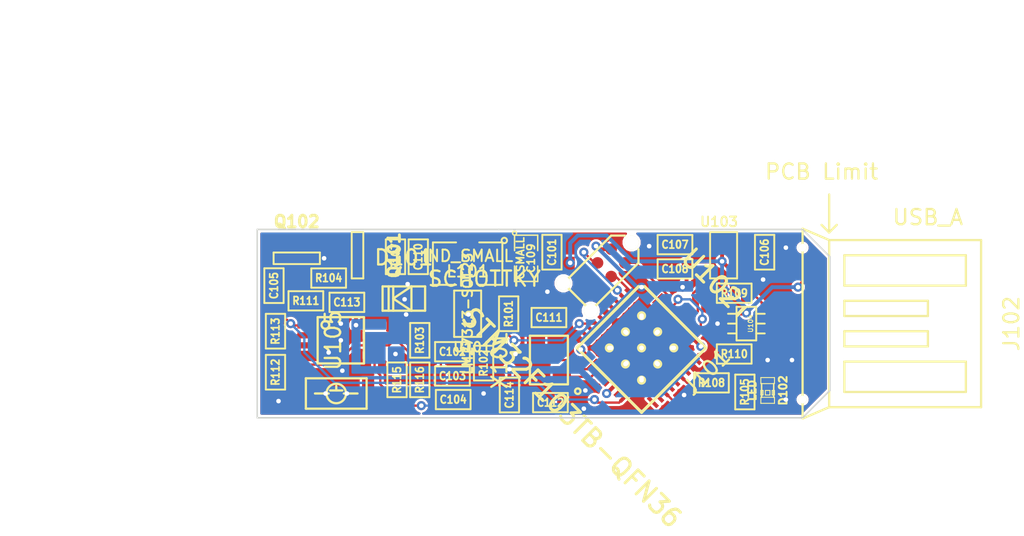
<source format=kicad_pcb>
(kicad_pcb (version 4) (host pcbnew "(after 2015-mar-04 BZR unknown)-product")

  (general
    (links 137)
    (no_connects 20)
    (area 52.100002 25.150001 119.977 54.627)
    (thickness 1.6)
    (drawings 12)
    (tracks 248)
    (zones 0)
    (modules 74)
    (nets 50)
  )

  (page A3)
  (layers
    (0 F.Cu signal)
    (31 B.Cu signal)
    (32 B.Adhes user)
    (33 F.Adhes user)
    (34 B.Paste user)
    (35 F.Paste user)
    (36 B.SilkS user)
    (37 F.SilkS user)
    (38 B.Mask user)
    (39 F.Mask user)
    (40 Dwgs.User user)
    (41 Cmts.User user)
    (42 Eco1.User user)
    (43 Eco2.User user)
    (44 Edge.Cuts user)
  )

  (setup
    (last_trace_width 0.152)
    (trace_clearance 0.152)
    (zone_clearance 0.152)
    (zone_45_only no)
    (trace_min 0.152)
    (segment_width 0.2)
    (edge_width 0.1)
    (via_size 0.6)
    (via_drill 0.3)
    (via_min_size 0.6)
    (via_min_drill 0.3)
    (uvia_size 0.508)
    (uvia_drill 0.127)
    (uvias_allowed no)
    (uvia_min_size 0.508)
    (uvia_min_drill 0.127)
    (pcb_text_width 0.3)
    (pcb_text_size 1.5 1.5)
    (mod_edge_width 0.15)
    (mod_text_size 1 1)
    (mod_text_width 0.15)
    (pad_size 0.6096 0.6096)
    (pad_drill 0.3)
    (pad_to_mask_clearance 0)
    (aux_axis_origin 0 0)
    (visible_elements 7FFEFF3F)
    (pcbplotparams
      (layerselection 0x010fc_80000001)
      (usegerberextensions true)
      (excludeedgelayer true)
      (linewidth 0.150000)
      (plotframeref false)
      (viasonmask false)
      (mode 1)
      (useauxorigin false)
      (hpglpennumber 1)
      (hpglpenspeed 20)
      (hpglpendiameter 15)
      (hpglpenoverlay 2)
      (psnegative false)
      (psa4output false)
      (plotreference true)
      (plotvalue false)
      (plotinvisibletext false)
      (padsonsilk false)
      (subtractmaskfromsilk false)
      (outputformat 1)
      (mirror false)
      (drillshape 0)
      (scaleselection 1)
      (outputdirectory gerber/))
  )

  (net 0 "")
  (net 1 +3.3V)
  (net 2 +5V)
  (net 3 /AV_RNG_OUT)
  (net 4 /DM)
  (net 5 /DP)
  (net 6 /HV)
  (net 7 /RNG_EN)
  (net 8 /TCK)
  (net 9 /TDI)
  (net 10 /TDO)
  (net 11 /TMS)
  (net 12 /USB_PUP)
  (net 13 /Vref)
  (net 14 /sw_1)
  (net 15 GND)
  (net 16 "Net-(C102-Pad1)")
  (net 17 "Net-(C105-Pad1)")
  (net 18 "Net-(C105-Pad2)")
  (net 19 "Net-(C107-Pad1)")
  (net 20 "Net-(C110-Pad2)")
  (net 21 "Net-(C111-Pad2)")
  (net 22 "Net-(C112-Pad1)")
  (net 23 "Net-(D102-Pad1)")
  (net 24 "Net-(J102-Pad2)")
  (net 25 "Net-(J102-Pad3)")
  (net 26 "Net-(Q101-Pad2)")
  (net 27 "Net-(Q101-Pad3)")
  (net 28 "Net-(R105-Pad2)")
  (net 29 "Net-(R111-Pad1)")
  (net 30 "Net-(R112-Pad1)")
  (net 31 "Net-(R115-Pad1)")
  (net 32 "Net-(SW101-Pad2)")
  (net 33 "Net-(U102-Pad4)")
  (net 34 "Net-(U102-Pad7)")
  (net 35 "Net-(U102-Pad10)")
  (net 36 "Net-(U102-Pad11)")
  (net 37 "Net-(U102-Pad13)")
  (net 38 "Net-(U102-Pad14)")
  (net 39 "Net-(U102-Pad16)")
  (net 40 "Net-(U102-Pad17)")
  (net 41 "Net-(U102-Pad20)")
  (net 42 "Net-(U102-Pad21)")
  (net 43 "Net-(U102-Pad22)")
  (net 44 "Net-(U102-Pad31)")
  (net 45 "Net-(U102-Pad32)")
  (net 46 "Net-(U102-Pad33)")
  (net 47 "Net-(U102-Pad35)")
  (net 48 "Net-(U104-Pad3)")
  (net 49 "Net-(U104-Pad5)")

  (net_class Default "Ceci est la Netclass par défaut"
    (clearance 0.152)
    (trace_width 0.152)
    (via_dia 0.6)
    (via_drill 0.3)
    (uvia_dia 0.508)
    (uvia_drill 0.127)
    (add_net /AV_RNG_OUT)
    (add_net /DM)
    (add_net /DP)
    (add_net /HV)
    (add_net /RNG_EN)
    (add_net /TCK)
    (add_net /TDI)
    (add_net /TDO)
    (add_net /TMS)
    (add_net /USB_PUP)
    (add_net /Vref)
    (add_net /sw_1)
    (add_net GND)
    (add_net "Net-(C102-Pad1)")
    (add_net "Net-(C105-Pad1)")
    (add_net "Net-(C105-Pad2)")
    (add_net "Net-(C107-Pad1)")
    (add_net "Net-(C110-Pad2)")
    (add_net "Net-(C111-Pad2)")
    (add_net "Net-(C112-Pad1)")
    (add_net "Net-(D102-Pad1)")
    (add_net "Net-(J102-Pad2)")
    (add_net "Net-(J102-Pad3)")
    (add_net "Net-(Q101-Pad2)")
    (add_net "Net-(Q101-Pad3)")
    (add_net "Net-(R105-Pad2)")
    (add_net "Net-(R111-Pad1)")
    (add_net "Net-(R112-Pad1)")
    (add_net "Net-(R115-Pad1)")
    (add_net "Net-(SW101-Pad2)")
    (add_net "Net-(U102-Pad10)")
    (add_net "Net-(U102-Pad11)")
    (add_net "Net-(U102-Pad13)")
    (add_net "Net-(U102-Pad14)")
    (add_net "Net-(U102-Pad16)")
    (add_net "Net-(U102-Pad17)")
    (add_net "Net-(U102-Pad20)")
    (add_net "Net-(U102-Pad21)")
    (add_net "Net-(U102-Pad22)")
    (add_net "Net-(U102-Pad31)")
    (add_net "Net-(U102-Pad32)")
    (add_net "Net-(U102-Pad33)")
    (add_net "Net-(U102-Pad35)")
    (add_net "Net-(U102-Pad4)")
    (add_net "Net-(U102-Pad7)")
    (add_net "Net-(U104-Pad3)")
    (add_net "Net-(U104-Pad5)")
  )

  (net_class 5V ""
    (clearance 0.152)
    (trace_width 0.254)
    (via_dia 0.6)
    (via_drill 0.3)
    (uvia_dia 0.508)
    (uvia_drill 0.127)
    (add_net +3.3V)
    (add_net +5V)
  )

  (module SOT23EBC (layer F.Cu) (tedit 3F980186) (tstamp 54D6A0F3)
    (at 76 41.6 270)
    (descr "Module CMS SOT23 Transistore EBC")
    (tags "CMS SOT")
    (path /54D2444C)
    (attr smd)
    (fp_text reference Q101 (at 0 -2.413 270) (layer F.SilkS)
      (effects (font (size 0.762 0.762) (thickness 0.2032)))
    )
    (fp_text value NPN (at 0 0 270) (layer F.SilkS) hide
      (effects (font (size 0.762 0.762) (thickness 0.2032)))
    )
    (fp_line (start -1.524 -0.381) (end 1.524 -0.381) (layer F.SilkS) (width 0.127))
    (fp_line (start 1.524 -0.381) (end 1.524 0.381) (layer F.SilkS) (width 0.127))
    (fp_line (start 1.524 0.381) (end -1.524 0.381) (layer F.SilkS) (width 0.127))
    (fp_line (start -1.524 0.381) (end -1.524 -0.381) (layer F.SilkS) (width 0.127))
    (pad 1 smd rect (at -0.889 -1.016 270) (size 0.9144 0.9144) (layers F.Cu F.Paste F.Mask)
      (net 20 "Net-(C110-Pad2)"))
    (pad 2 smd rect (at 0.889 -1.016 270) (size 0.9144 0.9144) (layers F.Cu F.Paste F.Mask)
      (net 26 "Net-(Q101-Pad2)"))
    (pad 3 smd rect (at 0 1.016 270) (size 0.9144 0.9144) (layers F.Cu F.Paste F.Mask)
      (net 27 "Net-(Q101-Pad3)"))
    (model smd/cms_sot23.wrl
      (at (xyz 0 0 0))
      (scale (xyz 0.13 0.15 0.15))
      (rotate (xyz 0 0 0))
    )
  )

  (module SOT23EBC (layer F.Cu) (tedit 3F980186) (tstamp 54D6A0FE)
    (at 72 41.8)
    (descr "Module CMS SOT23 Transistore EBC")
    (tags "CMS SOT")
    (path /54D2447C)
    (attr smd)
    (fp_text reference Q102 (at 0 -2.413) (layer F.SilkS)
      (effects (font (size 0.762 0.762) (thickness 0.2032)))
    )
    (fp_text value NPN (at 0 0) (layer F.SilkS) hide
      (effects (font (size 0.762 0.762) (thickness 0.2032)))
    )
    (fp_line (start -1.524 -0.381) (end 1.524 -0.381) (layer F.SilkS) (width 0.127))
    (fp_line (start 1.524 -0.381) (end 1.524 0.381) (layer F.SilkS) (width 0.127))
    (fp_line (start 1.524 0.381) (end -1.524 0.381) (layer F.SilkS) (width 0.127))
    (fp_line (start -1.524 0.381) (end -1.524 -0.381) (layer F.SilkS) (width 0.127))
    (pad 1 smd rect (at -0.889 -1.016) (size 0.9144 0.9144) (layers F.Cu F.Paste F.Mask)
      (net 15 GND))
    (pad 2 smd rect (at 0.889 -1.016) (size 0.9144 0.9144) (layers F.Cu F.Paste F.Mask)
      (net 26 "Net-(Q101-Pad2)"))
    (pad 3 smd rect (at 0 1.016) (size 0.9144 0.9144) (layers F.Cu F.Paste F.Mask)
      (net 17 "Net-(C105-Pad1)"))
    (model smd/cms_sot23.wrl
      (at (xyz 0 0 0))
      (scale (xyz 0.13 0.15 0.15))
      (rotate (xyz 0 0 0))
    )
  )

  (module SOT23-5 (layer F.Cu) (tedit 4ECF78EF) (tstamp 54D6A116)
    (at 83.25 45.45 270)
    (path /54D1DE3F)
    (attr smd)
    (fp_text reference U101 (at 2.19964 -0.29972 360) (layer F.SilkS)
      (effects (font (size 0.635 0.635) (thickness 0.127)))
    )
    (fp_text value LM27313-SOT23 (at 0 0 270) (layer F.SilkS)
      (effects (font (size 0.635 0.635) (thickness 0.127)))
    )
    (fp_line (start 1.524 -0.889) (end 1.524 0.889) (layer F.SilkS) (width 0.127))
    (fp_line (start 1.524 0.889) (end -1.524 0.889) (layer F.SilkS) (width 0.127))
    (fp_line (start -1.524 0.889) (end -1.524 -0.889) (layer F.SilkS) (width 0.127))
    (fp_line (start -1.524 -0.889) (end 1.524 -0.889) (layer F.SilkS) (width 0.127))
    (pad 1 smd rect (at -0.9525 1.27 270) (size 0.508 0.762) (layers F.Cu F.Paste F.Mask)
      (net 14 /sw_1))
    (pad 3 smd rect (at 0.9525 1.27 270) (size 0.508 0.762) (layers F.Cu F.Paste F.Mask)
      (net 16 "Net-(C102-Pad1)"))
    (pad 5 smd rect (at -0.9525 -1.27 270) (size 0.508 0.762) (layers F.Cu F.Paste F.Mask)
      (net 2 +5V))
    (pad 2 smd rect (at 0 1.27 270) (size 0.508 0.762) (layers F.Cu F.Paste F.Mask)
      (net 15 GND))
    (pad 4 smd rect (at 0.9525 -1.27 270) (size 0.508 0.762) (layers F.Cu F.Paste F.Mask)
      (net 7 /RNG_EN))
    (model smd/SOT23_5.wrl
      (at (xyz 0 0 0))
      (scale (xyz 0.1 0.1 0.1))
      (rotate (xyz 0 0 0))
    )
  )

  (module SOT23-5 (layer F.Cu) (tedit 54DF5F64) (tstamp 54D6A123)
    (at 100.1 41.6 90)
    (path /54D1DFBE)
    (attr smd)
    (fp_text reference U103 (at 2.19964 -0.29972 180) (layer F.SilkS)
      (effects (font (size 0.635 0.635) (thickness 0.127)))
    )
    (fp_text value REG113-XX-SOT23 (at 0 0 90) (layer F.SilkS) hide
      (effects (font (size 0.635 0.635) (thickness 0.127)))
    )
    (fp_line (start 1.524 -0.889) (end 1.524 0.889) (layer F.SilkS) (width 0.127))
    (fp_line (start 1.524 0.889) (end -1.524 0.889) (layer F.SilkS) (width 0.127))
    (fp_line (start -1.524 0.889) (end -1.524 -0.889) (layer F.SilkS) (width 0.127))
    (fp_line (start -1.524 -0.889) (end 1.524 -0.889) (layer F.SilkS) (width 0.127))
    (pad 1 smd rect (at -0.9525 1.27 90) (size 0.508 0.762) (layers F.Cu F.Paste F.Mask)
      (net 2 +5V))
    (pad 3 smd rect (at 0.9525 1.27 90) (size 0.508 0.762) (layers F.Cu F.Paste F.Mask)
      (net 2 +5V))
    (pad 5 smd rect (at -0.9525 -1.27 90) (size 0.508 0.762) (layers F.Cu F.Paste F.Mask)
      (net 1 +3.3V))
    (pad 2 smd rect (at 0 1.27 90) (size 0.508 0.762) (layers F.Cu F.Paste F.Mask)
      (net 15 GND))
    (pad 4 smd rect (at 0.9525 -1.27 90) (size 0.508 0.762) (layers F.Cu F.Paste F.Mask)
      (net 19 "Net-(C107-Pad1)"))
    (model smd/SOT23_5.wrl
      (at (xyz 0 0 0))
      (scale (xyz 0.1 0.1 0.1))
      (rotate (xyz 0 0 0))
    )
  )

  (module SM0805 (layer F.Cu) (tedit 5091495C) (tstamp 54D6A130)
    (at 87.1 41.8 270)
    (path /54D69F0C)
    (attr smd)
    (fp_text reference C109 (at 0 -0.3175 270) (layer F.SilkS)
      (effects (font (size 0.50038 0.50038) (thickness 0.10922)))
    )
    (fp_text value CSMALL (at 0 0.381 270) (layer F.SilkS)
      (effects (font (size 0.50038 0.50038) (thickness 0.10922)))
    )
    (fp_circle (center -1.651 0.762) (end -1.651 0.635) (layer F.SilkS) (width 0.09906))
    (fp_line (start -0.508 0.762) (end -1.524 0.762) (layer F.SilkS) (width 0.09906))
    (fp_line (start -1.524 0.762) (end -1.524 -0.762) (layer F.SilkS) (width 0.09906))
    (fp_line (start -1.524 -0.762) (end -0.508 -0.762) (layer F.SilkS) (width 0.09906))
    (fp_line (start 0.508 -0.762) (end 1.524 -0.762) (layer F.SilkS) (width 0.09906))
    (fp_line (start 1.524 -0.762) (end 1.524 0.762) (layer F.SilkS) (width 0.09906))
    (fp_line (start 1.524 0.762) (end 0.508 0.762) (layer F.SilkS) (width 0.09906))
    (pad 1 smd rect (at -0.9525 0 270) (size 0.889 1.397) (layers F.Cu F.Paste F.Mask)
      (net 15 GND))
    (pad 2 smd rect (at 0.9525 0 270) (size 0.889 1.397) (layers F.Cu F.Paste F.Mask)
      (net 2 +5V))
    (model smd/chip_cms.wrl
      (at (xyz 0 0 0))
      (scale (xyz 0.1 0.1 0.1))
      (rotate (xyz 0 0 0))
    )
  )

  (module SM0603 (layer F.Cu) (tedit 4E43A3D1) (tstamp 54D6A13A)
    (at 70.5 43.6 270)
    (path /54D24690)
    (attr smd)
    (fp_text reference C105 (at 0 0 270) (layer F.SilkS)
      (effects (font (size 0.508 0.4572) (thickness 0.1143)))
    )
    (fp_text value CSMALL (at 0 0 270) (layer F.SilkS) hide
      (effects (font (size 0.508 0.4572) (thickness 0.1143)))
    )
    (fp_line (start -1.143 -0.635) (end 1.143 -0.635) (layer F.SilkS) (width 0.127))
    (fp_line (start 1.143 -0.635) (end 1.143 0.635) (layer F.SilkS) (width 0.127))
    (fp_line (start 1.143 0.635) (end -1.143 0.635) (layer F.SilkS) (width 0.127))
    (fp_line (start -1.143 0.635) (end -1.143 -0.635) (layer F.SilkS) (width 0.127))
    (pad 1 smd rect (at -0.762 0 270) (size 0.635 1.143) (layers F.Cu F.Paste F.Mask)
      (net 17 "Net-(C105-Pad1)"))
    (pad 2 smd rect (at 0.762 0 270) (size 0.635 1.143) (layers F.Cu F.Paste F.Mask)
      (net 18 "Net-(C105-Pad2)"))
    (model smd\resistors\R0603.wrl
      (at (xyz 0 0 0.001))
      (scale (xyz 0.5 0.5 0.5))
      (rotate (xyz 0 0 0))
    )
  )

  (module SM0603 (layer F.Cu) (tedit 4E43A3D1) (tstamp 54D6A144)
    (at 96.9 42.5 180)
    (path /54D6892F)
    (attr smd)
    (fp_text reference C108 (at 0 0 180) (layer F.SilkS)
      (effects (font (size 0.508 0.4572) (thickness 0.1143)))
    )
    (fp_text value 0.1u (at 0 0 180) (layer F.SilkS) hide
      (effects (font (size 0.508 0.4572) (thickness 0.1143)))
    )
    (fp_line (start -1.143 -0.635) (end 1.143 -0.635) (layer F.SilkS) (width 0.127))
    (fp_line (start 1.143 -0.635) (end 1.143 0.635) (layer F.SilkS) (width 0.127))
    (fp_line (start 1.143 0.635) (end -1.143 0.635) (layer F.SilkS) (width 0.127))
    (fp_line (start -1.143 0.635) (end -1.143 -0.635) (layer F.SilkS) (width 0.127))
    (pad 1 smd rect (at -0.762 0 180) (size 0.635 1.143) (layers F.Cu F.Paste F.Mask)
      (net 1 +3.3V))
    (pad 2 smd rect (at 0.762 0 180) (size 0.635 1.143) (layers F.Cu F.Paste F.Mask)
      (net 15 GND))
    (model smd\resistors\R0603.wrl
      (at (xyz 0 0 0.001))
      (scale (xyz 0.5 0.5 0.5))
      (rotate (xyz 0 0 0))
    )
  )

  (module SM0603 (layer F.Cu) (tedit 4E43A3D1) (tstamp 54D6A14E)
    (at 96.9 40.9 180)
    (path /54D68920)
    (attr smd)
    (fp_text reference C107 (at 0 0 180) (layer F.SilkS)
      (effects (font (size 0.508 0.4572) (thickness 0.1143)))
    )
    (fp_text value 0.01u (at 0 0 180) (layer F.SilkS) hide
      (effects (font (size 0.508 0.4572) (thickness 0.1143)))
    )
    (fp_line (start -1.143 -0.635) (end 1.143 -0.635) (layer F.SilkS) (width 0.127))
    (fp_line (start 1.143 -0.635) (end 1.143 0.635) (layer F.SilkS) (width 0.127))
    (fp_line (start 1.143 0.635) (end -1.143 0.635) (layer F.SilkS) (width 0.127))
    (fp_line (start -1.143 0.635) (end -1.143 -0.635) (layer F.SilkS) (width 0.127))
    (pad 1 smd rect (at -0.762 0 180) (size 0.635 1.143) (layers F.Cu F.Paste F.Mask)
      (net 19 "Net-(C107-Pad1)"))
    (pad 2 smd rect (at 0.762 0 180) (size 0.635 1.143) (layers F.Cu F.Paste F.Mask)
      (net 15 GND))
    (model smd\resistors\R0603.wrl
      (at (xyz 0 0 0.001))
      (scale (xyz 0.5 0.5 0.5))
      (rotate (xyz 0 0 0))
    )
  )

  (module SM0603 (layer F.Cu) (tedit 4E43A3D1) (tstamp 54D6A158)
    (at 102.8 41.4 270)
    (path /54D6876E)
    (attr smd)
    (fp_text reference C106 (at 0 0 270) (layer F.SilkS)
      (effects (font (size 0.508 0.4572) (thickness 0.1143)))
    )
    (fp_text value 0.1u (at 0 0 270) (layer F.SilkS) hide
      (effects (font (size 0.508 0.4572) (thickness 0.1143)))
    )
    (fp_line (start -1.143 -0.635) (end 1.143 -0.635) (layer F.SilkS) (width 0.127))
    (fp_line (start 1.143 -0.635) (end 1.143 0.635) (layer F.SilkS) (width 0.127))
    (fp_line (start 1.143 0.635) (end -1.143 0.635) (layer F.SilkS) (width 0.127))
    (fp_line (start -1.143 0.635) (end -1.143 -0.635) (layer F.SilkS) (width 0.127))
    (pad 1 smd rect (at -0.762 0 270) (size 0.635 1.143) (layers F.Cu F.Paste F.Mask)
      (net 2 +5V))
    (pad 2 smd rect (at 0.762 0 270) (size 0.635 1.143) (layers F.Cu F.Paste F.Mask)
      (net 15 GND))
    (model smd\resistors\R0603.wrl
      (at (xyz 0 0 0.001))
      (scale (xyz 0.5 0.5 0.5))
      (rotate (xyz 0 0 0))
    )
  )

  (module SM0603 (layer F.Cu) (tedit 4E43A3D1) (tstamp 54D6A162)
    (at 99.3 50)
    (path /54D681AF)
    (attr smd)
    (fp_text reference R108 (at 0 0) (layer F.SilkS)
      (effects (font (size 0.508 0.4572) (thickness 0.1143)))
    )
    (fp_text value RES_0603 (at 0 0) (layer F.SilkS) hide
      (effects (font (size 0.508 0.4572) (thickness 0.1143)))
    )
    (fp_line (start -1.143 -0.635) (end 1.143 -0.635) (layer F.SilkS) (width 0.127))
    (fp_line (start 1.143 -0.635) (end 1.143 0.635) (layer F.SilkS) (width 0.127))
    (fp_line (start 1.143 0.635) (end -1.143 0.635) (layer F.SilkS) (width 0.127))
    (fp_line (start -1.143 0.635) (end -1.143 -0.635) (layer F.SilkS) (width 0.127))
    (pad 1 smd rect (at -0.762 0) (size 0.635 1.143) (layers F.Cu F.Paste F.Mask)
      (net 12 /USB_PUP))
    (pad 2 smd rect (at 0.762 0) (size 0.635 1.143) (layers F.Cu F.Paste F.Mask)
      (net 5 /DP))
    (model smd\resistors\R0603.wrl
      (at (xyz 0 0 0.001))
      (scale (xyz 0.5 0.5 0.5))
      (rotate (xyz 0 0 0))
    )
  )

  (module SM0603 (layer F.Cu) (tedit 4E43A3D1) (tstamp 54D6A16C)
    (at 100.8 48.1)
    (path /54D68031)
    (attr smd)
    (fp_text reference R110 (at 0 0) (layer F.SilkS)
      (effects (font (size 0.508 0.4572) (thickness 0.1143)))
    )
    (fp_text value RES_0603 (at 0 0) (layer F.SilkS) hide
      (effects (font (size 0.508 0.4572) (thickness 0.1143)))
    )
    (fp_line (start -1.143 -0.635) (end 1.143 -0.635) (layer F.SilkS) (width 0.127))
    (fp_line (start 1.143 -0.635) (end 1.143 0.635) (layer F.SilkS) (width 0.127))
    (fp_line (start 1.143 0.635) (end -1.143 0.635) (layer F.SilkS) (width 0.127))
    (fp_line (start -1.143 0.635) (end -1.143 -0.635) (layer F.SilkS) (width 0.127))
    (pad 1 smd rect (at -0.762 0) (size 0.635 1.143) (layers F.Cu F.Paste F.Mask)
      (net 5 /DP))
    (pad 2 smd rect (at 0.762 0) (size 0.635 1.143) (layers F.Cu F.Paste F.Mask)
      (net 25 "Net-(J102-Pad3)"))
    (model smd\resistors\R0603.wrl
      (at (xyz 0 0 0.001))
      (scale (xyz 0.5 0.5 0.5))
      (rotate (xyz 0 0 0))
    )
  )

  (module SM0603 (layer F.Cu) (tedit 4E43A3D1) (tstamp 54D6A176)
    (at 100.8 44.1)
    (path /54D67F35)
    (attr smd)
    (fp_text reference R109 (at 0 0) (layer F.SilkS)
      (effects (font (size 0.508 0.4572) (thickness 0.1143)))
    )
    (fp_text value RES_0603 (at 0 0) (layer F.SilkS) hide
      (effects (font (size 0.508 0.4572) (thickness 0.1143)))
    )
    (fp_line (start -1.143 -0.635) (end 1.143 -0.635) (layer F.SilkS) (width 0.127))
    (fp_line (start 1.143 -0.635) (end 1.143 0.635) (layer F.SilkS) (width 0.127))
    (fp_line (start 1.143 0.635) (end -1.143 0.635) (layer F.SilkS) (width 0.127))
    (fp_line (start -1.143 0.635) (end -1.143 -0.635) (layer F.SilkS) (width 0.127))
    (pad 1 smd rect (at -0.762 0) (size 0.635 1.143) (layers F.Cu F.Paste F.Mask)
      (net 4 /DM))
    (pad 2 smd rect (at 0.762 0) (size 0.635 1.143) (layers F.Cu F.Paste F.Mask)
      (net 24 "Net-(J102-Pad2)"))
    (model smd\resistors\R0603.wrl
      (at (xyz 0 0 0.001))
      (scale (xyz 0.5 0.5 0.5))
      (rotate (xyz 0 0 0))
    )
  )

  (module SM0603 (layer F.Cu) (tedit 4E43A3D1) (tstamp 54D6A180)
    (at 78.5 41.7 270)
    (path /54D9C5D3)
    (attr smd)
    (fp_text reference R107 (at 0 0 270) (layer F.SilkS)
      (effects (font (size 0.508 0.4572) (thickness 0.1143)))
    )
    (fp_text value 330k (at 0 0 270) (layer F.SilkS) hide
      (effects (font (size 0.508 0.4572) (thickness 0.1143)))
    )
    (fp_line (start -1.143 -0.635) (end 1.143 -0.635) (layer F.SilkS) (width 0.127))
    (fp_line (start 1.143 -0.635) (end 1.143 0.635) (layer F.SilkS) (width 0.127))
    (fp_line (start 1.143 0.635) (end -1.143 0.635) (layer F.SilkS) (width 0.127))
    (fp_line (start -1.143 0.635) (end -1.143 -0.635) (layer F.SilkS) (width 0.127))
    (pad 1 smd rect (at -0.762 0 270) (size 0.635 1.143) (layers F.Cu F.Paste F.Mask)
      (net 20 "Net-(C110-Pad2)"))
    (pad 2 smd rect (at 0.762 0 270) (size 0.635 1.143) (layers F.Cu F.Paste F.Mask)
      (net 6 /HV))
    (model smd\resistors\R0603.wrl
      (at (xyz 0 0 0.001))
      (scale (xyz 0.5 0.5 0.5))
      (rotate (xyz 0 0 0))
    )
  )

  (module SM0603 (layer F.Cu) (tedit 4E43A3D1) (tstamp 54D6A19E)
    (at 82.3 51.1)
    (path /54D2456D)
    (attr smd)
    (fp_text reference C104 (at 0 0) (layer F.SilkS)
      (effects (font (size 0.508 0.4572) (thickness 0.1143)))
    )
    (fp_text value 1u (at 0 0) (layer F.SilkS) hide
      (effects (font (size 0.508 0.4572) (thickness 0.1143)))
    )
    (fp_line (start -1.143 -0.635) (end 1.143 -0.635) (layer F.SilkS) (width 0.127))
    (fp_line (start 1.143 -0.635) (end 1.143 0.635) (layer F.SilkS) (width 0.127))
    (fp_line (start 1.143 0.635) (end -1.143 0.635) (layer F.SilkS) (width 0.127))
    (fp_line (start -1.143 0.635) (end -1.143 -0.635) (layer F.SilkS) (width 0.127))
    (pad 1 smd rect (at -0.762 0) (size 0.635 1.143) (layers F.Cu F.Paste F.Mask)
      (net 6 /HV))
    (pad 2 smd rect (at 0.762 0) (size 0.635 1.143) (layers F.Cu F.Paste F.Mask)
      (net 15 GND))
    (model smd\resistors\R0603.wrl
      (at (xyz 0 0 0.001))
      (scale (xyz 0.5 0.5 0.5))
      (rotate (xyz 0 0 0))
    )
  )

  (module SM0603 (layer F.Cu) (tedit 4E43A3D1) (tstamp 54D6A1A8)
    (at 74.1 43.1)
    (path /54D244CF)
    (attr smd)
    (fp_text reference R104 (at 0 0) (layer F.SilkS)
      (effects (font (size 0.508 0.4572) (thickness 0.1143)))
    )
    (fp_text value 330k (at 0 0) (layer F.SilkS) hide
      (effects (font (size 0.508 0.4572) (thickness 0.1143)))
    )
    (fp_line (start -1.143 -0.635) (end 1.143 -0.635) (layer F.SilkS) (width 0.127))
    (fp_line (start 1.143 -0.635) (end 1.143 0.635) (layer F.SilkS) (width 0.127))
    (fp_line (start 1.143 0.635) (end -1.143 0.635) (layer F.SilkS) (width 0.127))
    (fp_line (start -1.143 0.635) (end -1.143 -0.635) (layer F.SilkS) (width 0.127))
    (pad 1 smd rect (at -0.762 0) (size 0.635 1.143) (layers F.Cu F.Paste F.Mask)
      (net 17 "Net-(C105-Pad1)"))
    (pad 2 smd rect (at 0.762 0) (size 0.635 1.143) (layers F.Cu F.Paste F.Mask)
      (net 6 /HV))
    (model smd\resistors\R0603.wrl
      (at (xyz 0 0 0.001))
      (scale (xyz 0.5 0.5 0.5))
      (rotate (xyz 0 0 0))
    )
  )

  (module SM0603 (layer F.Cu) (tedit 4E43A3D1) (tstamp 54D6A1B2)
    (at 82.25 49.55)
    (path /54D22894)
    (attr smd)
    (fp_text reference C103 (at 0 0) (layer F.SilkS)
      (effects (font (size 0.508 0.4572) (thickness 0.1143)))
    )
    (fp_text value CSMALL (at 0 0) (layer F.SilkS) hide
      (effects (font (size 0.508 0.4572) (thickness 0.1143)))
    )
    (fp_line (start -1.143 -0.635) (end 1.143 -0.635) (layer F.SilkS) (width 0.127))
    (fp_line (start 1.143 -0.635) (end 1.143 0.635) (layer F.SilkS) (width 0.127))
    (fp_line (start 1.143 0.635) (end -1.143 0.635) (layer F.SilkS) (width 0.127))
    (fp_line (start -1.143 0.635) (end -1.143 -0.635) (layer F.SilkS) (width 0.127))
    (pad 1 smd rect (at -0.762 0) (size 0.635 1.143) (layers F.Cu F.Paste F.Mask)
      (net 6 /HV))
    (pad 2 smd rect (at 0.762 0) (size 0.635 1.143) (layers F.Cu F.Paste F.Mask)
      (net 15 GND))
    (model smd\resistors\R0603.wrl
      (at (xyz 0 0 0.001))
      (scale (xyz 0.5 0.5 0.5))
      (rotate (xyz 0 0 0))
    )
  )

  (module SM0603 (layer F.Cu) (tedit 4E43A3D1) (tstamp 54D6A1BC)
    (at 82.25 47.95 180)
    (path /54D22885)
    (attr smd)
    (fp_text reference C102 (at 0 0 180) (layer F.SilkS)
      (effects (font (size 0.508 0.4572) (thickness 0.1143)))
    )
    (fp_text value CSMALL (at 0 0 180) (layer F.SilkS) hide
      (effects (font (size 0.508 0.4572) (thickness 0.1143)))
    )
    (fp_line (start -1.143 -0.635) (end 1.143 -0.635) (layer F.SilkS) (width 0.127))
    (fp_line (start 1.143 -0.635) (end 1.143 0.635) (layer F.SilkS) (width 0.127))
    (fp_line (start 1.143 0.635) (end -1.143 0.635) (layer F.SilkS) (width 0.127))
    (fp_line (start -1.143 0.635) (end -1.143 -0.635) (layer F.SilkS) (width 0.127))
    (pad 1 smd rect (at -0.762 0 180) (size 0.635 1.143) (layers F.Cu F.Paste F.Mask)
      (net 16 "Net-(C102-Pad1)"))
    (pad 2 smd rect (at 0.762 0 180) (size 0.635 1.143) (layers F.Cu F.Paste F.Mask)
      (net 6 /HV))
    (model smd\resistors\R0603.wrl
      (at (xyz 0 0 0.001))
      (scale (xyz 0.5 0.5 0.5))
      (rotate (xyz 0 0 0))
    )
  )

  (module SM0603 (layer F.Cu) (tedit 4E43A3D1) (tstamp 54D6A1C6)
    (at 84.3 48.7 90)
    (path /54D2285D)
    (attr smd)
    (fp_text reference R102 (at 0 0 90) (layer F.SilkS)
      (effects (font (size 0.508 0.4572) (thickness 0.1143)))
    )
    (fp_text value RES_0603 (at 0 0 90) (layer F.SilkS) hide
      (effects (font (size 0.508 0.4572) (thickness 0.1143)))
    )
    (fp_line (start -1.143 -0.635) (end 1.143 -0.635) (layer F.SilkS) (width 0.127))
    (fp_line (start 1.143 -0.635) (end 1.143 0.635) (layer F.SilkS) (width 0.127))
    (fp_line (start 1.143 0.635) (end -1.143 0.635) (layer F.SilkS) (width 0.127))
    (fp_line (start -1.143 0.635) (end -1.143 -0.635) (layer F.SilkS) (width 0.127))
    (pad 1 smd rect (at -0.762 0 90) (size 0.635 1.143) (layers F.Cu F.Paste F.Mask)
      (net 15 GND))
    (pad 2 smd rect (at 0.762 0 90) (size 0.635 1.143) (layers F.Cu F.Paste F.Mask)
      (net 16 "Net-(C102-Pad1)"))
    (model smd\resistors\R0603.wrl
      (at (xyz 0 0 0.001))
      (scale (xyz 0.5 0.5 0.5))
      (rotate (xyz 0 0 0))
    )
  )

  (module SM0603 (layer F.Cu) (tedit 54DF5F37) (tstamp 54D6A1D0)
    (at 80.1 47.2 270)
    (path /54D2284E)
    (attr smd)
    (fp_text reference R103 (at 0 0 270) (layer F.SilkS)
      (effects (font (size 0.508 0.4572) (thickness 0.1143)))
    )
    (fp_text value RES_0603 (at 0 0 270) (layer F.SilkS) hide
      (effects (font (size 0.508 0.4572) (thickness 0.1143)))
    )
    (fp_line (start -1.143 -0.635) (end 1.143 -0.635) (layer F.SilkS) (width 0.127))
    (fp_line (start 1.143 -0.635) (end 1.143 0.635) (layer F.SilkS) (width 0.127))
    (fp_line (start 1.143 0.635) (end -1.143 0.635) (layer F.SilkS) (width 0.127))
    (fp_line (start -1.143 0.635) (end -1.143 -0.635) (layer F.SilkS) (width 0.127))
    (pad 1 smd rect (at -0.762 0 270) (size 0.635 1.143) (layers F.Cu F.Paste F.Mask)
      (net 16 "Net-(C102-Pad1)"))
    (pad 2 smd rect (at 0.762 0 270) (size 0.635 1.143) (layers F.Cu F.Paste F.Mask)
      (net 6 /HV))
    (model smd\resistors\R0603.wrl
      (at (xyz 0 0 0.001))
      (scale (xyz 0.5 0.5 0.5))
      (rotate (xyz 0 0 0))
    )
  )

  (module SM0603 (layer F.Cu) (tedit 4E43A3D1) (tstamp 54D6A1DA)
    (at 88.8 41.4 270)
    (path /54D1E0FD)
    (attr smd)
    (fp_text reference C101 (at 0 0 270) (layer F.SilkS)
      (effects (font (size 0.508 0.4572) (thickness 0.1143)))
    )
    (fp_text value CSMALL (at 0 0 270) (layer F.SilkS) hide
      (effects (font (size 0.508 0.4572) (thickness 0.1143)))
    )
    (fp_line (start -1.143 -0.635) (end 1.143 -0.635) (layer F.SilkS) (width 0.127))
    (fp_line (start 1.143 -0.635) (end 1.143 0.635) (layer F.SilkS) (width 0.127))
    (fp_line (start 1.143 0.635) (end -1.143 0.635) (layer F.SilkS) (width 0.127))
    (fp_line (start -1.143 0.635) (end -1.143 -0.635) (layer F.SilkS) (width 0.127))
    (pad 1 smd rect (at -0.762 0 270) (size 0.635 1.143) (layers F.Cu F.Paste F.Mask)
      (net 15 GND))
    (pad 2 smd rect (at 0.762 0 270) (size 0.635 1.143) (layers F.Cu F.Paste F.Mask)
      (net 2 +5V))
    (model smd\resistors\R0603.wrl
      (at (xyz 0 0 0.001))
      (scale (xyz 0.5 0.5 0.5))
      (rotate (xyz 0 0 0))
    )
  )

  (module SM0603 (layer F.Cu) (tedit 4E43A3D1) (tstamp 54D6A1E4)
    (at 85.95 45.45 90)
    (path /54D1E0AA)
    (attr smd)
    (fp_text reference R101 (at 0 0 90) (layer F.SilkS)
      (effects (font (size 0.508 0.4572) (thickness 0.1143)))
    )
    (fp_text value 51k (at 0 0 90) (layer F.SilkS) hide
      (effects (font (size 0.508 0.4572) (thickness 0.1143)))
    )
    (fp_line (start -1.143 -0.635) (end 1.143 -0.635) (layer F.SilkS) (width 0.127))
    (fp_line (start 1.143 -0.635) (end 1.143 0.635) (layer F.SilkS) (width 0.127))
    (fp_line (start 1.143 0.635) (end -1.143 0.635) (layer F.SilkS) (width 0.127))
    (fp_line (start -1.143 0.635) (end -1.143 -0.635) (layer F.SilkS) (width 0.127))
    (pad 1 smd rect (at -0.762 0 90) (size 0.635 1.143) (layers F.Cu F.Paste F.Mask)
      (net 7 /RNG_EN))
    (pad 2 smd rect (at 0.762 0 90) (size 0.635 1.143) (layers F.Cu F.Paste F.Mask)
      (net 2 +5V))
    (model smd\resistors\R0603.wrl
      (at (xyz 0 0 0.001))
      (scale (xyz 0.5 0.5 0.5))
      (rotate (xyz 0 0 0))
    )
  )

  (module sc70-6 (layer F.Cu) (tedit 490474FF) (tstamp 54D6A1FA)
    (at 101.6 46.1 270)
    (descr SC70-6)
    (path /54D67712)
    (attr smd)
    (fp_text reference U104 (at 0 -0.2794 270) (layer F.SilkS)
      (effects (font (size 0.29972 0.29972) (thickness 0.06096)))
    )
    (fp_text value TPD4E1U06-SC70 (at 0 0.3556 270) (layer F.SilkS) hide
      (effects (font (size 0.29972 0.29972) (thickness 0.06096)))
    )
    (fp_line (start 0 -0.6477) (end 0 -1.2065) (layer F.SilkS) (width 0.127))
    (fp_line (start -0.4445 0.6477) (end -1.1049 -0.0127) (layer F.SilkS) (width 0.127))
    (fp_line (start -0.5969 0.6477) (end -1.1049 0.1524) (layer F.SilkS) (width 0.127))
    (fp_line (start 0.6477 -0.6477) (end 0.6477 -1.2065) (layer F.SilkS) (width 0.127))
    (fp_line (start -0.6477 -0.6477) (end -0.6477 -1.2065) (layer F.SilkS) (width 0.127))
    (fp_line (start 0 0.6477) (end 0 1.2065) (layer F.SilkS) (width 0.127))
    (fp_line (start 0.6477 0.6477) (end 0.6477 1.2065) (layer F.SilkS) (width 0.127))
    (fp_line (start -0.6477 0.6477) (end -0.6477 1.2065) (layer F.SilkS) (width 0.127))
    (fp_line (start -1.1049 -0.6477) (end 1.1049 -0.6477) (layer F.SilkS) (width 0.127))
    (fp_line (start 1.1049 -0.6477) (end 1.1049 0.6477) (layer F.SilkS) (width 0.127))
    (fp_line (start 1.1049 0.6477) (end -1.1049 0.6477) (layer F.SilkS) (width 0.127))
    (fp_line (start -1.1049 0.6477) (end -1.1049 -0.6477) (layer F.SilkS) (width 0.127))
    (pad 1 smd rect (at -0.6604 1.016 270) (size 0.4064 0.6604) (layers F.Cu F.Paste F.Mask)
      (net 2 +5V))
    (pad 3 smd rect (at 0.6604 1.016 270) (size 0.4064 0.6604) (layers F.Cu F.Paste F.Mask)
      (net 48 "Net-(U104-Pad3)"))
    (pad 2 smd rect (at 0 1.016 270) (size 0.4064 0.6604) (layers F.Cu F.Paste F.Mask)
      (net 15 GND))
    (pad 4 smd rect (at 0.6604 -1.016 270) (size 0.4064 0.6604) (layers F.Cu F.Paste F.Mask)
      (net 25 "Net-(J102-Pad3)"))
    (pad 6 smd rect (at -0.6604 -1.016 270) (size 0.4064 0.6604) (layers F.Cu F.Paste F.Mask)
      (net 24 "Net-(J102-Pad2)"))
    (pad 5 smd rect (at 0 -1.016 270) (size 0.4064 0.6604) (layers F.Cu F.Paste F.Mask)
      (net 49 "Net-(U104-Pad5)"))
    (model smd/smd_transistors/sc70-6.wrl
      (at (xyz 0 0 0))
      (scale (xyz 1 1 1))
      (rotate (xyz 0 0 0))
    )
  )

  (module TC2030-NL (layer F.Cu) (tedit 54DF5205) (tstamp 54DB1C48)
    (at 92.7 43 225)
    (path /54D68BC9)
    (fp_text reference J101 (at 0 -8.89 225) (layer F.SilkS)
      (effects (font (size 1 1) (thickness 0.15)))
    )
    (fp_text value TC2030-JTAG (at 0 -6.35 225) (layer F.SilkS) hide
      (effects (font (size 1 1) (thickness 0.15)))
    )
    (fp_line (start 2.54 -0.635) (end 2.54 1.905) (layer F.SilkS) (width 0.15))
    (fp_line (start 2.54 1.905) (end -1.905 1.905) (layer F.SilkS) (width 0.15))
    (fp_line (start -1.905 1.905) (end -2.54 1.27) (layer F.SilkS) (width 0.15))
    (fp_line (start 2.54 -0.635) (end -1.905 -0.635) (layer F.SilkS) (width 0.15))
    (fp_line (start -1.905 -0.635) (end -2.54 0) (layer F.SilkS) (width 0.15))
    (pad 1 smd circle (at -1.27 1.27 225) (size 0.762 0.762) (layers F.Cu F.Mask)
      (net 1 +3.3V))
    (pad 2 smd circle (at -1.27 0 225) (size 0.762 0.762) (layers F.Cu F.Mask)
      (net 11 /TMS))
    (pad 3 smd circle (at 0 1.27 225) (size 0.762 0.762) (layers F.Cu F.Mask)
      (net 9 /TDI))
    (pad 4 smd circle (at 0 0 225) (size 0.762 0.762) (layers F.Cu F.Mask)
      (net 8 /TCK))
    (pad 5 smd circle (at 1.27 1.27 225) (size 0.762 0.762) (layers F.Cu F.Mask)
      (net 15 GND))
    (pad "" np_thru_hole circle (at -2.54 0.635 225) (size 0.9 0.9) (drill 0.9) (layers *.Cu *.Mask F.SilkS))
    (pad "" np_thru_hole circle (at 2.54 1.905 225) (size 0.9 0.9) (drill 0.9) (layers *.Cu *.Mask F.SilkS))
    (pad "" np_thru_hole circle (at 2.54 -0.635 225) (size 0.9 0.9) (drill 0.9) (layers *.Cu *.Mask F.SilkS))
    (pad 6 smd circle (at 1.27 0 225) (size 0.762 0.762) (layers F.Cu F.Mask)
      (net 10 /TDO))
  )

  (module SM1210 (layer F.Cu) (tedit 42806E94) (tstamp 54DB1C55)
    (at 83.25 42.15 180)
    (tags "CMS SM")
    (path /54D2274F)
    (attr smd)
    (fp_text reference L101 (at 0 -0.508 180) (layer F.SilkS)
      (effects (font (size 0.762 0.762) (thickness 0.127)))
    )
    (fp_text value IND_SMALL (at 0 0.508 180) (layer F.SilkS)
      (effects (font (size 0.762 0.762) (thickness 0.127)))
    )
    (fp_circle (center -2.413 1.524) (end -2.286 1.397) (layer F.SilkS) (width 0.127))
    (fp_line (start -0.762 -1.397) (end -2.286 -1.397) (layer F.SilkS) (width 0.127))
    (fp_line (start -2.286 -1.397) (end -2.286 1.397) (layer F.SilkS) (width 0.127))
    (fp_line (start -2.286 1.397) (end -0.762 1.397) (layer F.SilkS) (width 0.127))
    (fp_line (start 0.762 1.397) (end 2.286 1.397) (layer F.SilkS) (width 0.127))
    (fp_line (start 2.286 1.397) (end 2.286 -1.397) (layer F.SilkS) (width 0.127))
    (fp_line (start 2.286 -1.397) (end 0.762 -1.397) (layer F.SilkS) (width 0.127))
    (pad 1 smd rect (at -1.524 0 180) (size 1.27 2.54) (layers F.Cu F.Paste F.Mask)
      (net 2 +5V))
    (pad 2 smd rect (at 1.524 0 180) (size 1.27 2.54) (layers F.Cu F.Paste F.Mask)
      (net 14 /sw_1))
    (model smd/chip_cms.wrl
      (at (xyz 0 0 0))
      (scale (xyz 0.17 0.2 0.17))
      (rotate (xyz 0 0 0))
    )
  )

  (module SM0603 (layer F.Cu) (tedit 4E43A3D1) (tstamp 54DB1C69)
    (at 78.6 49.8 90)
    (path /54D9CB17)
    (attr smd)
    (fp_text reference R115 (at 0 0 90) (layer F.SilkS)
      (effects (font (size 0.508 0.4572) (thickness 0.1143)))
    )
    (fp_text value 10k (at 0 0 90) (layer F.SilkS) hide
      (effects (font (size 0.508 0.4572) (thickness 0.1143)))
    )
    (fp_line (start -1.143 -0.635) (end 1.143 -0.635) (layer F.SilkS) (width 0.127))
    (fp_line (start 1.143 -0.635) (end 1.143 0.635) (layer F.SilkS) (width 0.127))
    (fp_line (start 1.143 0.635) (end -1.143 0.635) (layer F.SilkS) (width 0.127))
    (fp_line (start -1.143 0.635) (end -1.143 -0.635) (layer F.SilkS) (width 0.127))
    (pad 1 smd rect (at -0.762 0 90) (size 0.635 1.143) (layers F.Cu F.Paste F.Mask)
      (net 31 "Net-(R115-Pad1)"))
    (pad 2 smd rect (at 0.762 0 90) (size 0.635 1.143) (layers F.Cu F.Paste F.Mask)
      (net 1 +3.3V))
    (model smd\resistors\R0603.wrl
      (at (xyz 0 0 0.001))
      (scale (xyz 0.5 0.5 0.5))
      (rotate (xyz 0 0 0))
    )
  )

  (module SM0603 (layer F.Cu) (tedit 4E43A3D1) (tstamp 54DB1C73)
    (at 80.1 49.8 270)
    (path /54D9CB26)
    (attr smd)
    (fp_text reference R116 (at 0 0 270) (layer F.SilkS)
      (effects (font (size 0.508 0.4572) (thickness 0.1143)))
    )
    (fp_text value 10k (at 0 0 270) (layer F.SilkS) hide
      (effects (font (size 0.508 0.4572) (thickness 0.1143)))
    )
    (fp_line (start -1.143 -0.635) (end 1.143 -0.635) (layer F.SilkS) (width 0.127))
    (fp_line (start 1.143 -0.635) (end 1.143 0.635) (layer F.SilkS) (width 0.127))
    (fp_line (start 1.143 0.635) (end -1.143 0.635) (layer F.SilkS) (width 0.127))
    (fp_line (start -1.143 0.635) (end -1.143 -0.635) (layer F.SilkS) (width 0.127))
    (pad 1 smd rect (at -0.762 0 270) (size 0.635 1.143) (layers F.Cu F.Paste F.Mask)
      (net 15 GND))
    (pad 2 smd rect (at 0.762 0 270) (size 0.635 1.143) (layers F.Cu F.Paste F.Mask)
      (net 31 "Net-(R115-Pad1)"))
    (model smd\resistors\R0603.wrl
      (at (xyz 0 0 0.001))
      (scale (xyz 0.5 0.5 0.5))
      (rotate (xyz 0 0 0))
    )
  )

  (module SM0603 (layer F.Cu) (tedit 4E43A3D1) (tstamp 54DB1C7D)
    (at 72.6 44.6 180)
    (path /54D9D360)
    (attr smd)
    (fp_text reference R111 (at 0 0 180) (layer F.SilkS)
      (effects (font (size 0.508 0.4572) (thickness 0.1143)))
    )
    (fp_text value RES_0603 (at 0 0 180) (layer F.SilkS) hide
      (effects (font (size 0.508 0.4572) (thickness 0.1143)))
    )
    (fp_line (start -1.143 -0.635) (end 1.143 -0.635) (layer F.SilkS) (width 0.127))
    (fp_line (start 1.143 -0.635) (end 1.143 0.635) (layer F.SilkS) (width 0.127))
    (fp_line (start 1.143 0.635) (end -1.143 0.635) (layer F.SilkS) (width 0.127))
    (fp_line (start -1.143 0.635) (end -1.143 -0.635) (layer F.SilkS) (width 0.127))
    (pad 1 smd rect (at -0.762 0 180) (size 0.635 1.143) (layers F.Cu F.Paste F.Mask)
      (net 29 "Net-(R111-Pad1)"))
    (pad 2 smd rect (at 0.762 0 180) (size 0.635 1.143) (layers F.Cu F.Paste F.Mask)
      (net 18 "Net-(C105-Pad2)"))
    (model smd\resistors\R0603.wrl
      (at (xyz 0 0 0.001))
      (scale (xyz 0.5 0.5 0.5))
      (rotate (xyz 0 0 0))
    )
  )

  (module SM0603 (layer F.Cu) (tedit 4E43A3D1) (tstamp 54DB1C87)
    (at 70.6 46.6 90)
    (path /54D9D366)
    (attr smd)
    (fp_text reference R113 (at 0 0 90) (layer F.SilkS)
      (effects (font (size 0.508 0.4572) (thickness 0.1143)))
    )
    (fp_text value RES_0603 (at 0 0 90) (layer F.SilkS) hide
      (effects (font (size 0.508 0.4572) (thickness 0.1143)))
    )
    (fp_line (start -1.143 -0.635) (end 1.143 -0.635) (layer F.SilkS) (width 0.127))
    (fp_line (start 1.143 -0.635) (end 1.143 0.635) (layer F.SilkS) (width 0.127))
    (fp_line (start 1.143 0.635) (end -1.143 0.635) (layer F.SilkS) (width 0.127))
    (fp_line (start -1.143 0.635) (end -1.143 -0.635) (layer F.SilkS) (width 0.127))
    (pad 1 smd rect (at -0.762 0 90) (size 0.635 1.143) (layers F.Cu F.Paste F.Mask)
      (net 29 "Net-(R111-Pad1)"))
    (pad 2 smd rect (at 0.762 0 90) (size 0.635 1.143) (layers F.Cu F.Paste F.Mask)
      (net 3 /AV_RNG_OUT))
    (model smd\resistors\R0603.wrl
      (at (xyz 0 0 0.001))
      (scale (xyz 0.5 0.5 0.5))
      (rotate (xyz 0 0 0))
    )
  )

  (module SM0603 (layer F.Cu) (tedit 4E43A3D1) (tstamp 54DB1C91)
    (at 70.6 49.3 270)
    (path /54DB1850)
    (attr smd)
    (fp_text reference R112 (at 0 0 270) (layer F.SilkS)
      (effects (font (size 0.508 0.4572) (thickness 0.1143)))
    )
    (fp_text value RES_0603 (at 0 0 270) (layer F.SilkS) hide
      (effects (font (size 0.508 0.4572) (thickness 0.1143)))
    )
    (fp_line (start -1.143 -0.635) (end 1.143 -0.635) (layer F.SilkS) (width 0.127))
    (fp_line (start 1.143 -0.635) (end 1.143 0.635) (layer F.SilkS) (width 0.127))
    (fp_line (start 1.143 0.635) (end -1.143 0.635) (layer F.SilkS) (width 0.127))
    (fp_line (start -1.143 0.635) (end -1.143 -0.635) (layer F.SilkS) (width 0.127))
    (pad 1 smd rect (at -0.762 0 270) (size 0.635 1.143) (layers F.Cu F.Paste F.Mask)
      (net 30 "Net-(R112-Pad1)"))
    (pad 2 smd rect (at 0.762 0 270) (size 0.635 1.143) (layers F.Cu F.Paste F.Mask)
      (net 13 /Vref))
    (model smd\resistors\R0603.wrl
      (at (xyz 0 0 0.001))
      (scale (xyz 0.5 0.5 0.5))
      (rotate (xyz 0 0 0))
    )
  )

  (module SM0603 (layer F.Cu) (tedit 4E43A3D1) (tstamp 54DB1C9B)
    (at 88.6 45.7 180)
    (path /54DE91C3)
    (attr smd)
    (fp_text reference C111 (at 0 0 180) (layer F.SilkS)
      (effects (font (size 0.508 0.4572) (thickness 0.1143)))
    )
    (fp_text value 10p (at 0 0 180) (layer F.SilkS) hide
      (effects (font (size 0.508 0.4572) (thickness 0.1143)))
    )
    (fp_line (start -1.143 -0.635) (end 1.143 -0.635) (layer F.SilkS) (width 0.127))
    (fp_line (start 1.143 -0.635) (end 1.143 0.635) (layer F.SilkS) (width 0.127))
    (fp_line (start 1.143 0.635) (end -1.143 0.635) (layer F.SilkS) (width 0.127))
    (fp_line (start -1.143 0.635) (end -1.143 -0.635) (layer F.SilkS) (width 0.127))
    (pad 1 smd rect (at -0.762 0 180) (size 0.635 1.143) (layers F.Cu F.Paste F.Mask)
      (net 15 GND))
    (pad 2 smd rect (at 0.762 0 180) (size 0.635 1.143) (layers F.Cu F.Paste F.Mask)
      (net 21 "Net-(C111-Pad2)"))
    (model smd\resistors\R0603.wrl
      (at (xyz 0 0 0.001))
      (scale (xyz 0.5 0.5 0.5))
      (rotate (xyz 0 0 0))
    )
  )

  (module SM0603 (layer F.Cu) (tedit 4E43A3D1) (tstamp 54DE3CA3)
    (at 80 41.7 90)
    (path /54DE3CAB)
    (attr smd)
    (fp_text reference C110 (at 0 0 90) (layer F.SilkS)
      (effects (font (size 0.508 0.4572) (thickness 0.1143)))
    )
    (fp_text value 10n (at 0 0 90) (layer F.SilkS) hide
      (effects (font (size 0.508 0.4572) (thickness 0.1143)))
    )
    (fp_line (start -1.143 -0.635) (end 1.143 -0.635) (layer F.SilkS) (width 0.127))
    (fp_line (start 1.143 -0.635) (end 1.143 0.635) (layer F.SilkS) (width 0.127))
    (fp_line (start 1.143 0.635) (end -1.143 0.635) (layer F.SilkS) (width 0.127))
    (fp_line (start -1.143 0.635) (end -1.143 -0.635) (layer F.SilkS) (width 0.127))
    (pad 1 smd rect (at -0.762 0 90) (size 0.635 1.143) (layers F.Cu F.Paste F.Mask)
      (net 6 /HV))
    (pad 2 smd rect (at 0.762 0 90) (size 0.635 1.143) (layers F.Cu F.Paste F.Mask)
      (net 20 "Net-(C110-Pad2)"))
    (model smd\resistors\R0603.wrl
      (at (xyz 0 0 0.001))
      (scale (xyz 0.5 0.5 0.5))
      (rotate (xyz 0 0 0))
    )
  )

  (module SSOP8 (layer F.Cu) (tedit 46ADEAE0) (tstamp 54DE6DFA)
    (at 74.9 47.2 270)
    (path /54DCAADE)
    (attr smd)
    (fp_text reference U105 (at 0 0.508 270) (layer F.SilkS)
      (effects (font (size 1.016 1.016) (thickness 0.1524)))
    )
    (fp_text value TL972 (at 0 -0.762 270) (layer F.SilkS) hide
      (effects (font (size 0.762 0.508) (thickness 0.1524)))
    )
    (fp_circle (center -1.016 1.016) (end -1.016 0.762) (layer F.SilkS) (width 0.1524))
    (fp_line (start 1.524 1.524) (end -1.524 1.524) (layer F.SilkS) (width 0.1524))
    (fp_line (start -1.524 1.524) (end -1.524 -1.524) (layer F.SilkS) (width 0.1524))
    (fp_line (start -1.524 -1.524) (end 1.524 -1.524) (layer F.SilkS) (width 0.1524))
    (fp_line (start 1.524 -1.524) (end 1.524 1.524) (layer F.SilkS) (width 0.1524))
    (pad 1 smd rect (at -0.9779 2.2225 270) (size 0.4064 1.27) (layers F.Cu F.Paste F.Mask)
      (net 3 /AV_RNG_OUT))
    (pad 2 smd rect (at -0.3302 2.2225 270) (size 0.4064 1.27) (layers F.Cu F.Paste F.Mask)
      (net 29 "Net-(R111-Pad1)"))
    (pad 3 smd rect (at 0.3302 2.2225 270) (size 0.4064 1.27) (layers F.Cu F.Paste F.Mask)
      (net 30 "Net-(R112-Pad1)"))
    (pad 4 smd rect (at 0.9779 2.2225 270) (size 0.4064 1.27) (layers F.Cu F.Paste F.Mask)
      (net 15 GND))
    (pad 5 smd rect (at 0.9779 -2.2225 270) (size 0.4064 1.27) (layers F.Cu F.Paste F.Mask)
      (net 31 "Net-(R115-Pad1)"))
    (pad 6 smd rect (at 0.3302 -2.2225 270) (size 0.4064 1.27) (layers F.Cu F.Paste F.Mask)
      (net 13 /Vref))
    (pad 7 smd rect (at -0.3302 -2.2225 270) (size 0.4064 1.27) (layers F.Cu F.Paste F.Mask)
      (net 13 /Vref))
    (pad 8 smd rect (at -0.9779 -2.2225 270) (size 0.4064 1.27) (layers F.Cu F.Paste F.Mask)
      (net 1 +3.3V))
    (model smd/cms_so8.wrl
      (at (xyz 0 0 0))
      (scale (xyz 0.25 0.25 0.25))
      (rotate (xyz 0 0 0))
    )
  )

  (module xtal_3.2x2.5 (layer F.Cu) (tedit 54DF5DC4) (tstamp 54DE9670)
    (at 88.6 48.5 90)
    (path /54DE8F3E)
    (fp_text reference X101 (at 0 -3.25 90) (layer F.SilkS)
      (effects (font (size 1 1) (thickness 0.15)))
    )
    (fp_text value SMD_XTAL (at 8.75 -4.5 90) (layer F.SilkS) hide
      (effects (font (size 1 1) (thickness 0.15)))
    )
    (fp_circle (center -2.05 1.9) (end -1.95 2.05) (layer F.SilkS) (width 0.15))
    (fp_line (start -1.6 -1.25) (end 1.6 -1.25) (layer F.SilkS) (width 0.15))
    (fp_line (start 1.6 -1.25) (end 1.6 1.25) (layer F.SilkS) (width 0.15))
    (fp_line (start 1.6 1.25) (end -1.6 1.25) (layer F.SilkS) (width 0.15))
    (fp_line (start -1.6 1.25) (end -1.6 -1.25) (layer F.SilkS) (width 0.15))
    (pad 1 smd rect (at -1.1 0.85 90) (size 1.4 1.2) (layers F.Cu F.Paste F.Mask)
      (net 22 "Net-(C112-Pad1)"))
    (pad 2 smd rect (at 1.1 0.85 90) (size 1.4 1.2) (layers F.Cu F.Paste F.Mask)
      (net 15 GND))
    (pad 3 smd rect (at 1.1 -0.85 90) (size 1.4 1.2) (layers F.Cu F.Paste F.Mask)
      (net 21 "Net-(C111-Pad2)"))
    (pad 4 smd rect (at -1.1 -0.85 90) (size 1.4 1.2) (layers F.Cu F.Paste F.Mask)
      (net 15 GND))
  )

  (module SM0603 (layer F.Cu) (tedit 4E43A3D1) (tstamp 54DE967A)
    (at 88.7 51.3 180)
    (path /54DE91BD)
    (attr smd)
    (fp_text reference C112 (at 0 0 180) (layer F.SilkS)
      (effects (font (size 0.508 0.4572) (thickness 0.1143)))
    )
    (fp_text value 10p (at 0 0 180) (layer F.SilkS) hide
      (effects (font (size 0.508 0.4572) (thickness 0.1143)))
    )
    (fp_line (start -1.143 -0.635) (end 1.143 -0.635) (layer F.SilkS) (width 0.127))
    (fp_line (start 1.143 -0.635) (end 1.143 0.635) (layer F.SilkS) (width 0.127))
    (fp_line (start 1.143 0.635) (end -1.143 0.635) (layer F.SilkS) (width 0.127))
    (fp_line (start -1.143 0.635) (end -1.143 -0.635) (layer F.SilkS) (width 0.127))
    (pad 1 smd rect (at -0.762 0 180) (size 0.635 1.143) (layers F.Cu F.Paste F.Mask)
      (net 22 "Net-(C112-Pad1)"))
    (pad 2 smd rect (at 0.762 0 180) (size 0.635 1.143) (layers F.Cu F.Paste F.Mask)
      (net 15 GND))
    (model smd\resistors\R0603.wrl
      (at (xyz 0 0 0.001))
      (scale (xyz 0.5 0.5 0.5))
      (rotate (xyz 0 0 0))
    )
  )

  (module SOD-123 (layer F.Cu) (tedit 54DF5551) (tstamp 54DF55A1)
    (at 79.05 44.45)
    (path /54D22833)
    (fp_text reference D101 (at 0 -2.7) (layer F.SilkS)
      (effects (font (size 1 1) (thickness 0.15)))
    )
    (fp_text value SCHOTTKY (at 5.3 -1.3) (layer F.SilkS)
      (effects (font (size 1 1) (thickness 0.15)))
    )
    (fp_line (start -0.7 0) (end 0.5 -0.8) (layer F.SilkS) (width 0.15))
    (fp_line (start 0.5 -0.8) (end 0.5 0.8) (layer F.SilkS) (width 0.15))
    (fp_line (start 0.5 0.8) (end -0.7 0) (layer F.SilkS) (width 0.15))
    (fp_line (start -1 -0.8) (end -1 0.8) (layer F.SilkS) (width 0.15))
    (fp_line (start -0.7 -0.8) (end -0.7 0.8) (layer F.SilkS) (width 0.15))
    (fp_line (start -1.4 -0.8) (end 1.4 -0.8) (layer F.SilkS) (width 0.15))
    (fp_line (start 1.4 -0.8) (end 1.4 0.8) (layer F.SilkS) (width 0.15))
    (fp_line (start 1.4 0.8) (end -1.4 0.8) (layer F.SilkS) (width 0.15))
    (fp_line (start -1.4 0.8) (end -1.4 -0.8) (layer F.SilkS) (width 0.15))
    (pad K smd rect (at -1.635 0) (size 0.91 1.22) (layers F.Cu F.Paste F.Mask)
      (net 6 /HV))
    (pad A smd rect (at 1.635 0) (size 0.91 1.22) (layers F.Cu F.Paste F.Mask)
      (net 14 /sw_1))
  )

  (module SM0603 (layer F.Cu) (tedit 4E43A3D1) (tstamp 54DFEBFD)
    (at 101.5 50.6 270)
    (path /54DFE06C)
    (attr smd)
    (fp_text reference R105 (at 0 0 270) (layer F.SilkS)
      (effects (font (size 0.508 0.4572) (thickness 0.1143)))
    )
    (fp_text value RES_0603 (at 0 0 270) (layer F.SilkS) hide
      (effects (font (size 0.508 0.4572) (thickness 0.1143)))
    )
    (fp_line (start -1.143 -0.635) (end 1.143 -0.635) (layer F.SilkS) (width 0.127))
    (fp_line (start 1.143 -0.635) (end 1.143 0.635) (layer F.SilkS) (width 0.127))
    (fp_line (start 1.143 0.635) (end -1.143 0.635) (layer F.SilkS) (width 0.127))
    (fp_line (start -1.143 0.635) (end -1.143 -0.635) (layer F.SilkS) (width 0.127))
    (pad 1 smd rect (at -0.762 0 270) (size 0.635 1.143) (layers F.Cu F.Paste F.Mask)
      (net 23 "Net-(D102-Pad1)"))
    (pad 2 smd rect (at 0.762 0 270) (size 0.635 1.143) (layers F.Cu F.Paste F.Mask)
      (net 28 "Net-(R105-Pad2)"))
    (model smd\resistors\R0603.wrl
      (at (xyz 0 0 0.001))
      (scale (xyz 0.5 0.5 0.5))
      (rotate (xyz 0 0 0))
    )
  )

  (module LED-0603 (layer F.Cu) (tedit 4E16AFB4) (tstamp 54DFEC19)
    (at 103 50.5 270)
    (descr "LED 0603 smd package")
    (tags "LED led 0603 SMD smd SMT smt smdled SMDLED smtled SMTLED")
    (path /54DFE080)
    (attr smd)
    (fp_text reference D102 (at 0 -1.016 270) (layer F.SilkS)
      (effects (font (size 0.508 0.508) (thickness 0.127)))
    )
    (fp_text value LED (at 0 1.016 270) (layer F.SilkS)
      (effects (font (size 0.508 0.508) (thickness 0.127)))
    )
    (fp_line (start 0.44958 -0.44958) (end 0.44958 0.44958) (layer F.SilkS) (width 0.06604))
    (fp_line (start 0.44958 0.44958) (end 0.84836 0.44958) (layer F.SilkS) (width 0.06604))
    (fp_line (start 0.84836 -0.44958) (end 0.84836 0.44958) (layer F.SilkS) (width 0.06604))
    (fp_line (start 0.44958 -0.44958) (end 0.84836 -0.44958) (layer F.SilkS) (width 0.06604))
    (fp_line (start -0.84836 -0.44958) (end -0.84836 0.44958) (layer F.SilkS) (width 0.06604))
    (fp_line (start -0.84836 0.44958) (end -0.44958 0.44958) (layer F.SilkS) (width 0.06604))
    (fp_line (start -0.44958 -0.44958) (end -0.44958 0.44958) (layer F.SilkS) (width 0.06604))
    (fp_line (start -0.84836 -0.44958) (end -0.44958 -0.44958) (layer F.SilkS) (width 0.06604))
    (fp_line (start 0 -0.44958) (end 0 -0.29972) (layer F.SilkS) (width 0.06604))
    (fp_line (start 0 -0.29972) (end 0.29972 -0.29972) (layer F.SilkS) (width 0.06604))
    (fp_line (start 0.29972 -0.44958) (end 0.29972 -0.29972) (layer F.SilkS) (width 0.06604))
    (fp_line (start 0 -0.44958) (end 0.29972 -0.44958) (layer F.SilkS) (width 0.06604))
    (fp_line (start 0 0.29972) (end 0 0.44958) (layer F.SilkS) (width 0.06604))
    (fp_line (start 0 0.44958) (end 0.29972 0.44958) (layer F.SilkS) (width 0.06604))
    (fp_line (start 0.29972 0.29972) (end 0.29972 0.44958) (layer F.SilkS) (width 0.06604))
    (fp_line (start 0 0.29972) (end 0.29972 0.29972) (layer F.SilkS) (width 0.06604))
    (fp_line (start 0 -0.14986) (end 0 0.14986) (layer F.SilkS) (width 0.06604))
    (fp_line (start 0 0.14986) (end 0.29972 0.14986) (layer F.SilkS) (width 0.06604))
    (fp_line (start 0.29972 -0.14986) (end 0.29972 0.14986) (layer F.SilkS) (width 0.06604))
    (fp_line (start 0 -0.14986) (end 0.29972 -0.14986) (layer F.SilkS) (width 0.06604))
    (fp_line (start 0.44958 -0.39878) (end -0.44958 -0.39878) (layer F.SilkS) (width 0.1016))
    (fp_line (start 0.44958 0.39878) (end -0.44958 0.39878) (layer F.SilkS) (width 0.1016))
    (pad 1 smd rect (at -0.7493 0 270) (size 0.79756 0.79756) (layers F.Cu F.Paste F.Mask)
      (net 23 "Net-(D102-Pad1)"))
    (pad 2 smd rect (at 0.7493 0 270) (size 0.79756 0.79756) (layers F.Cu F.Paste F.Mask)
      (net 15 GND))
  )

  (module SM0603 (layer F.Cu) (tedit 4E43A3D1) (tstamp 54E07EBB)
    (at 75.3 44.7 180)
    (path /54E08000)
    (attr smd)
    (fp_text reference C113 (at 0 0 180) (layer F.SilkS)
      (effects (font (size 0.508 0.4572) (thickness 0.1143)))
    )
    (fp_text value 100n (at 0 0 180) (layer F.SilkS) hide
      (effects (font (size 0.508 0.4572) (thickness 0.1143)))
    )
    (fp_line (start -1.143 -0.635) (end 1.143 -0.635) (layer F.SilkS) (width 0.127))
    (fp_line (start 1.143 -0.635) (end 1.143 0.635) (layer F.SilkS) (width 0.127))
    (fp_line (start 1.143 0.635) (end -1.143 0.635) (layer F.SilkS) (width 0.127))
    (fp_line (start -1.143 0.635) (end -1.143 -0.635) (layer F.SilkS) (width 0.127))
    (pad 1 smd rect (at -0.762 0 180) (size 0.635 1.143) (layers F.Cu F.Paste F.Mask)
      (net 1 +3.3V))
    (pad 2 smd rect (at 0.762 0 180) (size 0.635 1.143) (layers F.Cu F.Paste F.Mask)
      (net 15 GND))
    (model smd\resistors\R0603.wrl
      (at (xyz 0 0 0.001))
      (scale (xyz 0.5 0.5 0.5))
      (rotate (xyz 0 0 0))
    )
  )

  (module SM0603 (layer F.Cu) (tedit 4E43A3D1) (tstamp 54E07EC5)
    (at 86 50.8 270)
    (path /54E0817E)
    (attr smd)
    (fp_text reference C114 (at 0 0 270) (layer F.SilkS)
      (effects (font (size 0.508 0.4572) (thickness 0.1143)))
    )
    (fp_text value 10n (at 0 0 270) (layer F.SilkS) hide
      (effects (font (size 0.508 0.4572) (thickness 0.1143)))
    )
    (fp_line (start -1.143 -0.635) (end 1.143 -0.635) (layer F.SilkS) (width 0.127))
    (fp_line (start 1.143 -0.635) (end 1.143 0.635) (layer F.SilkS) (width 0.127))
    (fp_line (start 1.143 0.635) (end -1.143 0.635) (layer F.SilkS) (width 0.127))
    (fp_line (start -1.143 0.635) (end -1.143 -0.635) (layer F.SilkS) (width 0.127))
    (pad 1 smd rect (at -0.762 0 270) (size 0.635 1.143) (layers F.Cu F.Paste F.Mask)
      (net 1 +3.3V))
    (pad 2 smd rect (at 0.762 0 270) (size 0.635 1.143) (layers F.Cu F.Paste F.Mask)
      (net 15 GND))
    (model smd\resistors\R0603.wrl
      (at (xyz 0 0 0.001))
      (scale (xyz 0.5 0.5 0.5))
      (rotate (xyz 0 0 0))
    )
  )

  (module VIA_600_300_GND (layer F.Cu) (tedit 54BAE4DF) (tstamp 54E0E021)
    (at 88.5 44)
    (fp_text reference VIA_600_300_GND (at 0 0) (layer F.SilkS) hide
      (effects (font (thickness 0.3048)))
    )
    (fp_text value VAL** (at 0 0) (layer F.SilkS) hide
      (effects (font (thickness 0.3048)))
    )
    (pad 3 thru_hole circle (at 0 0) (size 0.6096 0.6096) (drill 0.3) (layers *.Cu)
      (net 15 GND))
  )

  (module VIA_600_300_GND (layer F.Cu) (tedit 54BAE4DF) (tstamp 54E0E02A)
    (at 91 50.5)
    (fp_text reference VIA_600_300_GND (at 0 0) (layer F.SilkS) hide
      (effects (font (thickness 0.3048)))
    )
    (fp_text value VAL** (at 0 0) (layer F.SilkS) hide
      (effects (font (thickness 0.3048)))
    )
    (pad 3 thru_hole circle (at 0 0) (size 0.6096 0.6096) (drill 0.3) (layers *.Cu)
      (net 15 GND))
  )

  (module VIA_600_300_GND (layer F.Cu) (tedit 54BAE4DF) (tstamp 54E0E033)
    (at 103 48.5)
    (fp_text reference VIA_600_300_GND (at 0 0) (layer F.SilkS) hide
      (effects (font (thickness 0.3048)))
    )
    (fp_text value VAL** (at 0 0) (layer F.SilkS) hide
      (effects (font (thickness 0.3048)))
    )
    (pad 3 thru_hole circle (at 0 0) (size 0.6096 0.6096) (drill 0.3) (layers *.Cu)
      (net 15 GND))
  )

  (module ALPS_SKRKAEE010 (layer F.Cu) (tedit 54E0A607) (tstamp 54E1C086)
    (at 74.6 50.7)
    (path /54E08526)
    (fp_text reference SW101 (at 0 -2.75) (layer F.SilkS) hide
      (effects (font (size 1 1) (thickness 0.15)))
    )
    (fp_text value SW_PUSH_SMALL (at 0 3) (layer F.SilkS) hide
      (effects (font (size 1 1) (thickness 0.15)))
    )
    (fp_line (start 0 -0.5) (end 0 -0.2) (layer F.SilkS) (width 0.15))
    (fp_line (start -0.4 -0.2) (end 0.4 -0.2) (layer F.SilkS) (width 0.15))
    (fp_line (start 0.5 0) (end 1.4 0) (layer F.SilkS) (width 0.15))
    (fp_line (start -1.4 0) (end -0.5 0) (layer F.SilkS) (width 0.15))
    (fp_circle (center 0 0) (end 0.5 0.4) (layer F.SilkS) (width 0.15))
    (fp_line (start -2 -1) (end 2 -1) (layer F.SilkS) (width 0.15))
    (fp_line (start 2 -1) (end 2 1) (layer F.SilkS) (width 0.15))
    (fp_line (start 2 1) (end -2 1) (layer F.SilkS) (width 0.15))
    (fp_line (start -2 1) (end -2 -1) (layer F.SilkS) (width 0.15))
    (pad 1 smd rect (at -2.1 0) (size 0.8 2) (layers F.Cu F.Paste F.Mask)
      (net 15 GND))
    (pad 2 smd rect (at 2.1 0) (size 0.8 2) (layers F.Cu F.Paste F.Mask)
      (net 32 "Net-(SW101-Pad2)"))
  )

  (module VIA_600_300_GND (layer F.Cu) (tedit 54BAE4DF) (tstamp 54E1C173)
    (at 83.3 45.5)
    (fp_text reference VIA_600_300_GND (at 0 0) (layer F.SilkS) hide
      (effects (font (thickness 0.3048)))
    )
    (fp_text value VAL** (at 0 0) (layer F.SilkS) hide
      (effects (font (thickness 0.3048)))
    )
    (pad 3 thru_hole circle (at 0 0) (size 0.6096 0.6096) (drill 0.3) (layers *.Cu)
      (net 15 GND))
  )

  (module VIA_600_300_GND (layer F.Cu) (tedit 54BAE4DF) (tstamp 54E1C17C)
    (at 70.8 51.2)
    (fp_text reference VIA_600_300_GND (at 0 0) (layer F.SilkS) hide
      (effects (font (thickness 0.3048)))
    )
    (fp_text value VAL** (at 0 0) (layer F.SilkS) hide
      (effects (font (thickness 0.3048)))
    )
    (pad 3 thru_hole circle (at 0 0) (size 0.6096 0.6096) (drill 0.3) (layers *.Cu)
      (net 15 GND))
  )

  (module VIA_600_300_GND (layer F.Cu) (tedit 54BAE4DF) (tstamp 54E1C185)
    (at 73.9 50.7)
    (fp_text reference VIA_600_300_GND (at 0 0) (layer F.SilkS) hide
      (effects (font (thickness 0.3048)))
    )
    (fp_text value VAL** (at 0 0) (layer F.SilkS) hide
      (effects (font (thickness 0.3048)))
    )
    (pad 3 thru_hole circle (at 0 0) (size 0.6096 0.6096) (drill 0.3) (layers *.Cu)
      (net 15 GND))
  )

  (module VIA_600_300_GND (layer F.Cu) (tedit 54BAE4DF) (tstamp 54E1C18E)
    (at 75.3 50.7)
    (fp_text reference VIA_600_300_GND (at 0 0) (layer F.SilkS) hide
      (effects (font (thickness 0.3048)))
    )
    (fp_text value VAL** (at 0 0) (layer F.SilkS) hide
      (effects (font (thickness 0.3048)))
    )
    (pad 3 thru_hole circle (at 0 0) (size 0.6096 0.6096) (drill 0.3) (layers *.Cu)
      (net 15 GND))
  )

  (module VIA_600_300_GND (layer F.Cu) (tedit 54BAE4DF) (tstamp 54E1C197)
    (at 74.9 47.2)
    (fp_text reference VIA_600_300_GND (at 0 0) (layer F.SilkS) hide
      (effects (font (thickness 0.3048)))
    )
    (fp_text value VAL** (at 0 0) (layer F.SilkS) hide
      (effects (font (thickness 0.3048)))
    )
    (pad 3 thru_hole circle (at 0 0) (size 0.6096 0.6096) (drill 0.3) (layers *.Cu)
      (net 15 GND))
  )

  (module VIA_600_300_GND (layer F.Cu) (tedit 54BAE4DF) (tstamp 54E1C1A0)
    (at 74.9 46.1)
    (fp_text reference VIA_600_300_GND (at 0 0) (layer F.SilkS) hide
      (effects (font (thickness 0.3048)))
    )
    (fp_text value VAL** (at 0 0) (layer F.SilkS) hide
      (effects (font (thickness 0.3048)))
    )
    (pad 3 thru_hole circle (at 0 0) (size 0.6096 0.6096) (drill 0.3) (layers *.Cu)
      (net 15 GND))
  )

  (module VIA_600_300_GND (layer F.Cu) (tedit 54BAE4DF) (tstamp 54E1C1A9)
    (at 74.1 48)
    (fp_text reference VIA_600_300_GND (at 0 0) (layer F.SilkS) hide
      (effects (font (thickness 0.3048)))
    )
    (fp_text value VAL** (at 0 0) (layer F.SilkS) hide
      (effects (font (thickness 0.3048)))
    )
    (pad 3 thru_hole circle (at 0 0) (size 0.6096 0.6096) (drill 0.3) (layers *.Cu)
      (net 15 GND))
  )

  (module VIA_600_300_GND (layer F.Cu) (tedit 54BAE4DF) (tstamp 54E1C1B2)
    (at 79.1 44.5)
    (fp_text reference VIA_600_300_GND (at 0 0) (layer F.SilkS) hide
      (effects (font (thickness 0.3048)))
    )
    (fp_text value VAL** (at 0 0) (layer F.SilkS) hide
      (effects (font (thickness 0.3048)))
    )
    (pad 3 thru_hole circle (at 0 0) (size 0.6096 0.6096) (drill 0.3) (layers *.Cu)
      (net 15 GND))
  )

  (module VIA_600_300_GND (layer F.Cu) (tedit 54BAE4DF) (tstamp 54E1C1BB)
    (at 79.3 43.5)
    (fp_text reference VIA_600_300_GND (at 0 0) (layer F.SilkS) hide
      (effects (font (thickness 0.3048)))
    )
    (fp_text value VAL** (at 0 0) (layer F.SilkS) hide
      (effects (font (thickness 0.3048)))
    )
    (pad 3 thru_hole circle (at 0 0) (size 0.6096 0.6096) (drill 0.3) (layers *.Cu)
      (net 15 GND))
  )

  (module VIA_600_300_GND (layer F.Cu) (tedit 54BAE4DF) (tstamp 54E1C1C4)
    (at 79.2 45.5)
    (fp_text reference VIA_600_300_GND (at 0 0) (layer F.SilkS) hide
      (effects (font (thickness 0.3048)))
    )
    (fp_text value VAL** (at 0 0) (layer F.SilkS) hide
      (effects (font (thickness 0.3048)))
    )
    (pad 3 thru_hole circle (at 0 0) (size 0.6096 0.6096) (drill 0.3) (layers *.Cu)
      (net 15 GND))
  )

  (module VIA_600_300_GND (layer F.Cu) (tedit 54BAE4DF) (tstamp 54E1C1CD)
    (at 86.4 48.1)
    (fp_text reference VIA_600_300_GND (at 0 0) (layer F.SilkS) hide
      (effects (font (thickness 0.3048)))
    )
    (fp_text value VAL** (at 0 0) (layer F.SilkS) hide
      (effects (font (thickness 0.3048)))
    )
    (pad 3 thru_hole circle (at 0 0) (size 0.6096 0.6096) (drill 0.3) (layers *.Cu)
      (net 15 GND))
  )

  (module VIA_600_300_GND (layer F.Cu) (tedit 54BAE4DF) (tstamp 54E1C1D6)
    (at 84.3 50.7)
    (fp_text reference VIA_600_300_GND (at 0 0) (layer F.SilkS) hide
      (effects (font (thickness 0.3048)))
    )
    (fp_text value VAL** (at 0 0) (layer F.SilkS) hide
      (effects (font (thickness 0.3048)))
    )
    (pad 3 thru_hole circle (at 0 0) (size 0.6096 0.6096) (drill 0.3) (layers *.Cu)
      (net 15 GND))
  )

  (module VIA_600_300_GND (layer F.Cu) (tedit 54BAE4DF) (tstamp 54E1C1DF)
    (at 104.6 48.5)
    (fp_text reference VIA_600_300_GND (at 0 0) (layer F.SilkS) hide
      (effects (font (thickness 0.3048)))
    )
    (fp_text value VAL** (at 0 0) (layer F.SilkS) hide
      (effects (font (thickness 0.3048)))
    )
    (pad 3 thru_hole circle (at 0 0) (size 0.6096 0.6096) (drill 0.3) (layers *.Cu)
      (net 15 GND))
  )

  (module VIA_600_300_GND (layer F.Cu) (tedit 54BAE4DF) (tstamp 54E1C1E8)
    (at 104.2 51.1)
    (fp_text reference VIA_600_300_GND (at 0 0) (layer F.SilkS) hide
      (effects (font (thickness 0.3048)))
    )
    (fp_text value VAL** (at 0 0) (layer F.SilkS) hide
      (effects (font (thickness 0.3048)))
    )
    (pad 3 thru_hole circle (at 0 0) (size 0.6096 0.6096) (drill 0.3) (layers *.Cu)
      (net 15 GND))
  )

  (module VIA_600_300_GND (layer F.Cu) (tedit 54BAE4DF) (tstamp 54E1C203)
    (at 73.8 41.8)
    (fp_text reference VIA_600_300_GND (at 0 0) (layer F.SilkS) hide
      (effects (font (thickness 0.3048)))
    )
    (fp_text value VAL** (at 0 0) (layer F.SilkS) hide
      (effects (font (thickness 0.3048)))
    )
    (pad 3 thru_hole circle (at 0 0) (size 0.6096 0.6096) (drill 0.3) (layers *.Cu)
      (net 15 GND))
  )

  (module VIA_600_300_GND (layer F.Cu) (tedit 54BAE4DF) (tstamp 54E1C20D)
    (at 94.7 47.7)
    (fp_text reference VIA_600_300_GND (at 0 0) (layer F.SilkS) hide
      (effects (font (thickness 0.3048)))
    )
    (fp_text value VAL** (at 0 0) (layer F.SilkS) hide
      (effects (font (thickness 0.3048)))
    )
    (pad 3 thru_hole circle (at 0 0) (size 0.6096 0.6096) (drill 0.3) (layers *.Cu)
      (net 15 GND))
  )

  (module VIA_600_300_GND (layer F.Cu) (tedit 54BAE4DF) (tstamp 54E1C216)
    (at 93.7 48.7)
    (fp_text reference VIA_600_300_GND (at 0 0) (layer F.SilkS) hide
      (effects (font (thickness 0.3048)))
    )
    (fp_text value VAL** (at 0 0) (layer F.SilkS) hide
      (effects (font (thickness 0.3048)))
    )
    (pad 3 thru_hole circle (at 0 0) (size 0.6096 0.6096) (drill 0.3) (layers *.Cu)
      (net 15 GND))
  )

  (module VIA_600_300_GND (layer F.Cu) (tedit 54BAE4DF) (tstamp 54E1C21F)
    (at 95.7 48.7)
    (fp_text reference VIA_600_300_GND (at 0 0) (layer F.SilkS) hide
      (effects (font (thickness 0.3048)))
    )
    (fp_text value VAL** (at 0 0) (layer F.SilkS) hide
      (effects (font (thickness 0.3048)))
    )
    (pad 3 thru_hole circle (at 0 0) (size 0.6096 0.6096) (drill 0.3) (layers *.Cu)
      (net 15 GND))
  )

  (module VIA_600_300_GND (layer F.Cu) (tedit 54BAE4DF) (tstamp 54E1C228)
    (at 95.7 46.7)
    (fp_text reference VIA_600_300_GND (at 0 0) (layer F.SilkS) hide
      (effects (font (thickness 0.3048)))
    )
    (fp_text value VAL** (at 0 0) (layer F.SilkS) hide
      (effects (font (thickness 0.3048)))
    )
    (pad 3 thru_hole circle (at 0 0) (size 0.6096 0.6096) (drill 0.3) (layers *.Cu)
      (net 15 GND))
  )

  (module VIA_600_300_GND (layer F.Cu) (tedit 54BAE4DF) (tstamp 54E1C231)
    (at 93.7 46.7)
    (fp_text reference VIA_600_300_GND (at 0 0) (layer F.SilkS) hide
      (effects (font (thickness 0.3048)))
    )
    (fp_text value VAL** (at 0 0) (layer F.SilkS) hide
      (effects (font (thickness 0.3048)))
    )
    (pad 3 thru_hole circle (at 0 0) (size 0.6096 0.6096) (drill 0.3) (layers *.Cu)
      (net 15 GND))
  )

  (module VIA_600_300_GND (layer F.Cu) (tedit 54BAE4DF) (tstamp 54E1C23A)
    (at 94.7 45.7)
    (fp_text reference VIA_600_300_GND (at 0 0) (layer F.SilkS) hide
      (effects (font (thickness 0.3048)))
    )
    (fp_text value VAL** (at 0 0) (layer F.SilkS) hide
      (effects (font (thickness 0.3048)))
    )
    (pad 3 thru_hole circle (at 0 0) (size 0.6096 0.6096) (drill 0.3) (layers *.Cu)
      (net 15 GND))
  )

  (module VIA_600_300_GND (layer F.Cu) (tedit 54BAE4DF) (tstamp 54E1C243)
    (at 94.7 49.7)
    (fp_text reference VIA_600_300_GND (at 0 0) (layer F.SilkS) hide
      (effects (font (thickness 0.3048)))
    )
    (fp_text value VAL** (at 0 0) (layer F.SilkS) hide
      (effects (font (thickness 0.3048)))
    )
    (pad 3 thru_hole circle (at 0 0) (size 0.6096 0.6096) (drill 0.3) (layers *.Cu)
      (net 15 GND))
  )

  (module VIA_600_300_GND (layer F.Cu) (tedit 54BAE4DF) (tstamp 54E1C24C)
    (at 96.7 47.7)
    (fp_text reference VIA_600_300_GND (at 0 0) (layer F.SilkS) hide
      (effects (font (thickness 0.3048)))
    )
    (fp_text value VAL** (at 0 0) (layer F.SilkS) hide
      (effects (font (thickness 0.3048)))
    )
    (pad 3 thru_hole circle (at 0 0) (size 0.6096 0.6096) (drill 0.3) (layers *.Cu)
      (net 15 GND))
  )

  (module VIA_600_300_GND (layer F.Cu) (tedit 54BAE4DF) (tstamp 54E1C255)
    (at 92.7 47.7)
    (fp_text reference VIA_600_300_GND (at 0 0) (layer F.SilkS) hide
      (effects (font (thickness 0.3048)))
    )
    (fp_text value VAL** (at 0 0) (layer F.SilkS) hide
      (effects (font (thickness 0.3048)))
    )
    (pad 3 thru_hole circle (at 0 0) (size 0.6096 0.6096) (drill 0.3) (layers *.Cu)
      (net 15 GND))
  )

  (module VIA_600_300_GND (layer F.Cu) (tedit 54BAE4DF) (tstamp 54E1C25E)
    (at 75 49.2)
    (fp_text reference VIA_600_300_GND (at 0 0) (layer F.SilkS) hide
      (effects (font (thickness 0.3048)))
    )
    (fp_text value VAL** (at 0 0) (layer F.SilkS) hide
      (effects (font (thickness 0.3048)))
    )
    (pad 3 thru_hole circle (at 0 0) (size 0.6096 0.6096) (drill 0.3) (layers *.Cu)
      (net 15 GND))
  )

  (module VIA_600_300_GND (layer F.Cu) (tedit 54BAE4DF) (tstamp 54E1C267)
    (at 97.5 50.8)
    (fp_text reference VIA_600_300_GND (at 0 0) (layer F.SilkS) hide
      (effects (font (thickness 0.3048)))
    )
    (fp_text value VAL** (at 0 0) (layer F.SilkS) hide
      (effects (font (thickness 0.3048)))
    )
    (pad 3 thru_hole circle (at 0 0) (size 0.6096 0.6096) (drill 0.3) (layers *.Cu)
      (net 15 GND))
  )

  (module VIA_600_300_GND (layer F.Cu) (tedit 54BAE4DF) (tstamp 54E1C270)
    (at 102.7 43.2)
    (fp_text reference VIA_600_300_GND (at 0 0) (layer F.SilkS) hide
      (effects (font (thickness 0.3048)))
    )
    (fp_text value VAL** (at 0 0) (layer F.SilkS) hide
      (effects (font (thickness 0.3048)))
    )
    (pad 3 thru_hole circle (at 0 0) (size 0.6096 0.6096) (drill 0.3) (layers *.Cu)
      (net 15 GND))
  )

  (module VIA_600_300_GND (layer F.Cu) (tedit 54BAE4DF) (tstamp 54E1C279)
    (at 104.2 41.1)
    (fp_text reference VIA_600_300_GND (at 0 0) (layer F.SilkS) hide
      (effects (font (thickness 0.3048)))
    )
    (fp_text value VAL** (at 0 0) (layer F.SilkS) hide
      (effects (font (thickness 0.3048)))
    )
    (pad 3 thru_hole circle (at 0 0) (size 0.6096 0.6096) (drill 0.3) (layers *.Cu)
      (net 15 GND))
  )

  (module USB_A_KEY (layer F.Cu) (tedit 54E0AE43) (tstamp 54D772E8)
    (at 107.05 46.1)
    (path /54D64133)
    (fp_text reference J102 (at 12 0 90) (layer F.SilkS)
      (effects (font (size 1 1) (thickness 0.15)))
    )
    (fp_text value USB_A (at 6.5 -7) (layer F.SilkS)
      (effects (font (size 1 1) (thickness 0.15)))
    )
    (fp_line (start -1.75 -6.25) (end -1.75 6.25) (layer F.SilkS) (width 0.15))
    (fp_line (start 0 5.5) (end -1.75 6.25) (layer F.SilkS) (width 0.15))
    (fp_line (start 0 -5.5) (end -1.75 -6.25) (layer F.SilkS) (width 0.15))
    (fp_text user "PCB Limit" (at -0.5 -10) (layer F.SilkS)
      (effects (font (size 1 1) (thickness 0.15)))
    )
    (fp_line (start 0 -6) (end -0.5 -6.5) (layer F.SilkS) (width 0.15))
    (fp_line (start 0 -8.5) (end 0 -6) (layer F.SilkS) (width 0.15))
    (fp_line (start 0 -6) (end 0.5 -6.5) (layer F.SilkS) (width 0.15))
    (fp_line (start 1 2.5) (end 9 2.5) (layer F.SilkS) (width 0.15))
    (fp_line (start 9 2.5) (end 9 4.5) (layer F.SilkS) (width 0.15))
    (fp_line (start 9 4.5) (end 1 4.5) (layer F.SilkS) (width 0.15))
    (fp_line (start 1 4.5) (end 1 2.5) (layer F.SilkS) (width 0.15))
    (fp_line (start 1 0.5) (end 6.5 0.5) (layer F.SilkS) (width 0.15))
    (fp_line (start 6.5 0.5) (end 6.5 1.5) (layer F.SilkS) (width 0.15))
    (fp_line (start 6.5 1.5) (end 1 1.5) (layer F.SilkS) (width 0.15))
    (fp_line (start 1 1.5) (end 1 0.5) (layer F.SilkS) (width 0.15))
    (fp_line (start 1 -1.5) (end 6.5 -1.5) (layer F.SilkS) (width 0.15))
    (fp_line (start 6.5 -1.5) (end 6.5 -0.5) (layer F.SilkS) (width 0.15))
    (fp_line (start 6.5 -0.5) (end 1 -0.5) (layer F.SilkS) (width 0.15))
    (fp_line (start 1 -0.5) (end 1 -1.5) (layer F.SilkS) (width 0.15))
    (fp_line (start 1 -4.5) (end 1 -2.5) (layer F.SilkS) (width 0.15))
    (fp_line (start 1 -2.5) (end 9 -2.5) (layer F.SilkS) (width 0.15))
    (fp_line (start 9 -2.5) (end 9 -4.5) (layer F.SilkS) (width 0.15))
    (fp_line (start 9 -4.5) (end 1 -4.5) (layer F.SilkS) (width 0.15))
    (fp_line (start 0 -5.5) (end 0 5.5) (layer F.SilkS) (width 0.15))
    (fp_line (start 0 5.5) (end 10 5.5) (layer F.SilkS) (width 0.15))
    (fp_line (start 10 5.5) (end 10 -5.5) (layer F.SilkS) (width 0.15))
    (fp_line (start 10 -5.5) (end 0 -5.5) (layer F.SilkS) (width 0.15))
    (pad 2 smd rect (at -1.75 -1) (size 2.5 1) (layers F.Cu F.Paste F.Mask)
      (net 24 "Net-(J102-Pad2)"))
    (pad 1 smd rect (at -1.75 -3.5) (size 2.5 1) (layers F.Cu F.Paste F.Mask)
      (net 2 +5V))
    (pad 3 smd rect (at -1.75 1) (size 2.5 1) (layers F.Cu F.Paste F.Mask)
      (net 25 "Net-(J102-Pad3)"))
    (pad 4 smd rect (at -1.75 3.5) (size 2.5 1) (layers F.Cu F.Paste F.Mask)
      (net 15 GND))
    (pad "" np_thru_hole circle (at -1.75 -5) (size 0.5 0.5) (drill 0.5) (layers *.Cu *.Mask F.SilkS))
    (pad "" np_thru_hole circle (at -1.75 5) (size 0.5 0.5) (drill 0.5) (layers *.Cu *.Mask F.SilkS))
  )

  (module VIA_Workaround:VIA_600_300_GND (layer F.Cu) (tedit 54FF73DB) (tstamp 54FF74CD)
    (at 95.2 41)
    (fp_text reference VIA_600_300_GND (at 0 0) (layer F.SilkS) hide
      (effects (font (thickness 0.3048)))
    )
    (fp_text value VAL** (at 0 0) (layer F.SilkS) hide
      (effects (font (thickness 0.3048)))
    )
    (pad 3 thru_hole circle (at 0 0) (size 0.6096 0.6096) (drill 0.3) (layers *.Cu)
      (net 15 GND))
  )

  (module QFN:QFN36_6x6_0.5mm (layer F.Cu) (tedit 5534CA93) (tstamp 54D6B128)
    (at 94.7 47.7 315)
    (path /54DF51BC)
    (fp_text reference U102 (at 0 -6.5 315) (layer F.SilkS)
      (effects (font (size 1.2 1.2) (thickness 0.2)))
    )
    (fp_text value STM32F103TB-QFN36 (at 0 6.5 315) (layer F.SilkS)
      (effects (font (size 1.2 1.2) (thickness 0.2)))
    )
    (fp_line (start -2.7 -3) (end -3 -2.7) (layer F.SilkS) (width 0.2))
    (fp_line (start -3 -2.7) (end -3 3) (layer F.SilkS) (width 0.2))
    (fp_line (start -3 3) (end 3 3) (layer F.SilkS) (width 0.2))
    (fp_line (start 3 3) (end 3 -3) (layer F.SilkS) (width 0.2))
    (fp_line (start 3 -3) (end -2.7 -3) (layer F.SilkS) (width 0.2))
    (pad 37 smd rect (at 0 0 315) (size 3.7 3.7) (layers F.Cu F.Mask)
      (net 15 GND))
    (pad 37 thru_hole circle (at -1.5 -1.5 315) (size 0.6 0.6) (drill 0.3) (layers *.Cu *.Mask F.SilkS)
      (net 15 GND))
    (pad 37 thru_hole circle (at -1.5 0 315) (size 0.6 0.6) (drill 0.3) (layers *.Cu *.Mask F.SilkS)
      (net 15 GND))
    (pad 37 thru_hole circle (at -1.5 1.5 315) (size 0.6 0.6) (drill 0.3) (layers *.Cu *.Mask F.SilkS)
      (net 15 GND))
    (pad 37 thru_hole circle (at 0 -1.5 315) (size 0.6 0.6) (drill 0.3) (layers *.Cu *.Mask F.SilkS)
      (net 15 GND))
    (pad 37 thru_hole circle (at 0 0 315) (size 0.6 0.6) (drill 0.3) (layers *.Cu *.Mask F.SilkS)
      (net 15 GND))
    (pad 37 thru_hole circle (at 0 1.5 315) (size 0.6 0.6) (drill 0.3) (layers *.Cu *.Mask F.SilkS)
      (net 15 GND))
    (pad 37 thru_hole circle (at 1.5 -1.5 315) (size 0.6 0.6) (drill 0.3) (layers *.Cu *.Mask F.SilkS)
      (net 15 GND))
    (pad 37 thru_hole circle (at 1.5 0 315) (size 0.6 0.6) (drill 0.3) (layers *.Cu *.Mask F.SilkS)
      (net 15 GND))
    (pad 37 thru_hole circle (at 1.5 1.5 315) (size 0.6 0.6) (drill 0.3) (layers *.Cu *.Mask F.SilkS)
      (net 15 GND))
    (pad ~ smd rect (at -1.522963 -1.522963 315) (size 0.654073 0.654073) (layers F.Paste))
    (pad ~ smd rect (at -1.522963 -0.507654 315) (size 0.654073 0.654073) (layers F.Paste))
    (pad ~ smd rect (at -1.522963 0.507654 315) (size 0.654073 0.654073) (layers F.Paste))
    (pad ~ smd rect (at -1.522963 1.522963 315) (size 0.654073 0.654073) (layers F.Paste))
    (pad ~ smd rect (at -0.507654 -1.522963 315) (size 0.654073 0.654073) (layers F.Paste))
    (pad ~ smd rect (at -0.507654 -0.507654 315) (size 0.654073 0.654073) (layers F.Paste))
    (pad ~ smd rect (at -0.507654 0.507654 315) (size 0.654073 0.654073) (layers F.Paste))
    (pad ~ smd rect (at -0.507654 1.522963 315) (size 0.654073 0.654073) (layers F.Paste))
    (pad ~ smd rect (at 0.507654 -1.522963 315) (size 0.654073 0.654073) (layers F.Paste))
    (pad ~ smd rect (at 0.507654 -0.507654 315) (size 0.654073 0.654073) (layers F.Paste))
    (pad ~ smd rect (at 0.507654 0.507654 315) (size 0.654073 0.654073) (layers F.Paste))
    (pad ~ smd rect (at 0.507654 1.522963 315) (size 0.654073 0.654073) (layers F.Paste))
    (pad ~ smd rect (at 1.522963 -1.522963 315) (size 0.654073 0.654073) (layers F.Paste))
    (pad ~ smd rect (at 1.522963 -0.507654 315) (size 0.654073 0.654073) (layers F.Paste))
    (pad ~ smd rect (at 1.522963 0.507654 315) (size 0.654073 0.654073) (layers F.Paste))
    (pad ~ smd rect (at 1.522963 1.522963 315) (size 0.654073 0.654073) (layers F.Paste))
    (pad 1 smd rect (at -3.05 -2 315) (size 0.9 0.25) (layers F.Cu F.Paste F.Mask)
      (net 1 +3.3V))
    (pad 2 smd rect (at -3.05 -1.5 315) (size 0.9 0.25) (layers F.Cu F.Paste F.Mask)
      (net 21 "Net-(C111-Pad2)"))
    (pad 3 smd rect (at -3.05 -1 315) (size 0.9 0.25) (layers F.Cu F.Paste F.Mask)
      (net 22 "Net-(C112-Pad1)"))
    (pad 4 smd rect (at -3.05 -0.5 315) (size 0.9 0.25) (layers F.Cu F.Paste F.Mask)
      (net 33 "Net-(U102-Pad4)"))
    (pad 5 smd rect (at -3.05 0 315) (size 0.9 0.25) (layers F.Cu F.Paste F.Mask)
      (net 15 GND))
    (pad 6 smd rect (at -3.05 0.5 315) (size 0.9 0.25) (layers F.Cu F.Paste F.Mask)
      (net 1 +3.3V))
    (pad 7 smd rect (at -3.05 1 315) (size 0.9 0.25) (layers F.Cu F.Paste F.Mask)
      (net 34 "Net-(U102-Pad7)"))
    (pad 8 smd rect (at -3.05 1.5 315) (size 0.9 0.25) (layers F.Cu F.Paste F.Mask)
      (net 3 /AV_RNG_OUT))
    (pad 9 smd rect (at -3.05 2 315) (size 0.9 0.25) (layers F.Cu F.Paste F.Mask)
      (net 32 "Net-(SW101-Pad2)"))
    (pad 10 smd rect (at -2 3.05 315) (size 0.25 0.9) (layers F.Cu F.Paste F.Mask)
      (net 35 "Net-(U102-Pad10)"))
    (pad 11 smd rect (at -1.5 3.05 315) (size 0.25 0.9) (layers F.Cu F.Paste F.Mask)
      (net 36 "Net-(U102-Pad11)"))
    (pad 12 smd rect (at -1 3.05 315) (size 0.25 0.9) (layers F.Cu F.Paste F.Mask)
      (net 28 "Net-(R105-Pad2)"))
    (pad 13 smd rect (at -0.5 3.05 315) (size 0.25 0.9) (layers F.Cu F.Paste F.Mask)
      (net 37 "Net-(U102-Pad13)"))
    (pad 14 smd rect (at 0 3.05 315) (size 0.25 0.9) (layers F.Cu F.Paste F.Mask)
      (net 38 "Net-(U102-Pad14)"))
    (pad 15 smd rect (at 0.5 3.05 315) (size 0.25 0.9) (layers F.Cu F.Paste F.Mask)
      (net 12 /USB_PUP))
    (pad 16 smd rect (at 1 3.05 315) (size 0.25 0.9) (layers F.Cu F.Paste F.Mask)
      (net 39 "Net-(U102-Pad16)"))
    (pad 17 smd rect (at 1.5 3.05 315) (size 0.25 0.9) (layers F.Cu F.Paste F.Mask)
      (net 40 "Net-(U102-Pad17)"))
    (pad 18 smd rect (at 2 3.05 315) (size 0.25 0.9) (layers F.Cu F.Paste F.Mask)
      (net 15 GND))
    (pad 19 smd rect (at 3.05 2 315) (size 0.9 0.25) (layers F.Cu F.Paste F.Mask)
      (net 1 +3.3V))
    (pad 20 smd rect (at 3.05 1.5 315) (size 0.9 0.25) (layers F.Cu F.Paste F.Mask)
      (net 41 "Net-(U102-Pad20)"))
    (pad 21 smd rect (at 3.05 1 315) (size 0.9 0.25) (layers F.Cu F.Paste F.Mask)
      (net 42 "Net-(U102-Pad21)"))
    (pad 22 smd rect (at 3.05 0.5 315) (size 0.9 0.25) (layers F.Cu F.Paste F.Mask)
      (net 43 "Net-(U102-Pad22)"))
    (pad 23 smd rect (at 3.05 0 315) (size 0.9 0.25) (layers F.Cu F.Paste F.Mask)
      (net 4 /DM))
    (pad 24 smd rect (at 3.05 -0.5 315) (size 0.9 0.25) (layers F.Cu F.Paste F.Mask)
      (net 5 /DP))
    (pad 25 smd rect (at 3.05 -1 315) (size 0.9 0.25) (layers F.Cu F.Paste F.Mask)
      (net 11 /TMS))
    (pad 26 smd rect (at 3.05 -1.5 315) (size 0.9 0.25) (layers F.Cu F.Paste F.Mask)
      (net 15 GND))
    (pad 27 smd rect (at 3.05 -2 315) (size 0.9 0.25) (layers F.Cu F.Paste F.Mask)
      (net 1 +3.3V))
    (pad 28 smd rect (at 2 -3.05 315) (size 0.25 0.9) (layers F.Cu F.Paste F.Mask)
      (net 8 /TCK))
    (pad 29 smd rect (at 1.5 -3.05 315) (size 0.25 0.9) (layers F.Cu F.Paste F.Mask)
      (net 9 /TDI))
    (pad 30 smd rect (at 1 -3.05 315) (size 0.25 0.9) (layers F.Cu F.Paste F.Mask)
      (net 10 /TDO))
    (pad 31 smd rect (at 0.5 -3.05 315) (size 0.25 0.9) (layers F.Cu F.Paste F.Mask)
      (net 44 "Net-(U102-Pad31)"))
    (pad 32 smd rect (at 0 -3.05 315) (size 0.25 0.9) (layers F.Cu F.Paste F.Mask)
      (net 45 "Net-(U102-Pad32)"))
    (pad 33 smd rect (at -0.5 -3.05 315) (size 0.25 0.9) (layers F.Cu F.Paste F.Mask)
      (net 46 "Net-(U102-Pad33)"))
    (pad 34 smd rect (at -1 -3.05 315) (size 0.25 0.9) (layers F.Cu F.Paste F.Mask)
      (net 7 /RNG_EN))
    (pad 35 smd rect (at -1.5 -3.05 315) (size 0.25 0.9) (layers F.Cu F.Paste F.Mask)
      (net 47 "Net-(U102-Pad35)"))
    (pad 36 smd rect (at -2 -3.05 315) (size 0.25 0.9) (layers F.Cu F.Paste F.Mask)
      (net 15 GND))
  )

  (gr_line (start 69.4 52.3) (end 85.3 52.3) (angle 90) (layer Edge.Cuts) (width 0.1))
  (dimension 12.4 (width 0.3) (layer Cmts.User)
    (gr_text "12,400 mm" (at 58.750001 46.1 270) (layer Cmts.User)
      (effects (font (size 1.5 1.5) (thickness 0.3)))
    )
    (feature1 (pts (xy 69.4 52.3) (xy 57.400001 52.3)))
    (feature2 (pts (xy 69.4 39.9) (xy 57.400001 39.9)))
    (crossbar (pts (xy 60.100001 39.9) (xy 60.100001 52.3)))
    (arrow1a (pts (xy 60.100001 52.3) (xy 59.513581 51.173497)))
    (arrow1b (pts (xy 60.100001 52.3) (xy 60.686421 51.173497)))
    (arrow2a (pts (xy 60.100001 39.9) (xy 59.513581 41.026503)))
    (arrow2b (pts (xy 60.100001 39.9) (xy 60.686421 41.026503)))
  )
  (gr_line (start 69.4 39.9) (end 85.3 39.9) (angle 90) (layer Edge.Cuts) (width 0.1))
  (dimension 1.8 (width 0.3) (layer Cmts.User)
    (gr_text "1,800 mm" (at 106.2 26.650001) (layer Cmts.User)
      (effects (font (size 1.5 1.5) (thickness 0.3)))
    )
    (feature1 (pts (xy 107.1 39.9) (xy 107.1 25.300001)))
    (feature2 (pts (xy 105.3 39.9) (xy 105.3 25.300001)))
    (crossbar (pts (xy 105.3 28.000001) (xy 107.1 28.000001)))
    (arrow1a (pts (xy 107.1 28.000001) (xy 105.973497 28.586421)))
    (arrow1b (pts (xy 107.1 28.000001) (xy 105.973497 27.413581)))
    (arrow2a (pts (xy 105.3 28.000001) (xy 106.426503 28.586421)))
    (arrow2b (pts (xy 105.3 28.000001) (xy 106.426503 27.413581)))
  )
  (dimension 35.9 (width 0.3) (layer Cmts.User)
    (gr_text "35,900 mm" (at 87.35 28.650001) (layer Cmts.User)
      (effects (font (size 1.5 1.5) (thickness 0.3)))
    )
    (feature1 (pts (xy 105.3 39.9) (xy 105.3 27.300001)))
    (feature2 (pts (xy 69.4 39.9) (xy 69.4 27.300001)))
    (crossbar (pts (xy 69.4 30.000001) (xy 105.3 30.000001)))
    (arrow1a (pts (xy 105.3 30.000001) (xy 104.173497 30.586421)))
    (arrow1b (pts (xy 105.3 30.000001) (xy 104.173497 29.413581)))
    (arrow2a (pts (xy 69.4 30.000001) (xy 70.526503 30.586421)))
    (arrow2b (pts (xy 69.4 30.000001) (xy 70.526503 29.413581)))
  )
  (gr_line (start 69.4 39.9) (end 69.4 52.3) (angle 90) (layer Edge.Cuts) (width 0.1))
  (gr_line (start 85.3 52.3) (end 105.3 52.3) (angle 90) (layer Edge.Cuts) (width 0.1))
  (gr_line (start 85.3 39.9) (end 105.3 39.9) (angle 90) (layer Edge.Cuts) (width 0.1))
  (gr_line (start 107.1 41.7) (end 107.1 50.5) (angle 90) (layer Edge.Cuts) (width 0.1))
  (gr_line (start 105.3 39.9) (end 107.1 41.7) (angle 90) (layer Edge.Cuts) (width 0.1))
  (gr_line (start 107 50.6) (end 107.1 50.5) (angle 90) (layer Edge.Cuts) (width 0.1))
  (gr_line (start 105.3 52.3) (end 107 50.6) (angle 90) (layer Edge.Cuts) (width 0.1))

  (segment (start 98.7775 42.5) (end 98.83 42.5525) (width 0.254) (layer F.Cu) (net 1) (tstamp 54DF8CD9))
  (segment (start 97.662 42.5) (end 98.7775 42.5) (width 0.254) (layer F.Cu) (net 1))
  (segment (start 97.662 43.438) (end 97.4 43.7) (width 0.254) (layer F.Cu) (net 1) (tstamp 54DFCF3D))
  (via (at 97.4 43.7) (size 0.6) (layers F.Cu B.Cu) (net 1))
  (segment (start 97.662 42.5) (end 97.662 43.438) (width 0.254) (layer F.Cu) (net 1))
  (segment (start 94.4 43.7) (end 91.7 41) (width 0.254) (layer B.Cu) (net 1) (tstamp 54DFD449))
  (via (at 91.7 41) (size 0.6) (layers F.Cu B.Cu) (net 1))
  (segment (start 91.7 41) (end 91.903949 41.203949) (width 0.254) (layer F.Cu) (net 1) (tstamp 54DFD44F))
  (segment (start 91.903949 41.203949) (end 92.7 41.203949) (width 0.254) (layer F.Cu) (net 1) (tstamp 54DFD450))
  (segment (start 75.9 44.862) (end 76.062 44.7) (width 0.254) (layer F.Cu) (net 1) (tstamp 54E07FA1))
  (segment (start 77.1225 46.2221) (end 75.9221 46.2221) (width 0.254) (layer F.Cu) (net 1))
  (via (at 75.9 46.2) (size 0.6) (layers F.Cu B.Cu) (net 1))
  (segment (start 75.9221 46.2221) (end 75.9 46.2) (width 0.254) (layer F.Cu) (net 1) (tstamp 54DFCA87))
  (segment (start 75.9 46.2) (end 75.9 44.862) (width 0.254) (layer F.Cu) (net 1))
  (via (at 86 49.1) (size 0.6) (layers F.Cu B.Cu) (net 1))
  (segment (start 86 50.038) (end 86 49.1) (width 0.254) (layer F.Cu) (net 1))
  (segment (start 78.6 48.2) (end 78.5 48.1) (width 0.254) (layer F.Cu) (net 1) (tstamp 54E1C131))
  (via (at 78.5 48.1) (size 0.6) (layers F.Cu B.Cu) (net 1))
  (segment (start 78.6 49.038) (end 78.6 48.2) (width 0.254) (layer F.Cu) (net 1))
  (segment (start 94.151992 44.151992) (end 94.151992 44.323565) (width 0.152) (layer F.Cu) (net 1) (tstamp 54DF4810))
  (segment (start 101.5604 45.4396) (end 101.6 45.4) (width 0.254) (layer F.Cu) (net 2) (tstamp 54DF645D))
  (via (at 101.6 45.4) (size 0.6) (layers F.Cu B.Cu) (net 2))
  (segment (start 101.6 45.4) (end 103.3 43.7) (width 0.254) (layer B.Cu) (net 2) (tstamp 54DF6462))
  (segment (start 103.3 43.7) (end 105 43.7) (width 0.254) (layer B.Cu) (net 2) (tstamp 54DF6463))
  (via (at 105 43.7) (size 0.6) (layers F.Cu B.Cu) (net 2))
  (segment (start 105 43.7) (end 105.3 43.4) (width 0.254) (layer F.Cu) (net 2) (tstamp 54DF646F))
  (segment (start 105.3 43.4) (end 105.3 42.6) (width 0.254) (layer F.Cu) (net 2) (tstamp 54DF6470))
  (segment (start 100.584 45.4396) (end 101.5604 45.4396) (width 0.254) (layer F.Cu) (net 2))
  (segment (start 101.3795 40.638) (end 101.37 40.6475) (width 0.254) (layer F.Cu) (net 2) (tstamp 54DF8CDF))
  (segment (start 102.8 40.638) (end 101.3795 40.638) (width 0.254) (layer F.Cu) (net 2))
  (segment (start 100 42) (end 100.5525 42.5525) (width 0.254) (layer F.Cu) (net 2) (tstamp 54DF8CE5))
  (segment (start 100.5525 42.5525) (end 101.37 42.5525) (width 0.254) (layer F.Cu) (net 2) (tstamp 54DF8CE7))
  (segment (start 100 41) (end 100 42) (width 0.254) (layer F.Cu) (net 2) (tstamp 54DF8CE4))
  (segment (start 100.3525 40.6475) (end 100 41) (width 0.254) (layer F.Cu) (net 2) (tstamp 54DF8CE2))
  (segment (start 101.37 40.6475) (end 100.3525 40.6475) (width 0.254) (layer F.Cu) (net 2))
  (segment (start 101.6 45.1) (end 100 43.5) (width 0.254) (layer B.Cu) (net 2) (tstamp 54DF8CF3))
  (segment (start 100 43.5) (end 100 42) (width 0.254) (layer B.Cu) (net 2) (tstamp 54DF8CF7))
  (via (at 100 42) (size 0.6) (layers F.Cu B.Cu) (net 2))
  (segment (start 101.6 45.4) (end 101.6 45.1) (width 0.254) (layer B.Cu) (net 2))
  (segment (start 98.5 42) (end 98.5 42) (width 0.254) (layer B.Cu) (net 2) (tstamp 54DFC559))
  (segment (start 98.5 42) (end 100 42) (width 0.254) (layer B.Cu) (net 2) (tstamp 54DFC561))
  (segment (start 88.8 42.162) (end 89.938 42.162) (width 0.254) (layer F.Cu) (net 2) (tstamp 54DF64B3))
  (segment (start 90 42.1) (end 89.938 42.162) (width 0.254) (layer F.Cu) (net 2) (tstamp 54DF64B2))
  (via (at 90 42.1) (size 0.6) (layers F.Cu B.Cu) (net 2))
  (segment (start 90 40.8) (end 90 42.1) (width 0.254) (layer B.Cu) (net 2) (tstamp 54DF64AB))
  (segment (start 90.5 40.3) (end 90 40.8) (width 0.254) (layer B.Cu) (net 2) (tstamp 54DF64A7))
  (segment (start 92.4 40.3) (end 90.5 40.3) (width 0.254) (layer B.Cu) (net 2) (tstamp 54DF64A3))
  (segment (start 94.1 42) (end 92.4 40.3) (width 0.254) (layer B.Cu) (net 2) (tstamp 54DF64A0))
  (segment (start 94.1 42) (end 98.5 42) (width 0.254) (layer B.Cu) (net 2))
  (segment (start 71.6 46.1) (end 71.7221 46.2221) (width 0.152) (layer F.Cu) (net 3) (tstamp 54E07FE7))
  (segment (start 71.338 45.838) (end 71.6 46.1) (width 0.152) (layer F.Cu) (net 3) (tstamp 54E07FCF))
  (segment (start 71.7221 46.2221) (end 72.6775 46.2221) (width 0.152) (layer F.Cu) (net 3) (tstamp 54E07FD0))
  (segment (start 70.6 45.838) (end 71.338 45.838) (width 0.152) (layer F.Cu) (net 3))
  (segment (start 72.5 48) (end 72.5 47) (width 0.152) (layer B.Cu) (net 3))
  (segment (start 74.5 50) (end 72.5 48) (width 0.152) (layer B.Cu) (net 3) (tstamp 54E1C144))
  (via (at 71.6 46.1) (size 0.6) (layers F.Cu B.Cu) (net 3))
  (segment (start 71.6 46.1) (end 72.5 47) (width 0.152) (layer B.Cu) (net 3) (tstamp 54E07FDA))
  (segment (start 87.9 50) (end 89 51.1) (width 0.152) (layer B.Cu) (net 3) (tstamp 54E1C146))
  (segment (start 89 51.1) (end 91.6 51.1) (width 0.152) (layer B.Cu) (net 3) (tstamp 54E1C148))
  (via (at 91.6 51.1) (size 0.6) (layers F.Cu B.Cu) (net 3))
  (segment (start 74.5 50) (end 87.9 50) (width 0.152) (layer B.Cu) (net 3))
  (segment (start 99.1 44.1) (end 100.038 44.1) (width 0.152) (layer F.Cu) (net 4) (tstamp 54DF42A5))
  (segment (start 98.8 43.8) (end 99.1 44.1) (width 0.152) (layer F.Cu) (net 4) (tstamp 54DF42A3))
  (segment (start 100.062 48.124) (end 100.038 48.1) (width 0.152) (layer F.Cu) (net 5) (tstamp 54DF8B0E))
  (segment (start 100.062 50) (end 100.062 48.124) (width 0.152) (layer F.Cu) (net 5))
  (segment (start 98.6 46.3) (end 98.6 45.9) (width 0.152) (layer F.Cu) (net 5) (tstamp 54DFD5B7))
  (segment (start 98.6 45.9) (end 98.7 45.8) (width 0.152) (layer F.Cu) (net 5) (tstamp 54DFD5B9))
  (via (at 98.7 45.8) (size 0.6) (layers F.Cu B.Cu) (net 5))
  (segment (start 98.7 45.8) (end 98.7 45.3) (width 0.152) (layer B.Cu) (net 5) (tstamp 54DFD5C1))
  (segment (start 100.038 48.1) (end 100.038 47.738) (width 0.152) (layer F.Cu) (net 5) (tstamp 54DF4292))
  (segment (start 99.4 47.1) (end 100.038 47.738) (width 0.152) (layer F.Cu) (net 5) (tstamp 54DF4291))
  (segment (start 97.9 44.5) (end 98.7 45.3) (width 0.152) (layer B.Cu) (net 5) (tstamp 54DF4289))
  (segment (start 99.4 47.1) (end 98.6 46.3) (width 0.152) (layer F.Cu) (net 5))
  (segment (start 97.015775 49.315775) (end 97.7 50) (width 0.152) (layer F.Cu) (net 5) (tstamp 54DF8B11))
  (segment (start 97.015775 49.308668) (end 97.015775 49.315775) (width 0.152) (layer F.Cu) (net 5))
  (segment (start 81.476 47.962) (end 81.488 47.95) (width 0.152) (layer F.Cu) (net 6) (tstamp 54DF6381))
  (segment (start 80.1 47.962) (end 81.476 47.962) (width 0.152) (layer F.Cu) (net 6))
  (segment (start 81.488 49.55) (end 81.488 47.95) (width 0.152) (layer F.Cu) (net 6))
  (segment (start 78.662 45.862) (end 78.662 47.262) (width 0.152) (layer F.Cu) (net 6) (tstamp 54DF6A1E))
  (segment (start 77.415 44.615) (end 78.662 45.862) (width 0.152) (layer F.Cu) (net 6) (tstamp 54DF6A1D))
  (segment (start 77.415 44.45) (end 77.415 44.615) (width 0.152) (layer F.Cu) (net 6))
  (segment (start 79.362 47.962) (end 78.662 47.262) (width 0.152) (layer F.Cu) (net 6) (tstamp 54DF6A22))
  (segment (start 80.1 47.962) (end 79.362 47.962) (width 0.152) (layer F.Cu) (net 6))
  (segment (start 81.488 51.05) (end 81.538 51.1) (width 0.152) (layer F.Cu) (net 6) (tstamp 54DF709D))
  (segment (start 81.488 49.55) (end 81.488 51.05) (width 0.152) (layer F.Cu) (net 6))
  (segment (start 77.415 44.285) (end 78.5 43.2) (width 0.152) (layer F.Cu) (net 6) (tstamp 54DF7158))
  (segment (start 78.5 43.2) (end 78.5 42.462) (width 0.152) (layer F.Cu) (net 6) (tstamp 54DF7159))
  (segment (start 77.415 44.45) (end 77.415 44.285) (width 0.152) (layer F.Cu) (net 6))
  (segment (start 80 42.462) (end 78.5 42.462) (width 0.152) (layer F.Cu) (net 6))
  (segment (start 76.2 43.1) (end 76.5 43.4) (width 0.152) (layer F.Cu) (net 6) (tstamp 54E07F5D))
  (segment (start 76.5 43.4) (end 77 43.4) (width 0.152) (layer F.Cu) (net 6) (tstamp 54E07F5F))
  (segment (start 77 43.4) (end 77.415 43.815) (width 0.152) (layer F.Cu) (net 6) (tstamp 54E07F62))
  (segment (start 77.415 43.815) (end 77.415 44.45) (width 0.152) (layer F.Cu) (net 6) (tstamp 54E07F63))
  (segment (start 74.862 43.1) (end 76.2 43.1) (width 0.152) (layer F.Cu) (net 6))
  (segment (start 85.7595 46.4025) (end 85.95 46.212) (width 0.152) (layer F.Cu) (net 7) (tstamp 54DF6386))
  (segment (start 84.52 46.4025) (end 85.7595 46.4025) (width 0.152) (layer F.Cu) (net 7))
  (segment (start 85.95 46.85) (end 86.3 47.2) (width 0.152) (layer F.Cu) (net 7) (tstamp 54DFFB62))
  (via (at 86.3 47.2) (size 0.6) (layers F.Cu B.Cu) (net 7))
  (segment (start 86.3 47.2) (end 89.5 47.2) (width 0.152) (layer B.Cu) (net 7) (tstamp 54DFFB67))
  (segment (start 89.5 47.2) (end 90.6 46.1) (width 0.152) (layer B.Cu) (net 7) (tstamp 54DFFB68))
  (via (at 90.6 46.1) (size 0.6) (layers F.Cu B.Cu) (net 7))
  (segment (start 90.6 46.1) (end 91.5 46.1) (width 0.152) (layer F.Cu) (net 7) (tstamp 54DFFB6D))
  (segment (start 85.95 46.212) (end 85.95 46.85) (width 0.152) (layer F.Cu) (net 7))
  (segment (start 96.4 44.2) (end 96.4 44.585787) (width 0.152) (layer F.Cu) (net 7) (tstamp 54DFD466))
  (segment (start 96.4 44.585787) (end 95.955115 45.030672) (width 0.152) (layer F.Cu) (net 7) (tstamp 54DFD467))
  (segment (start 94.301974 42.101974) (end 96.4 44.2) (width 0.152) (layer F.Cu) (net 7) (tstamp 54DFD463))
  (segment (start 98.151992 47.151992) (end 98.6 47.6) (width 0.254) (layer F.Cu) (net 8) (tstamp 54DFCAB2))
  (via (at 98.6 47.6) (size 0.6) (layers F.Cu B.Cu) (net 8))
  (segment (start 98.076435 47.151992) (end 98.151992 47.151992) (width 0.254) (layer F.Cu) (net 8))
  (segment (start 93 43) (end 94.151992 44.151992) (width 0.152) (layer F.Cu) (net 8) (tstamp 54DF480F))
  (segment (start 92.7 43) (end 93 43) (width 0.152) (layer F.Cu) (net 8))
  (segment (start 90.9 41.4) (end 91.601974 42.101974) (width 0.152) (layer F.Cu) (net 9) (tstamp 54DF480B))
  (segment (start 91.601974 42.101974) (end 91.801974 42.101974) (width 0.152) (layer F.Cu) (net 9) (tstamp 54DF480C))
  (via (at 90.9 41.4) (size 0.6) (layers F.Cu B.Cu) (net 9))
  (segment (start 91.801974 43.898026) (end 92.312239 43.898026) (width 0.152) (layer F.Cu) (net 10))
  (segment (start 93.598026 42.101974) (end 94.301974 42.101974) (width 0.152) (layer F.Cu) (net 11))
  (segment (start 93.084225 50.015775) (end 92.4 50.7) (width 0.254) (layer F.Cu) (net 12) (tstamp 54DFC9E0))
  (via (at 92.4 50.7) (size 0.6) (layers F.Cu B.Cu) (net 12))
  (segment (start 93.091332 50.015775) (end 93.084225 50.015775) (width 0.254) (layer F.Cu) (net 12))
  (segment (start 97.7 50) (end 98.538 50) (width 0.152) (layer F.Cu) (net 12) (tstamp 54DF8B12))
  (segment (start 78.0698 46.8698) (end 78.2 47) (width 0.152) (layer F.Cu) (net 13) (tstamp 54DF70EB))
  (segment (start 78.2 47) (end 78.2 47.4) (width 0.152) (layer F.Cu) (net 13) (tstamp 54DF70EC))
  (segment (start 78.2 47.4) (end 78.0698 47.5302) (width 0.152) (layer F.Cu) (net 13) (tstamp 54DF70ED))
  (segment (start 78.0698 47.5302) (end 77.1225 47.5302) (width 0.152) (layer F.Cu) (net 13) (tstamp 54DF70EF))
  (segment (start 77.1225 46.8698) (end 78.0698 46.8698) (width 0.152) (layer F.Cu) (net 13))
  (segment (start 70.738 50.062) (end 72 48.8) (width 0.152) (layer F.Cu) (net 13) (tstamp 54E1C10C))
  (segment (start 72 48.8) (end 74.5 48.8) (width 0.152) (layer F.Cu) (net 13) (tstamp 54E1C10D))
  (segment (start 74.5 48.8) (end 75.7698 47.5302) (width 0.152) (layer F.Cu) (net 13) (tstamp 54E1C10F))
  (segment (start 75.7698 47.5302) (end 77.1225 47.5302) (width 0.152) (layer F.Cu) (net 13) (tstamp 54E1C111))
  (segment (start 70.6 50.062) (end 70.738 50.062) (width 0.152) (layer F.Cu) (net 13))
  (segment (start 95.248008 44.323565) (end 95.248008 44.248008) (width 0.254) (layer F.Cu) (net 15))
  (via (at 94.7 43.7) (size 0.6) (layers F.Cu B.Cu) (net 15))
  (segment (start 95.248008 44.248008) (end 94.7 43.7) (width 0.254) (layer F.Cu) (net 15) (tstamp 54DFCF46))
  (segment (start 94.7 43.7) (end 94.4 43.7) (width 0.254) (layer B.Cu) (net 15))
  (via (at 99.7 46.1) (size 0.6) (layers F.Cu B.Cu) (net 15))
  (segment (start 100.584 46.1) (end 99.7 46.1) (width 0.152) (layer F.Cu) (net 15))
  (segment (start 94.151992 51.148008) (end 94.151992 51.076435) (width 0.152) (layer F.Cu) (net 15) (tstamp 54E1C15B))
  (segment (start 94.151992 51.148008) (end 94.151992 51.076435) (width 0.152) (layer F.Cu) (net 15) (tstamp 54E1C1FB))
  (via (at 90.9 51.7) (size 0.6) (layers F.Cu B.Cu) (net 15))
  (segment (start 90.9 51.7) (end 93.4 51.7) (width 0.152) (layer F.Cu) (net 15) (tstamp 54E1C1F8))
  (segment (start 93.4 51.7) (end 93.6 51.7) (width 0.152) (layer F.Cu) (net 15) (tstamp 54E1C1F9))
  (segment (start 93.6 51.7) (end 94.151992 51.148008) (width 0.152) (layer F.Cu) (net 15) (tstamp 54E1C1FA))
  (segment (start 85.9 51.5) (end 86.1 51.7) (width 0.152) (layer B.Cu) (net 15) (tstamp 54E1C156))
  (segment (start 80.2 51.5) (end 85.9 51.5) (width 0.152) (layer B.Cu) (net 15) (tstamp 54E1C155))
  (segment (start 86.1 51.7) (end 90.9 51.7) (width 0.152) (layer B.Cu) (net 15))
  (segment (start 81.9445 46.438) (end 81.98 46.4025) (width 0.152) (layer F.Cu) (net 16) (tstamp 54DF6376))
  (segment (start 80.1 46.438) (end 81.9445 46.438) (width 0.152) (layer F.Cu) (net 16))
  (segment (start 82.6025 46.4025) (end 83.012 46.812) (width 0.152) (layer F.Cu) (net 16) (tstamp 54DF6379))
  (segment (start 83.012 46.812) (end 83.012 47.95) (width 0.152) (layer F.Cu) (net 16) (tstamp 54DF637B))
  (segment (start 81.98 46.4025) (end 82.6025 46.4025) (width 0.152) (layer F.Cu) (net 16))
  (segment (start 83.024 47.938) (end 83.012 47.95) (width 0.152) (layer F.Cu) (net 16) (tstamp 54DF637E))
  (segment (start 84.3 47.938) (end 83.024 47.938) (width 0.152) (layer F.Cu) (net 16))
  (segment (start 70.522 42.816) (end 70.5 42.838) (width 0.152) (layer F.Cu) (net 17) (tstamp 54DF70BA))
  (segment (start 72 42.816) (end 70.522 42.816) (width 0.152) (layer F.Cu) (net 17))
  (segment (start 73.054 42.816) (end 73.338 43.1) (width 0.152) (layer F.Cu) (net 17) (tstamp 54E07F5A))
  (segment (start 72 42.816) (end 73.054 42.816) (width 0.152) (layer F.Cu) (net 17))
  (segment (start 71.6 44.362) (end 71.838 44.6) (width 0.152) (layer F.Cu) (net 18) (tstamp 54E07FB6))
  (segment (start 70.5 44.362) (end 71.6 44.362) (width 0.152) (layer F.Cu) (net 18))
  (segment (start 98.5775 40.9) (end 98.83 40.6475) (width 0.152) (layer F.Cu) (net 19) (tstamp 54DF8CDC))
  (segment (start 97.662 40.9) (end 98.5775 40.9) (width 0.152) (layer F.Cu) (net 19))
  (segment (start 78.273 40.711) (end 78.5 40.938) (width 0.152) (layer F.Cu) (net 20) (tstamp 54DF7153))
  (segment (start 77.016 40.711) (end 78.273 40.711) (width 0.152) (layer F.Cu) (net 20))
  (segment (start 80 40.938) (end 78.5 40.938) (width 0.152) (layer F.Cu) (net 20))
  (segment (start 93.798439 44.598439) (end 93.1 43.9) (width 0.152) (layer F.Cu) (net 21) (tstamp 54DF4806))
  (via (at 93.1 43.9) (size 0.6) (layers F.Cu B.Cu) (net 21))
  (segment (start 93.1 43.9) (end 90.9 41.7) (width 0.152) (layer B.Cu) (net 21) (tstamp 54DF4808))
  (segment (start 90.9 41.7) (end 90.9 41.4) (width 0.152) (layer B.Cu) (net 21) (tstamp 54DF4809))
  (segment (start 93.798439 44.677119) (end 93.798439 44.598439) (width 0.152) (layer F.Cu) (net 21))
  (segment (start 87.75 47.55) (end 88.7 48.5) (width 0.152) (layer F.Cu) (net 21) (tstamp 54DF4220))
  (segment (start 88.7 48.5) (end 90.1 48.5) (width 0.152) (layer F.Cu) (net 21) (tstamp 54DF4221))
  (segment (start 90.1 48.5) (end 90.7 49.1) (width 0.152) (layer F.Cu) (net 21) (tstamp 54DF4223))
  (segment (start 87.75 47.4) (end 87.75 47.55) (width 0.152) (layer F.Cu) (net 21))
  (segment (start 87.838 47.312) (end 87.75 47.4) (width 0.152) (layer F.Cu) (net 21) (tstamp 54DF4228))
  (segment (start 87.838 45.7) (end 87.838 47.312) (width 0.152) (layer F.Cu) (net 21))
  (segment (start 92.312239 43.898026) (end 93.444885 45.030672) (width 0.152) (layer F.Cu) (net 22) (tstamp 54DF47FB))
  (segment (start 89.45 49.6) (end 91.385787 49.6) (width 0.152) (layer F.Cu) (net 22))
  (segment (start 89.462 49.612) (end 89.45 49.6) (width 0.152) (layer F.Cu) (net 22) (tstamp 54DF421D))
  (segment (start 89.462 51.3) (end 89.462 49.612) (width 0.152) (layer F.Cu) (net 22))
  (segment (start 102.9127 49.838) (end 103 49.7507) (width 0.152) (layer F.Cu) (net 23) (tstamp 54DFEC47))
  (segment (start 101.5 49.838) (end 102.9127 49.838) (width 0.152) (layer F.Cu) (net 23))
  (segment (start 103.9 45.1) (end 103.5604 45.4396) (width 0.152) (layer F.Cu) (net 24) (tstamp 54DE3FEE))
  (segment (start 103.5604 45.4396) (end 102.616 45.4396) (width 0.152) (layer F.Cu) (net 24) (tstamp 54DE3FEF))
  (segment (start 105.3 45.1) (end 103.9 45.1) (width 0.152) (layer F.Cu) (net 24))
  (segment (start 102 44.1) (end 102.616 44.716) (width 0.152) (layer F.Cu) (net 24) (tstamp 54DE4016))
  (segment (start 102.616 44.716) (end 102.616 45.4396) (width 0.152) (layer F.Cu) (net 24) (tstamp 54DE4017))
  (segment (start 101.562 44.1) (end 102 44.1) (width 0.152) (layer F.Cu) (net 24))
  (segment (start 103.9 47.1) (end 103.5604 46.7604) (width 0.152) (layer F.Cu) (net 25) (tstamp 54DE3FF2))
  (segment (start 103.5604 46.7604) (end 102.616 46.7604) (width 0.152) (layer F.Cu) (net 25) (tstamp 54DE3FF3))
  (segment (start 105.3 47.1) (end 103.9 47.1) (width 0.152) (layer F.Cu) (net 25))
  (segment (start 101.8 48.1) (end 102.616 47.284) (width 0.152) (layer F.Cu) (net 25) (tstamp 54DE4012))
  (segment (start 102.616 47.284) (end 102.616 46.7604) (width 0.152) (layer F.Cu) (net 25) (tstamp 54DE4013))
  (segment (start 101.562 48.1) (end 101.8 48.1) (width 0.152) (layer F.Cu) (net 25))
  (segment (start 75.584 40.784) (end 76 41.2) (width 0.152) (layer F.Cu) (net 26) (tstamp 54DF70AE))
  (segment (start 76 41.2) (end 76 42.1) (width 0.152) (layer F.Cu) (net 26) (tstamp 54DF70B1))
  (segment (start 76 42.1) (end 76.389 42.489) (width 0.152) (layer F.Cu) (net 26) (tstamp 54DF70B3))
  (segment (start 76.389 42.489) (end 77.016 42.489) (width 0.152) (layer F.Cu) (net 26) (tstamp 54DF70B5))
  (segment (start 72.889 40.784) (end 75.584 40.784) (width 0.152) (layer F.Cu) (net 26))
  (segment (start 91.385787 49.6) (end 92.030672 48.955115) (width 0.152) (layer F.Cu) (net 28) (tstamp 54DF4219))
  (segment (start 96.962 51.362) (end 101.5 51.362) (width 0.152) (layer F.Cu) (net 28) (tstamp 54DFEC43))
  (segment (start 73.362 45.162) (end 74 45.8) (width 0.152) (layer F.Cu) (net 29) (tstamp 54E07FA6))
  (segment (start 74 45.8) (end 74 46.5) (width 0.152) (layer F.Cu) (net 29) (tstamp 54E07FA8))
  (segment (start 74 46.5) (end 73.6302 46.8698) (width 0.152) (layer F.Cu) (net 29) (tstamp 54E07FAB))
  (segment (start 73.6302 46.8698) (end 72.6775 46.8698) (width 0.152) (layer F.Cu) (net 29) (tstamp 54E07FAC))
  (segment (start 73.362 44.6) (end 73.362 45.162) (width 0.152) (layer F.Cu) (net 29))
  (segment (start 71.138 47.362) (end 71.6302 46.8698) (width 0.152) (layer F.Cu) (net 29) (tstamp 54E07FD3))
  (segment (start 71.6302 46.8698) (end 72.6775 46.8698) (width 0.152) (layer F.Cu) (net 29) (tstamp 54E07FD4))
  (segment (start 70.6 47.362) (end 71.138 47.362) (width 0.152) (layer F.Cu) (net 29))
  (segment (start 70.862 48.538) (end 71.8698 47.5302) (width 0.152) (layer F.Cu) (net 30) (tstamp 54E1C107))
  (segment (start 71.8698 47.5302) (end 72.6775 47.5302) (width 0.152) (layer F.Cu) (net 30) (tstamp 54E1C108))
  (segment (start 70.6 48.538) (end 70.862 48.538) (width 0.152) (layer F.Cu) (net 30))
  (segment (start 78.6 50.562) (end 80.1 50.562) (width 0.152) (layer F.Cu) (net 31))
  (segment (start 77.1225 49.1225) (end 77.5 49.5) (width 0.152) (layer F.Cu) (net 31) (tstamp 54E1C13B))
  (segment (start 77.5 49.5) (end 77.5 50.1) (width 0.152) (layer F.Cu) (net 31) (tstamp 54E1C13C))
  (segment (start 77.5 50.1) (end 77.962 50.562) (width 0.152) (layer F.Cu) (net 31) (tstamp 54E1C13D))
  (segment (start 77.962 50.562) (end 78.6 50.562) (width 0.152) (layer F.Cu) (net 31) (tstamp 54E1C13E))
  (segment (start 77.1225 48.1779) (end 77.1225 49.1225) (width 0.152) (layer F.Cu) (net 31))
  (segment (start 76.7 50.7) (end 77.1 50.7) (width 0.152) (layer F.Cu) (net 32))
  (via (at 80.2 51.5) (size 0.6) (layers F.Cu B.Cu) (net 32))
  (segment (start 77.9 51.5) (end 80.2 51.5) (width 0.152) (layer F.Cu) (net 32) (tstamp 54E1C152))
  (segment (start 77.1 50.7) (end 77.9 51.5) (width 0.152) (layer F.Cu) (net 32) (tstamp 54E1C151))
  (segment (start 91.5 46.1) (end 91.7 46.1) (width 0.152) (layer F.Cu) (net 34) (tstamp 54DFFB6E))
  (segment (start 91.7 46.1) (end 92.030672 46.430672) (width 0.152) (layer F.Cu) (net 34) (tstamp 54DFFB6F))
  (segment (start 92.030672 46.430672) (end 92.030672 46.444885) (width 0.152) (layer F.Cu) (net 34) (tstamp 54DFFB70))
  (segment (start 91.148008 48.248008) (end 90.7 47.8) (width 0.254) (layer F.Cu) (net 35) (tstamp 54DFC9F3))
  (via (at 90.7 47.8) (size 0.6) (layers F.Cu B.Cu) (net 35))
  (segment (start 91.323565 48.248008) (end 91.148008 48.248008) (width 0.254) (layer F.Cu) (net 35))
  (segment (start 90.7 49.1) (end 91.17868 49.1) (width 0.152) (layer F.Cu) (net 36) (tstamp 54DF4224))
  (segment (start 91.17868 49.1) (end 91.677119 48.601561) (width 0.152) (layer F.Cu) (net 36) (tstamp 54DF4225))
  (segment (start 91.6 51.1) (end 91.8 51.3) (width 0.152) (layer F.Cu) (net 40) (tstamp 54E1C14B))
  (segment (start 91.8 51.3) (end 93.22132 51.3) (width 0.152) (layer F.Cu) (net 40) (tstamp 54E1C14C))
  (segment (start 93.22132 51.3) (end 93.798439 50.722881) (width 0.152) (layer F.Cu) (net 40) (tstamp 54E1C14D))
  (segment (start 95.969328 50.369328) (end 96.962 51.362) (width 0.152) (layer F.Cu) (net 42) (tstamp 54DFEC42))
  (segment (start 95.955115 50.369328) (end 95.969328 50.369328) (width 0.152) (layer F.Cu) (net 42))
  (segment (start 97.2 45.2) (end 97.6 45.2) (width 0.152) (layer F.Cu) (net 45) (tstamp 54DF4295))
  (segment (start 97.6 45.2) (end 97.9 45.5) (width 0.152) (layer F.Cu) (net 45) (tstamp 54DF4296))
  (segment (start 97.9 45.5) (end 98.2 45.5) (width 0.152) (layer F.Cu) (net 45) (tstamp 54DF4298))
  (segment (start 98.2 45.5) (end 98.4 45.3) (width 0.152) (layer F.Cu) (net 45) (tstamp 54DF4299))
  (segment (start 98.4 45.3) (end 98.4 44.8) (width 0.152) (layer F.Cu) (net 45) (tstamp 54DF429C))
  (segment (start 98.4 44.8) (end 98.1 44.5) (width 0.152) (layer F.Cu) (net 45) (tstamp 54DF429D))
  (segment (start 98.1 44.5) (end 98.1 44.1) (width 0.152) (layer F.Cu) (net 45) (tstamp 54DF429F))
  (segment (start 98.1 44.1) (end 98.4 43.8) (width 0.152) (layer F.Cu) (net 45) (tstamp 54DF42A0))
  (segment (start 98.4 43.8) (end 98.8 43.8) (width 0.152) (layer F.Cu) (net 45) (tstamp 54DF42A2))
  (segment (start 96.662221 45.737779) (end 97.2 45.2) (width 0.152) (layer F.Cu) (net 45))
  (segment (start 96.315775 45.384225) (end 96.308668 45.384225) (width 0.152) (layer F.Cu) (net 46))
  (segment (start 97.1 44.5) (end 97.9 44.5) (width 0.152) (layer B.Cu) (net 46) (tstamp 54DF4288))
  (via (at 97.1 44.5) (size 0.6) (layers F.Cu B.Cu) (net 46))
  (segment (start 97.1 44.6) (end 97.1 44.5) (width 0.152) (layer F.Cu) (net 46) (tstamp 54DF4283))
  (segment (start 96.315775 45.384225) (end 97.1 44.6) (width 0.152) (layer F.Cu) (net 46) (tstamp 54DF427F))

  (zone (net 2) (net_name +5V) (layer F.Cu) (tstamp 54DF63B5) (hatch edge 0.508)
    (priority 1)
    (connect_pads yes (clearance 0.152))
    (min_thickness 0.152)
    (fill yes (arc_segments 16) (thermal_gap 0.508) (thermal_bridge_width 0.508))
    (polygon
      (pts
        (xy 84 45.1) (xy 86.7 45.1) (xy 86.7 44.2) (xy 87.5 43.4) (xy 88 43.4)
        (xy 88.6 42.8) (xy 89.5 42.8) (xy 90.3 42.8) (xy 90.3 41.7) (xy 88.1 41.7)
        (xy 87.6 42.2) (xy 86.5 42.2) (xy 85.9 41.6) (xy 85.9 40.9) (xy 85.6 40.6)
        (xy 84 40.6) (xy 84 43.8) (xy 83.8 44) (xy 83.8 45) (xy 83.9 45.1)
        (xy 84 45.1)
      )
    )
    (filled_polygon
      (pts
        (xy 90.224 42.724) (xy 89.5 42.724) (xy 88.56852 42.724) (xy 87.96852 43.324) (xy 87.46852 43.324)
        (xy 86.624 44.16852) (xy 86.624 45.024) (xy 84 45.024) (xy 83.93148 45.024) (xy 83.876 44.96852)
        (xy 83.876 44.03148) (xy 84.076 43.83148) (xy 84.076 40.676) (xy 85.56852 40.676) (xy 85.824 40.93148)
        (xy 85.824 41.63148) (xy 86.46852 42.276) (xy 87.63148 42.276) (xy 88.13148 41.776) (xy 90.224 41.776)
        (xy 90.224 42.724)
      )
    )
  )
  (zone (net 14) (net_name /sw_1) (layer F.Cu) (tstamp 54DF65A4) (hatch edge 0.508)
    (priority 1)
    (connect_pads yes (clearance 0.152))
    (min_thickness 0.152)
    (fill yes (arc_segments 16) (thermal_gap 0.508) (thermal_bridge_width 0.508))
    (polygon
      (pts
        (xy 82.5 44.8) (xy 81.6 44.8) (xy 81.3 45.1) (xy 80.2 45.1) (xy 80.1 45)
        (xy 80.1 43.8) (xy 80.8 43.1) (xy 80.9 43) (xy 80.9 40.9) (xy 81.1 40.7)
        (xy 82.6 40.7) (xy 82.7 40.8) (xy 82.7 44.1) (xy 82.7 44.6) (xy 82.5 44.8)
      )
    )
    (filled_polygon
      (pts
        (xy 82.624 44.56852) (xy 82.46852 44.724) (xy 81.56852 44.724) (xy 81.26852 45.024) (xy 80.23148 45.024)
        (xy 80.176 44.96852) (xy 80.176 43.83148) (xy 80.85374 43.15374) (xy 80.976 43.03148) (xy 80.976 40.93148)
        (xy 81.13148 40.776) (xy 82.56852 40.776) (xy 82.624 40.83148) (xy 82.624 44.1) (xy 82.624 44.56852)
      )
    )
  )
  (zone (net 15) (net_name GND) (layer B.Cu) (tstamp 54DF95D0) (hatch edge 0.508)
    (connect_pads yes (clearance 0.152))
    (min_thickness 0.152)
    (fill yes (arc_segments 16) (thermal_gap 0.508) (thermal_bridge_width 0.508))
    (polygon
      (pts
        (xy 107.1 50.5) (xy 105.3 52.3) (xy 69.4 52.3) (xy 69.4 39.9) (xy 105.3 39.9)
        (xy 107.1 41.7)
      )
    )
    (filled_polygon
      (pts
        (xy 106.822 50.384848) (xy 106.803424 50.403424) (xy 105.778083 51.428765) (xy 105.778083 51.005337) (xy 105.778083 41.005337)
        (xy 105.705465 40.829588) (xy 105.571119 40.695007) (xy 105.395497 40.622083) (xy 105.205337 40.621917) (xy 105.029588 40.694535)
        (xy 104.895007 40.828881) (xy 104.822083 41.004503) (xy 104.821917 41.194663) (xy 104.894535 41.370412) (xy 105.028881 41.504993)
        (xy 105.204503 41.577917) (xy 105.394663 41.578083) (xy 105.570412 41.505465) (xy 105.704993 41.371119) (xy 105.777917 41.195497)
        (xy 105.778083 41.005337) (xy 105.778083 51.005337) (xy 105.705465 50.829588) (xy 105.571119 50.695007) (xy 105.395497 50.622083)
        (xy 105.205337 50.621917) (xy 105.029588 50.694535) (xy 104.895007 50.828881) (xy 104.822083 51.004503) (xy 104.821917 51.194663)
        (xy 104.894535 51.370412) (xy 105.028881 51.504993) (xy 105.204503 51.577917) (xy 105.394663 51.578083) (xy 105.570412 51.505465)
        (xy 105.704993 51.371119) (xy 105.777917 51.195497) (xy 105.778083 51.005337) (xy 105.778083 51.428765) (xy 105.184848 52.022)
        (xy 85.3 52.022) (xy 80.319306 52.022) (xy 80.498697 51.947878) (xy 80.647356 51.799478) (xy 80.727908 51.605486)
        (xy 80.728091 51.395435) (xy 80.647878 51.201303) (xy 80.499478 51.052644) (xy 80.305486 50.972092) (xy 80.095435 50.971909)
        (xy 79.901303 51.052122) (xy 79.752644 51.200522) (xy 79.672092 51.394514) (xy 79.671909 51.604565) (xy 79.752122 51.798697)
        (xy 79.900522 51.947356) (xy 80.080285 52.022) (xy 69.678 52.022) (xy 69.678 40.178) (xy 85.3 40.178)
        (xy 90.119954 40.178) (xy 89.748977 40.548977) (xy 89.672023 40.664147) (xy 89.645 40.8) (xy 89.645 41.708326)
        (xy 89.552644 41.800522) (xy 89.472092 41.994514) (xy 89.471909 42.204565) (xy 89.552122 42.398697) (xy 89.700522 42.547356)
        (xy 89.894514 42.627908) (xy 90.104565 42.628091) (xy 90.298697 42.547878) (xy 90.447356 42.399478) (xy 90.527908 42.205486)
        (xy 90.528091 41.995435) (xy 90.447878 41.801303) (xy 90.355 41.708262) (xy 90.355 40.947046) (xy 90.647046 40.655)
        (xy 91.298245 40.655) (xy 91.252644 40.700522) (xy 91.172092 40.894514) (xy 91.172051 40.941255) (xy 91.005486 40.872092)
        (xy 90.795435 40.871909) (xy 90.601303 40.952122) (xy 90.452644 41.100522) (xy 90.372092 41.294514) (xy 90.371909 41.504565)
        (xy 90.452122 41.698697) (xy 90.600522 41.847356) (xy 90.654976 41.869967) (xy 90.654977 41.869967) (xy 90.68504 41.91496)
        (xy 92.572085 43.802006) (xy 92.571909 44.004565) (xy 92.652122 44.198697) (xy 92.800522 44.347356) (xy 92.994514 44.427908)
        (xy 93.049603 44.427955) (xy 91.983838 45.49372) (xy 92.030844 45.380518) (xy 92.03108 45.110793) (xy 91.928078 44.861509)
        (xy 91.73752 44.670619) (xy 91.488416 44.567182) (xy 91.218691 44.566946) (xy 90.969407 44.669948) (xy 90.778517 44.860506)
        (xy 90.67508 45.10961) (xy 90.674844 45.379335) (xy 90.764638 45.596654) (xy 90.705486 45.572092) (xy 90.495435 45.571909)
        (xy 90.301303 45.652122) (xy 90.235028 45.718281) (xy 90.235028 43.314742) (xy 90.132026 43.065458) (xy 89.941468 42.874568)
        (xy 89.692364 42.771131) (xy 89.422639 42.770895) (xy 89.173355 42.873897) (xy 88.982465 43.064455) (xy 88.879028 43.313559)
        (xy 88.878792 43.583284) (xy 88.981794 43.832568) (xy 89.172352 44.023458) (xy 89.421456 44.126895) (xy 89.691181 44.127131)
        (xy 89.940465 44.024129) (xy 90.131355 43.833571) (xy 90.234792 43.584467) (xy 90.235028 43.314742) (xy 90.235028 45.718281)
        (xy 90.152644 45.800522) (xy 90.072092 45.994514) (xy 90.071914 46.198164) (xy 89.374079 46.896) (xy 86.742584 46.896)
        (xy 86.599478 46.752644) (xy 86.405486 46.672092) (xy 86.195435 46.671909) (xy 86.001303 46.752122) (xy 85.852644 46.900522)
        (xy 85.772092 47.094514) (xy 85.771909 47.304565) (xy 85.852122 47.498697) (xy 86.000522 47.647356) (xy 86.194514 47.727908)
        (xy 86.404565 47.728091) (xy 86.598697 47.647878) (xy 86.742826 47.504) (xy 89.5 47.504) (xy 89.5 47.503999)
        (xy 89.616335 47.480859) (xy 89.616336 47.480859) (xy 89.71496 47.41496) (xy 90.502006 46.627914) (xy 90.704565 46.628091)
        (xy 90.898697 46.547878) (xy 91.047356 46.399478) (xy 91.127908 46.205486) (xy 91.128091 45.995435) (xy 91.073417 45.863114)
        (xy 91.217508 45.922946) (xy 91.487233 45.923182) (xy 91.601655 45.875903) (xy 90.277559 47.2) (xy 90.421383 47.343824)
        (xy 90.401303 47.352122) (xy 90.252644 47.500522) (xy 90.172092 47.694514) (xy 90.172082 47.705476) (xy 89.205559 48.672)
        (xy 86.3188 48.672) (xy 86.299478 48.652644) (xy 86.105486 48.572092) (xy 85.895435 48.571909) (xy 85.701303 48.652122)
        (xy 85.68139 48.672) (xy 79.328 48.672) (xy 79.328 47.372) (xy 77.772 47.372) (xy 77.772 48.672)
        (xy 76.428 48.672) (xy 76.428 46.728) (xy 78.128 46.728) (xy 78.128 45.572) (xy 75.372 45.572)
        (xy 75.372 46.200113) (xy 75.371909 46.304565) (xy 75.372 46.304785) (xy 75.372 49.628) (xy 86.000113 49.628)
        (xy 86.104565 49.628091) (xy 86.104785 49.628) (xy 90.505559 49.628) (xy 91.462907 50.585348) (xy 91.301303 50.652122)
        (xy 91.157173 50.796) (xy 89.12592 50.796) (xy 88.11496 49.78504) (xy 88.016336 49.719141) (xy 87.9 49.696)
        (xy 74.62592 49.696) (xy 72.804 47.874079) (xy 72.804 47) (xy 72.780859 46.883665) (xy 72.780859 46.883664)
        (xy 72.747909 46.834352) (xy 72.71496 46.78504) (xy 72.71496 46.785039) (xy 72.127914 46.197994) (xy 72.128091 45.995435)
        (xy 72.047878 45.801303) (xy 71.899478 45.652644) (xy 71.705486 45.572092) (xy 71.495435 45.571909) (xy 71.301303 45.652122)
        (xy 71.152644 45.800522) (xy 71.072092 45.994514) (xy 71.071909 46.204565) (xy 71.152122 46.398697) (xy 71.300522 46.547356)
        (xy 71.494514 46.627908) (xy 71.698165 46.628085) (xy 72.196 47.12592) (xy 72.196 48) (xy 72.219141 48.116336)
        (xy 72.28504 48.21496) (xy 74.285039 50.21496) (xy 74.28504 50.21496) (xy 74.334352 50.247909) (xy 74.383664 50.280859)
        (xy 74.383665 50.280859) (xy 74.5 50.304) (xy 87.774079 50.304) (xy 88.78504 51.314961) (xy 88.844161 51.354463)
        (xy 88.883664 51.380859) (xy 88.883665 51.380859) (xy 89 51.404) (xy 91.157415 51.404) (xy 91.300522 51.547356)
        (xy 91.494514 51.627908) (xy 91.704565 51.628091) (xy 91.898697 51.547878) (xy 92.047356 51.399478) (xy 92.114745 51.237186)
        (xy 92.705559 51.828) (xy 96.094441 51.828) (xy 99.922441 48) (xy 98.6 46.677559) (xy 97.677559 47.6)
        (xy 98.477559 48.4) (xy 96.005559 50.872) (xy 93.050441 50.872) (xy 93.422441 50.5) (xy 92.6 49.677559)
        (xy 92.2 50.077559) (xy 91.222441 49.1) (xy 92.022441 48.3) (xy 91.422441 47.7) (xy 94.5 44.622441)
        (xy 95.1 45.222441) (xy 96.094441 44.228) (xy 96.641234 44.228) (xy 96.572092 44.394514) (xy 96.571909 44.604565)
        (xy 96.652122 44.798697) (xy 96.800522 44.947356) (xy 96.994514 45.027908) (xy 97.204565 45.028091) (xy 97.398697 44.947878)
        (xy 97.542826 44.804) (xy 97.774079 44.804) (xy 98.361717 45.391638) (xy 98.252644 45.500522) (xy 98.172092 45.694514)
        (xy 98.171909 45.904565) (xy 98.252122 46.098697) (xy 98.400522 46.247356) (xy 98.594514 46.327908) (xy 98.804565 46.328091)
        (xy 98.998697 46.247878) (xy 99.147356 46.099478) (xy 99.227908 45.905486) (xy 99.228091 45.695435) (xy 99.147878 45.501303)
        (xy 99.004 45.357173) (xy 99.004 45.3) (xy 98.980859 45.183665) (xy 98.980859 45.183664) (xy 98.954463 45.144161)
        (xy 98.914961 45.08504) (xy 98.11496 44.28504) (xy 98.029594 44.228) (xy 98.328 44.228) (xy 98.328 43.072)
        (xy 94.405559 43.072) (xy 94.339802 43.137756) (xy 92.227977 41.025931) (xy 92.228091 40.895435) (xy 92.147878 40.701303)
        (xy 92.101655 40.655) (xy 92.252954 40.655) (xy 93.848977 42.251023) (xy 93.964147 42.327977) (xy 93.964148 42.327977)
        (xy 94.1 42.355) (xy 98.5 42.355) (xy 99.608326 42.355) (xy 99.645 42.391737) (xy 99.645 43.5)
        (xy 99.672023 43.635853) (xy 99.748977 43.751023) (xy 101.13675 45.138796) (xy 101.072092 45.294514) (xy 101.071909 45.504565)
        (xy 101.152122 45.698697) (xy 101.300522 45.847356) (xy 101.494514 45.927908) (xy 101.704565 45.928091) (xy 101.898697 45.847878)
        (xy 102.047356 45.699478) (xy 102.127908 45.505486) (xy 102.128022 45.374023) (xy 103.447046 44.055) (xy 104.608326 44.055)
        (xy 104.700522 44.147356) (xy 104.894514 44.227908) (xy 105.104565 44.228091) (xy 105.298697 44.147878) (xy 105.447356 43.999478)
        (xy 105.527908 43.805486) (xy 105.528091 43.595435) (xy 105.447878 43.401303) (xy 105.299478 43.252644) (xy 105.105486 43.172092)
        (xy 104.895435 43.171909) (xy 104.701303 43.252122) (xy 104.608262 43.345) (xy 103.3 43.345) (xy 103.164147 43.372023)
        (xy 103.048977 43.448977) (xy 101.75 44.747954) (xy 100.355 43.352954) (xy 100.355 42.391673) (xy 100.447356 42.299478)
        (xy 100.527908 42.105486) (xy 100.528091 41.895435) (xy 100.447878 41.701303) (xy 100.299478 41.552644) (xy 100.105486 41.472092)
        (xy 99.895435 41.471909) (xy 99.701303 41.552122) (xy 99.608262 41.645) (xy 98.5 41.645) (xy 94.247046 41.645)
        (xy 94.034971 41.432925) (xy 94.181309 41.433054) (xy 94.430593 41.330052) (xy 94.621483 41.139494) (xy 94.72492 40.89039)
        (xy 94.725156 40.620665) (xy 94.622154 40.371381) (xy 94.431596 40.180491) (xy 94.425597 40.178) (xy 105.184848 40.178)
        (xy 106.822 41.815151) (xy 106.822 50.384848)
      )
    )
  )
  (zone (net 15) (net_name GND) (layer F.Cu) (tstamp 54DF9700) (hatch edge 0.508)
    (connect_pads yes (clearance 0.152))
    (min_thickness 0.152)
    (fill yes (arc_segments 16) (thermal_gap 0.508) (thermal_bridge_width 0.508))
    (polygon
      (pts
        (xy 107.1 50.5) (xy 105.3 52.3) (xy 69.4 52.3) (xy 69.4 39.9) (xy 105.3 39.9)
        (xy 107.1 41.7)
      )
    )
    (filled_polygon
      (pts
        (xy 80.080285 52.022) (xy 69.678 52.022) (xy 69.678 40.178) (xy 72.257246 40.178) (xy 72.217309 40.237165)
        (xy 72.199333 40.3268) (xy 72.199333 41.2412) (xy 72.216201 41.328136) (xy 72.266393 41.404544) (xy 72.342165 41.455691)
        (xy 72.4318 41.473667) (xy 73.3462 41.473667) (xy 73.433136 41.456799) (xy 73.509544 41.406607) (xy 73.560691 41.330835)
        (xy 73.578667 41.2412) (xy 73.578667 41.088) (xy 74.305322 41.088) (xy 74.294333 41.1428) (xy 74.294333 42.0572)
        (xy 74.311201 42.144136) (xy 74.361393 42.220544) (xy 74.437165 42.271691) (xy 74.5268 42.289667) (xy 75.4412 42.289667)
        (xy 75.528136 42.272799) (xy 75.604544 42.222607) (xy 75.655691 42.146835) (xy 75.673667 42.0572) (xy 75.673667 41.303587)
        (xy 75.696 41.32592) (xy 75.696 42.1) (xy 75.719141 42.216336) (xy 75.78504 42.31496) (xy 76.174039 42.70396)
        (xy 76.17404 42.70396) (xy 76.223352 42.736909) (xy 76.272664 42.769859) (xy 76.272665 42.769859) (xy 76.326333 42.780534)
        (xy 76.326333 42.82582) (xy 76.316336 42.819141) (xy 76.2 42.796) (xy 75.411967 42.796) (xy 75.411967 42.5285)
        (xy 75.395099 42.441564) (xy 75.344907 42.365156) (xy 75.269135 42.314009) (xy 75.1795 42.296033) (xy 74.5445 42.296033)
        (xy 74.457564 42.312901) (xy 74.381156 42.363093) (xy 74.330009 42.438865) (xy 74.312033 42.5285) (xy 74.312033 43.6715)
        (xy 74.328901 43.758436) (xy 74.379093 43.834844) (xy 74.454865 43.885991) (xy 74.5445 43.903967) (xy 75.1795 43.903967)
        (xy 75.266436 43.887099) (xy 75.342844 43.836907) (xy 75.393991 43.761135) (xy 75.411967 43.6715) (xy 75.411967 43.404)
        (xy 76.074079 43.404) (xy 76.285039 43.61496) (xy 76.28504 43.61496) (xy 76.334352 43.647909) (xy 76.383664 43.680859)
        (xy 76.383665 43.680859) (xy 76.5 43.704) (xy 76.776805 43.704) (xy 76.745509 43.750365) (xy 76.727533 43.84)
        (xy 76.727533 45.06) (xy 76.744401 45.146936) (xy 76.794593 45.223344) (xy 76.870365 45.274491) (xy 76.96 45.292467)
        (xy 77.662546 45.292467) (xy 78.358 45.98792) (xy 78.358 46.728079) (xy 78.28476 46.65484) (xy 78.186136 46.588941)
        (xy 78.0698 46.5658) (xy 77.963991 46.5658) (xy 77.951003 46.546027) (xy 77.971991 46.514935) (xy 77.989967 46.4253)
        (xy 77.989967 46.0189) (xy 77.973099 45.931964) (xy 77.922907 45.855556) (xy 77.847135 45.804409) (xy 77.7575 45.786433)
        (xy 76.4875 45.786433) (xy 76.400564 45.803301) (xy 76.324156 45.853493) (xy 76.314971 45.8671) (xy 76.313734 45.8671)
        (xy 76.255 45.808262) (xy 76.255 45.503967) (xy 76.3795 45.503967) (xy 76.466436 45.487099) (xy 76.542844 45.436907)
        (xy 76.593991 45.361135) (xy 76.611967 45.2715) (xy 76.611967 44.1285) (xy 76.595099 44.041564) (xy 76.544907 43.965156)
        (xy 76.469135 43.914009) (xy 76.3795 43.896033) (xy 75.7445 43.896033) (xy 75.657564 43.912901) (xy 75.581156 43.963093)
        (xy 75.530009 44.038865) (xy 75.512033 44.1285) (xy 75.512033 45.2715) (xy 75.528901 45.358436) (xy 75.545 45.382943)
        (xy 75.545 45.808326) (xy 75.452644 45.900522) (xy 75.372092 46.094514) (xy 75.371909 46.304565) (xy 75.452122 46.498697)
        (xy 75.600522 46.647356) (xy 75.794514 46.727908) (xy 76.004565 46.728091) (xy 76.198697 46.647878) (xy 76.269598 46.5771)
        (xy 76.272981 46.5771) (xy 76.255033 46.6666) (xy 76.255033 47.073) (xy 76.271901 47.159936) (xy 76.298224 47.200009)
        (xy 76.280545 47.2262) (xy 75.7698 47.2262) (xy 75.653464 47.249341) (xy 75.554839 47.31524) (xy 74.374079 48.496)
        (xy 74.304 48.496) (xy 74.304 46.5) (xy 74.304 45.8) (xy 74.280859 45.683664) (xy 74.21496 45.58504)
        (xy 74.21496 45.585039) (xy 73.892808 45.262887) (xy 73.893991 45.261135) (xy 73.911967 45.1715) (xy 73.911967 44.0285)
        (xy 73.895099 43.941564) (xy 73.844907 43.865156) (xy 73.810843 43.842162) (xy 73.818844 43.836907) (xy 73.869991 43.761135)
        (xy 73.887967 43.6715) (xy 73.887967 42.5285) (xy 73.871099 42.441564) (xy 73.820907 42.365156) (xy 73.745135 42.314009)
        (xy 73.6555 42.296033) (xy 73.0205 42.296033) (xy 72.933564 42.312901) (xy 72.857156 42.363093) (xy 72.806009 42.438865)
        (xy 72.791342 42.512) (xy 72.689667 42.512) (xy 72.689667 42.3588) (xy 72.672799 42.271864) (xy 72.622607 42.195456)
        (xy 72.546835 42.144309) (xy 72.4572 42.126333) (xy 71.5428 42.126333) (xy 71.455864 42.143201) (xy 71.379456 42.193393)
        (xy 71.328309 42.269165) (xy 71.310333 42.3588) (xy 71.310333 42.512) (xy 71.302317 42.512) (xy 71.287099 42.433564)
        (xy 71.236907 42.357156) (xy 71.161135 42.306009) (xy 71.0715 42.288033) (xy 69.9285 42.288033) (xy 69.841564 42.304901)
        (xy 69.765156 42.355093) (xy 69.714009 42.430865) (xy 69.696033 42.5205) (xy 69.696033 43.1555) (xy 69.712901 43.242436)
        (xy 69.763093 43.318844) (xy 69.838865 43.369991) (xy 69.9285 43.387967) (xy 71.0715 43.387967) (xy 71.158436 43.371099)
        (xy 71.234844 43.320907) (xy 71.285991 43.245135) (xy 71.303967 43.1555) (xy 71.303967 43.12) (xy 71.310333 43.12)
        (xy 71.310333 43.2732) (xy 71.327201 43.360136) (xy 71.377393 43.436544) (xy 71.453165 43.487691) (xy 71.5428 43.505667)
        (xy 72.4572 43.505667) (xy 72.544136 43.488799) (xy 72.620544 43.438607) (xy 72.671691 43.362835) (xy 72.689667 43.2732)
        (xy 72.689667 43.12) (xy 72.788033 43.12) (xy 72.788033 43.6715) (xy 72.804901 43.758436) (xy 72.855093 43.834844)
        (xy 72.889156 43.857837) (xy 72.881156 43.863093) (xy 72.830009 43.938865) (xy 72.812033 44.0285) (xy 72.812033 45.1715)
        (xy 72.828901 45.258436) (xy 72.879093 45.334844) (xy 72.954865 45.385991) (xy 73.0445 45.403967) (xy 73.174046 45.403967)
        (xy 73.696 45.92592) (xy 73.696 46.374079) (xy 73.513159 46.55692) (xy 73.506003 46.546027) (xy 73.526991 46.514935)
        (xy 73.544967 46.4253) (xy 73.544967 46.0189) (xy 73.528099 45.931964) (xy 73.477907 45.855556) (xy 73.402135 45.804409)
        (xy 73.3125 45.786433) (xy 72.387967 45.786433) (xy 72.387967 45.1715) (xy 72.387967 44.0285) (xy 72.371099 43.941564)
        (xy 72.320907 43.865156) (xy 72.245135 43.814009) (xy 72.1555 43.796033) (xy 71.5205 43.796033) (xy 71.433564 43.812901)
        (xy 71.357156 43.863093) (xy 71.306009 43.938865) (xy 71.294553 43.995985) (xy 71.287099 43.957564) (xy 71.236907 43.881156)
        (xy 71.161135 43.830009) (xy 71.0715 43.812033) (xy 69.9285 43.812033) (xy 69.841564 43.828901) (xy 69.765156 43.879093)
        (xy 69.714009 43.954865) (xy 69.696033 44.0445) (xy 69.696033 44.6795) (xy 69.712901 44.766436) (xy 69.763093 44.842844)
        (xy 69.838865 44.893991) (xy 69.9285 44.911967) (xy 71.0715 44.911967) (xy 71.158436 44.895099) (xy 71.234844 44.844907)
        (xy 71.285991 44.769135) (xy 71.288033 44.758952) (xy 71.288033 45.1715) (xy 71.304901 45.258436) (xy 71.355093 45.334844)
        (xy 71.430865 45.385991) (xy 71.5205 45.403967) (xy 72.1555 45.403967) (xy 72.242436 45.387099) (xy 72.318844 45.336907)
        (xy 72.369991 45.261135) (xy 72.387967 45.1715) (xy 72.387967 45.786433) (xy 72.0425 45.786433) (xy 72.034569 45.787971)
        (xy 71.899478 45.652644) (xy 71.705486 45.572092) (xy 71.495435 45.571909) (xy 71.483696 45.576759) (xy 71.454336 45.557141)
        (xy 71.403967 45.547122) (xy 71.403967 45.547121) (xy 71.403967 45.5205) (xy 71.387099 45.433564) (xy 71.336907 45.357156)
        (xy 71.261135 45.306009) (xy 71.1715 45.288033) (xy 70.0285 45.288033) (xy 69.941564 45.304901) (xy 69.865156 45.355093)
        (xy 69.814009 45.430865) (xy 69.796033 45.5205) (xy 69.796033 46.1555) (xy 69.812901 46.242436) (xy 69.863093 46.318844)
        (xy 69.938865 46.369991) (xy 70.0285 46.387967) (xy 71.147688 46.387967) (xy 71.152122 46.398697) (xy 71.300522 46.547356)
        (xy 71.470481 46.617928) (xy 71.41524 46.654839) (xy 71.243589 46.82649) (xy 71.1715 46.812033) (xy 70.0285 46.812033)
        (xy 69.941564 46.828901) (xy 69.865156 46.879093) (xy 69.814009 46.954865) (xy 69.796033 47.0445) (xy 69.796033 47.6795)
        (xy 69.812901 47.766436) (xy 69.863093 47.842844) (xy 69.938865 47.893991) (xy 70.0285 47.911967) (xy 71.058112 47.911967)
        (xy 70.982046 47.988033) (xy 70.0285 47.988033) (xy 69.941564 48.004901) (xy 69.865156 48.055093) (xy 69.814009 48.130865)
        (xy 69.796033 48.2205) (xy 69.796033 48.8555) (xy 69.812901 48.942436) (xy 69.863093 49.018844) (xy 69.938865 49.069991)
        (xy 70.0285 49.087967) (xy 71.1715 49.087967) (xy 71.258436 49.071099) (xy 71.334844 49.020907) (xy 71.385991 48.945135)
        (xy 71.403967 48.8555) (xy 71.403967 48.425953) (xy 71.910575 47.919345) (xy 71.952865 47.947891) (xy 72.0425 47.965867)
        (xy 73.3125 47.965867) (xy 73.399436 47.948999) (xy 73.475844 47.898807) (xy 73.526991 47.823035) (xy 73.544967 47.7334)
        (xy 73.544967 47.327) (xy 73.528099 47.240064) (xy 73.501775 47.19999) (xy 73.519454 47.1738) (xy 73.6302 47.1738)
        (xy 73.6302 47.173799) (xy 73.746535 47.150659) (xy 73.746536 47.150659) (xy 73.84516 47.08476) (xy 74.21496 46.714961)
        (xy 74.21496 46.71496) (xy 74.247909 46.665648) (xy 74.280859 46.616336) (xy 74.280859 46.616335) (xy 74.303999 46.5)
        (xy 74.304 46.5) (xy 74.304 48.496) (xy 72 48.496) (xy 71.883665 48.51914) (xy 71.78504 48.585039)
        (xy 70.858046 49.512033) (xy 70.0285 49.512033) (xy 69.941564 49.528901) (xy 69.865156 49.579093) (xy 69.814009 49.654865)
        (xy 69.796033 49.7445) (xy 69.796033 50.3795) (xy 69.812901 50.466436) (xy 69.863093 50.542844) (xy 69.938865 50.593991)
        (xy 70.0285 50.611967) (xy 71.1715 50.611967) (xy 71.258436 50.595099) (xy 71.334844 50.544907) (xy 71.385991 50.469135)
        (xy 71.403967 50.3795) (xy 71.403967 49.825953) (xy 72.12592 49.104) (xy 74.5 49.104) (xy 74.5 49.103999)
        (xy 74.616335 49.080859) (xy 74.616336 49.080859) (xy 74.71496 49.01496) (xy 75.89572 47.8342) (xy 76.281008 47.8342)
        (xy 76.293996 47.853972) (xy 76.273009 47.885065) (xy 76.255033 47.9747) (xy 76.255033 48.3811) (xy 76.271901 48.468036)
        (xy 76.322093 48.544444) (xy 76.397865 48.595591) (xy 76.4875 48.613567) (xy 76.8185 48.613567) (xy 76.8185 49.1225)
        (xy 76.841641 49.238836) (xy 76.90754 49.33746) (xy 77.037612 49.467533) (xy 76.3 49.467533) (xy 76.213064 49.484401)
        (xy 76.136656 49.534593) (xy 76.085509 49.610365) (xy 76.067533 49.7) (xy 76.067533 51.7) (xy 76.084401 51.786936)
        (xy 76.134593 51.863344) (xy 76.210365 51.914491) (xy 76.3 51.932467) (xy 77.1 51.932467) (xy 77.186936 51.915599)
        (xy 77.263344 51.865407) (xy 77.314491 51.789635) (xy 77.332467 51.7) (xy 77.332467 51.362387) (xy 77.68504 51.714961)
        (xy 77.744161 51.754463) (xy 77.783664 51.780859) (xy 77.783665 51.780859) (xy 77.9 51.804) (xy 79.757415 51.804)
        (xy 79.900522 51.947356) (xy 80.080285 52.022)
      )
    )
    (filled_polygon
      (pts
        (xy 106.822 50.384848) (xy 106.803424 50.403424) (xy 106.782467 50.424381) (xy 106.782467 47.6) (xy 106.782467 46.6)
        (xy 106.765599 46.513064) (xy 106.715407 46.436656) (xy 106.639635 46.385509) (xy 106.55 46.367533) (xy 104.05 46.367533)
        (xy 103.963064 46.384401) (xy 103.886656 46.434593) (xy 103.835509 46.510365) (xy 103.819602 46.589682) (xy 103.77536 46.54544)
        (xy 103.676736 46.479541) (xy 103.5604 46.4564) (xy 103.152691 46.4564) (xy 103.135475 46.43019) (xy 103.160691 46.392835)
        (xy 103.178667 46.3032) (xy 103.178667 45.8968) (xy 103.161799 45.809864) (xy 103.135475 45.76979) (xy 103.153154 45.7436)
        (xy 103.5604 45.7436) (xy 103.5604 45.743599) (xy 103.676735 45.720459) (xy 103.676736 45.720459) (xy 103.77536 45.65456)
        (xy 103.819545 45.610374) (xy 103.834401 45.686936) (xy 103.884593 45.763344) (xy 103.960365 45.814491) (xy 104.05 45.832467)
        (xy 106.55 45.832467) (xy 106.636936 45.815599) (xy 106.713344 45.765407) (xy 106.764491 45.689635) (xy 106.782467 45.6)
        (xy 106.782467 44.6) (xy 106.782467 43.1) (xy 106.782467 42.1) (xy 106.765599 42.013064) (xy 106.715407 41.936656)
        (xy 106.639635 41.885509) (xy 106.55 41.867533) (xy 105.778083 41.867533) (xy 105.778083 41.005337) (xy 105.705465 40.829588)
        (xy 105.571119 40.695007) (xy 105.395497 40.622083) (xy 105.205337 40.621917) (xy 105.029588 40.694535) (xy 104.895007 40.828881)
        (xy 104.822083 41.004503) (xy 104.821917 41.194663) (xy 104.894535 41.370412) (xy 105.028881 41.504993) (xy 105.204503 41.577917)
        (xy 105.394663 41.578083) (xy 105.570412 41.505465) (xy 105.704993 41.371119) (xy 105.777917 41.195497) (xy 105.778083 41.005337)
        (xy 105.778083 41.867533) (xy 104.05 41.867533) (xy 103.963064 41.884401) (xy 103.886656 41.934593) (xy 103.835509 42.010365)
        (xy 103.817533 42.1) (xy 103.817533 43.1) (xy 103.834401 43.186936) (xy 103.884593 43.263344) (xy 103.960365 43.314491)
        (xy 104.05 43.332467) (xy 104.620817 43.332467) (xy 104.552644 43.400522) (xy 104.472092 43.594514) (xy 104.471909 43.804565)
        (xy 104.552122 43.998697) (xy 104.700522 44.147356) (xy 104.894514 44.227908) (xy 105.104565 44.228091) (xy 105.298697 44.147878)
        (xy 105.447356 43.999478) (xy 105.527908 43.805486) (xy 105.528022 43.674023) (xy 105.551023 43.651023) (xy 105.627977 43.535853)
        (xy 105.627977 43.535852) (xy 105.655 43.4) (xy 105.655 43.332467) (xy 106.55 43.332467) (xy 106.636936 43.315599)
        (xy 106.713344 43.265407) (xy 106.764491 43.189635) (xy 106.782467 43.1) (xy 106.782467 44.6) (xy 106.765599 44.513064)
        (xy 106.715407 44.436656) (xy 106.639635 44.385509) (xy 106.55 44.367533) (xy 104.05 44.367533) (xy 103.963064 44.384401)
        (xy 103.886656 44.434593) (xy 103.835509 44.510365) (xy 103.817533 44.6) (xy 103.817533 44.812403) (xy 103.783664 44.819141)
        (xy 103.744161 44.845536) (xy 103.68504 44.885039) (xy 103.434479 45.1356) (xy 103.152691 45.1356) (xy 103.111607 45.073056)
        (xy 103.035835 45.021909) (xy 102.9462 45.003933) (xy 102.92 45.003933) (xy 102.92 44.716) (xy 102.89686 44.599665)
        (xy 102.896859 44.599664) (xy 102.830961 44.50104) (xy 102.21496 43.88504) (xy 102.116336 43.819141) (xy 102.111967 43.818272)
        (xy 102.111967 43.818271) (xy 102.111967 43.5285) (xy 102.095099 43.441564) (xy 102.044907 43.365156) (xy 101.969135 43.314009)
        (xy 101.8795 43.296033) (xy 101.2445 43.296033) (xy 101.157564 43.312901) (xy 101.081156 43.363093) (xy 101.030009 43.438865)
        (xy 101.012033 43.5285) (xy 101.012033 44.6715) (xy 101.028901 44.758436) (xy 101.079093 44.834844) (xy 101.154865 44.885991)
        (xy 101.2445 44.903967) (xy 101.417848 44.903967) (xy 101.301303 44.952122) (xy 101.168593 45.0846) (xy 101.08719 45.0846)
        (xy 101.079607 45.073056) (xy 101.003835 45.021909) (xy 100.9142 45.003933) (xy 100.2538 45.003933) (xy 100.166864 45.020801)
        (xy 100.090456 45.070993) (xy 100.039309 45.146765) (xy 100.021333 45.2364) (xy 100.021333 45.6428) (xy 100.038201 45.729736)
        (xy 100.088393 45.806144) (xy 100.164165 45.857291) (xy 100.2538 45.875267) (xy 100.9142 45.875267) (xy 101.001136 45.858399)
        (xy 101.077544 45.808207) (xy 101.086728 45.7946) (xy 101.247857 45.7946) (xy 101.300522 45.847356) (xy 101.494514 45.927908)
        (xy 101.704565 45.928091) (xy 101.898697 45.847878) (xy 102.047356 45.699478) (xy 102.058924 45.671617) (xy 102.070201 45.729736)
        (xy 102.096524 45.769809) (xy 102.071309 45.807165) (xy 102.053333 45.8968) (xy 102.053333 46.3032) (xy 102.070201 46.390136)
        (xy 102.096524 46.430209) (xy 102.071309 46.467565) (xy 102.053333 46.5572) (xy 102.053333 46.9636) (xy 102.070201 47.050536)
        (xy 102.120393 47.126944) (xy 102.196165 47.178091) (xy 102.275981 47.194097) (xy 102.068701 47.401378) (xy 102.044907 47.365156)
        (xy 101.969135 47.314009) (xy 101.8795 47.296033) (xy 101.2445 47.296033) (xy 101.157564 47.312901) (xy 101.146667 47.320059)
        (xy 101.146667 46.9636) (xy 101.146667 46.5572) (xy 101.129799 46.470264) (xy 101.079607 46.393856) (xy 101.003835 46.342709)
        (xy 100.9142 46.324733) (xy 100.2538 46.324733) (xy 100.166864 46.341601) (xy 100.090456 46.391793) (xy 100.039309 46.467565)
        (xy 100.021333 46.5572) (xy 100.021333 46.9636) (xy 100.038201 47.050536) (xy 100.088393 47.126944) (xy 100.164165 47.178091)
        (xy 100.2538 47.196067) (xy 100.9142 47.196067) (xy 101.001136 47.179199) (xy 101.077544 47.129007) (xy 101.128691 47.053235)
        (xy 101.146667 46.9636) (xy 101.146667 47.320059) (xy 101.081156 47.363093) (xy 101.030009 47.438865) (xy 101.012033 47.5285)
        (xy 101.012033 48.6715) (xy 101.028901 48.758436) (xy 101.079093 48.834844) (xy 101.154865 48.885991) (xy 101.2445 48.903967)
        (xy 101.8795 48.903967) (xy 101.966436 48.887099) (xy 102.042844 48.836907) (xy 102.093991 48.761135) (xy 102.111967 48.6715)
        (xy 102.111967 48.217953) (xy 102.83096 47.498961) (xy 102.83096 47.49896) (xy 102.896859 47.400336) (xy 102.919999 47.284)
        (xy 102.92 47.284) (xy 102.92 47.196067) (xy 102.9462 47.196067) (xy 103.033136 47.179199) (xy 103.109544 47.129007)
        (xy 103.153154 47.0644) (xy 103.434479 47.0644) (xy 103.68504 47.314961) (xy 103.744161 47.354463) (xy 103.783664 47.380859)
        (xy 103.783665 47.380859) (xy 103.817533 47.387596) (xy 103.817533 47.6) (xy 103.834401 47.686936) (xy 103.884593 47.763344)
        (xy 103.960365 47.814491) (xy 104.05 47.832467) (xy 106.55 47.832467) (xy 106.636936 47.815599) (xy 106.713344 47.765407)
        (xy 106.764491 47.689635) (xy 106.782467 47.6) (xy 106.782467 50.424381) (xy 105.778083 51.428765) (xy 105.778083 51.005337)
        (xy 105.705465 50.829588) (xy 105.571119 50.695007) (xy 105.395497 50.622083) (xy 105.205337 50.621917) (xy 105.029588 50.694535)
        (xy 104.895007 50.828881) (xy 104.822083 51.004503) (xy 104.821917 51.194663) (xy 104.894535 51.370412) (xy 105.028881 51.504993)
        (xy 105.204503 51.577917) (xy 105.394663 51.578083) (xy 105.570412 51.505465) (xy 105.704993 51.371119) (xy 105.777917 51.195497)
        (xy 105.778083 51.005337) (xy 105.778083 51.428765) (xy 105.184848 52.022) (xy 103.631247 52.022) (xy 103.631247 50.14948)
        (xy 103.631247 49.35192) (xy 103.614379 49.264984) (xy 103.564187 49.188576) (xy 103.488415 49.137429) (xy 103.39878 49.119453)
        (xy 102.60122 49.119453) (xy 102.514284 49.136321) (xy 102.437876 49.186513) (xy 102.386729 49.262285) (xy 102.368753 49.35192)
        (xy 102.368753 49.534) (xy 102.303967 49.534) (xy 102.303967 49.5205) (xy 102.287099 49.433564) (xy 102.236907 49.357156)
        (xy 102.161135 49.306009) (xy 102.0715 49.288033) (xy 100.9285 49.288033) (xy 100.841564 49.304901) (xy 100.765156 49.355093)
        (xy 100.714009 49.430865) (xy 100.696033 49.5205) (xy 100.696033 50.1555) (xy 100.712901 50.242436) (xy 100.763093 50.318844)
        (xy 100.838865 50.369991) (xy 100.9285 50.387967) (xy 102.0715 50.387967) (xy 102.158436 50.371099) (xy 102.234844 50.320907)
        (xy 102.285991 50.245135) (xy 102.303967 50.1555) (xy 102.303967 50.142) (xy 102.368753 50.142) (xy 102.368753 50.14948)
        (xy 102.385621 50.236416) (xy 102.435813 50.312824) (xy 102.511585 50.363971) (xy 102.60122 50.381947) (xy 103.39878 50.381947)
        (xy 103.485716 50.365079) (xy 103.562124 50.314887) (xy 103.613271 50.239115) (xy 103.631247 50.14948) (xy 103.631247 52.022)
        (xy 102.303967 52.022) (xy 102.303967 51.6795) (xy 102.303967 51.0445) (xy 102.287099 50.957564) (xy 102.236907 50.881156)
        (xy 102.161135 50.830009) (xy 102.0715 50.812033) (xy 100.9285 50.812033) (xy 100.841564 50.828901) (xy 100.765156 50.879093)
        (xy 100.714009 50.954865) (xy 100.696033 51.0445) (xy 100.696033 51.058) (xy 97.08792 51.058) (xy 96.845569 50.815648)
        (xy 96.897311 50.781194) (xy 97.074087 50.604418) (xy 97.123632 50.531018) (xy 97.132862 50.486442) (xy 97.174773 50.478311)
        (xy 97.250865 50.427641) (xy 97.427641 50.250865) (xy 97.46524 50.195161) (xy 97.485039 50.21496) (xy 97.48504 50.21496)
        (xy 97.583664 50.280859) (xy 97.7 50.304) (xy 97.988033 50.304) (xy 97.988033 50.5715) (xy 98.004901 50.658436)
        (xy 98.055093 50.734844) (xy 98.130865 50.785991) (xy 98.2205 50.803967) (xy 98.8555 50.803967) (xy 98.942436 50.787099)
        (xy 99.018844 50.736907) (xy 99.069991 50.661135) (xy 99.087967 50.5715) (xy 99.087967 49.4285) (xy 99.071099 49.341564)
        (xy 99.020907 49.265156) (xy 98.945135 49.214009) (xy 98.8555 49.196033) (xy 98.2205 49.196033) (xy 98.133564 49.212901)
        (xy 98.133011 49.213264) (xy 97.498351 48.578604) (xy 97.424951 48.529059) (xy 97.335431 48.510521) (xy 97.245685 48.527934)
        (xy 97.169593 48.578604) (xy 96.992817 48.75538) (xy 96.943272 48.82878) (xy 96.934041 48.873355) (xy 96.892132 48.881487)
        (xy 96.81604 48.932157) (xy 96.639264 49.108933) (xy 96.589719 49.182333) (xy 96.580487 49.226909) (xy 96.538579 49.235041)
        (xy 96.462487 49.285711) (xy 96.285711 49.462487) (xy 96.236166 49.535887) (xy 96.226935 49.580462) (xy 96.185025 49.588594)
        (xy 96.108933 49.639264) (xy 95.932157 49.81604) (xy 95.882612 49.88944) (xy 95.873381 49.934015) (xy 95.831472 49.942147)
        (xy 95.75538 49.992817) (xy 95.578604 50.169593) (xy 95.529059 50.242993) (xy 95.519827 50.287569) (xy 95.477919 50.295701)
        (xy 95.401827 50.346371) (xy 95.225051 50.523147) (xy 95.175506 50.596547) (xy 95.166275 50.641122) (xy 95.124365 50.649254)
        (xy 95.048273 50.699924) (xy 94.871497 50.8767) (xy 94.821952 50.9501) (xy 94.803414 51.03962) (xy 94.820827 51.129366)
        (xy 94.871497 51.205458) (xy 95.507893 51.841854) (xy 95.581293 51.891399) (xy 95.670813 51.909937) (xy 95.760559 51.892524)
        (xy 95.836651 51.841854) (xy 96.013427 51.665078) (xy 96.062972 51.591678) (xy 96.072202 51.547102) (xy 96.114113 51.538971)
        (xy 96.190205 51.488301) (xy 96.366981 51.311525) (xy 96.413172 51.243093) (xy 96.747039 51.57696) (xy 96.74704 51.57696)
        (xy 96.796352 51.609909) (xy 96.845664 51.642859) (xy 96.845665 51.642859) (xy 96.962 51.666) (xy 100.696033 51.666)
        (xy 100.696033 51.6795) (xy 100.712901 51.766436) (xy 100.763093 51.842844) (xy 100.838865 51.893991) (xy 100.9285 51.911967)
        (xy 102.0715 51.911967) (xy 102.158436 51.895099) (xy 102.234844 51.844907) (xy 102.285991 51.769135) (xy 102.303967 51.6795)
        (xy 102.303967 52.022) (xy 89.952906 52.022) (xy 89.993991 51.961135) (xy 90.011967 51.8715) (xy 90.011967 50.7285)
        (xy 89.995099 50.641564) (xy 89.944907 50.565156) (xy 89.896479 50.532467) (xy 90.05 50.532467) (xy 90.136936 50.515599)
        (xy 90.213344 50.465407) (xy 90.264491 50.389635) (xy 90.282467 50.3) (xy 90.282467 49.904) (xy 91.385787 49.904)
        (xy 91.385787 49.903999) (xy 91.502122 49.880859) (xy 91.502123 49.880859) (xy 91.575293 49.831967) (xy 91.618806 49.897311)
        (xy 91.795582 50.074087) (xy 91.868982 50.123632) (xy 91.913557 50.132862) (xy 91.921689 50.174773) (xy 91.972359 50.250865)
        (xy 92.037403 50.315909) (xy 91.952644 50.400522) (xy 91.872092 50.594514) (xy 91.872051 50.641255) (xy 91.705486 50.572092)
        (xy 91.495435 50.571909) (xy 91.301303 50.652122) (xy 91.152644 50.800522) (xy 91.072092 50.994514) (xy 91.071909 51.204565)
        (xy 91.152122 51.398697) (xy 91.300522 51.547356) (xy 91.494514 51.627908) (xy 91.704565 51.628091) (xy 91.774936 51.599014)
        (xy 91.8 51.604) (xy 93.22132 51.604) (xy 93.22132 51.603999) (xy 93.337655 51.580859) (xy 93.337656 51.580859)
        (xy 93.374927 51.555954) (xy 93.462461 51.538971) (xy 93.538553 51.488301) (xy 94.174949 50.851905) (xy 94.224494 50.778505)
        (xy 94.243032 50.688985) (xy 94.225619 50.599239) (xy 94.174949 50.523147) (xy 93.998173 50.346371) (xy 93.924773 50.296826)
        (xy 93.880197 50.287595) (xy 93.872066 50.245685) (xy 93.821396 50.169593) (xy 93.64462 49.992817) (xy 93.57122 49.943272)
        (xy 93.526644 49.934041) (xy 93.518513 49.892132) (xy 93.467843 49.81604) (xy 93.291067 49.639264) (xy 93.217667 49.589719)
        (xy 93.17309 49.580487) (xy 93.164959 49.538579) (xy 93.114289 49.462487) (xy 92.937513 49.285711) (xy 92.864113 49.236166)
        (xy 92.828819 49.228857) (xy 92.828819 46.128147) (xy 92.811406 46.038401) (xy 92.760736 45.962309) (xy 92.12434 45.325913)
        (xy 92.05094 45.276368) (xy 92.030938 45.272226) (xy 92.03108 45.110793) (xy 91.928078 44.861509) (xy 91.73752 44.670619)
        (xy 91.488416 44.567182) (xy 91.218691 44.566946) (xy 90.969407 44.669948) (xy 90.778517 44.860506) (xy 90.67508 45.10961)
        (xy 90.674844 45.379335) (xy 90.764638 45.596654) (xy 90.705486 45.572092) (xy 90.495435 45.571909) (xy 90.301303 45.652122)
        (xy 90.152644 45.800522) (xy 90.072092 45.994514) (xy 90.071909 46.204565) (xy 90.152122 46.398697) (xy 90.300522 46.547356)
        (xy 90.494514 46.627908) (xy 90.514556 46.627925) (xy 90.508601 46.636749) (xy 90.490063 46.726269) (xy 90.507476 46.816015)
        (xy 90.558146 46.892107) (xy 91.194542 47.528503) (xy 91.267942 47.578048) (xy 91.357462 47.596586) (xy 91.447208 47.579173)
        (xy 91.5233 47.528503) (xy 91.700076 47.351727) (xy 91.749621 47.278327) (xy 91.758852 47.23375) (xy 91.800761 47.225619)
        (xy 91.876853 47.174949) (xy 92.053629 46.998173) (xy 92.103174 46.924773) (xy 92.112404 46.880197) (xy 92.154315 46.872066)
        (xy 92.230407 46.821396) (xy 92.407183 46.64462) (xy 92.456728 46.57122) (xy 92.465958 46.526644) (xy 92.507868 46.518513)
        (xy 92.58396 46.467843) (xy 92.760736 46.291067) (xy 92.810281 46.217667) (xy 92.828819 46.128147) (xy 92.828819 49.228857)
        (xy 92.819537 49.226935) (xy 92.811406 49.185025) (xy 92.760736 49.108933) (xy 92.58396 48.932157) (xy 92.51056 48.882612)
        (xy 92.465984 48.873381) (xy 92.457853 48.831472) (xy 92.407183 48.75538) (xy 92.230407 48.578604) (xy 92.157007 48.529059)
        (xy 92.11243 48.519827) (xy 92.104299 48.477919) (xy 92.053629 48.401827) (xy 91.876853 48.225051) (xy 91.803453 48.175506)
        (xy 91.758877 48.166275) (xy 91.750746 48.124365) (xy 91.700076 48.048273) (xy 91.5233 47.871497) (xy 91.4499 47.821952)
        (xy 91.36038 47.803414) (xy 91.270634 47.820827) (xy 91.241964 47.839918) (xy 91.227977 47.825931) (xy 91.228091 47.695435)
        (xy 91.147878 47.501303) (xy 90.999478 47.352644) (xy 90.805486 47.272092) (xy 90.595435 47.271909) (xy 90.401303 47.352122)
        (xy 90.252644 47.500522) (xy 90.172092 47.694514) (xy 90.171909 47.904565) (xy 90.252122 48.098697) (xy 90.400522 48.247356)
        (xy 90.594514 48.327908) (xy 90.725976 48.328022) (xy 90.731996 48.334042) (xy 90.558146 48.507893) (xy 90.549952 48.520031)
        (xy 90.31496 48.28504) (xy 90.216336 48.219141) (xy 90.1 48.196) (xy 88.82592 48.196) (xy 88.582467 47.952546)
        (xy 88.582467 46.7) (xy 88.565599 46.613064) (xy 88.515407 46.536656) (xy 88.439635 46.485509) (xy 88.35 46.467533)
        (xy 88.272221 46.467533) (xy 88.318844 46.436907) (xy 88.369991 46.361135) (xy 88.387967 46.2715) (xy 88.387967 45.1285)
        (xy 88.371099 45.041564) (xy 88.320907 44.965156) (xy 88.245135 44.914009) (xy 88.1555 44.896033) (xy 87.5205 44.896033)
        (xy 87.433564 44.912901) (xy 87.357156 44.963093) (xy 87.306009 45.038865) (xy 87.288033 45.1285) (xy 87.288033 46.2715)
        (xy 87.304901 46.358436) (xy 87.355093 46.434844) (xy 87.40352 46.467533) (xy 87.15 46.467533) (xy 87.063064 46.484401)
        (xy 86.986656 46.534593) (xy 86.935509 46.610365) (xy 86.917533 46.7) (xy 86.917533 48.1) (xy 86.934401 48.186936)
        (xy 86.984593 48.263344) (xy 87.060365 48.314491) (xy 87.15 48.332467) (xy 88.102546 48.332467) (xy 88.48504 48.714961)
        (xy 88.544161 48.754463) (xy 88.583664 48.780859) (xy 88.583665 48.780859) (xy 88.646931 48.793443) (xy 88.635509 48.810365)
        (xy 88.617533 48.9) (xy 88.617533 50.3) (xy 88.634401 50.386936) (xy 88.684593 50.463344) (xy 88.760365 50.514491)
        (xy 88.85 50.532467) (xy 89.027778 50.532467) (xy 88.981156 50.563093) (xy 88.930009 50.638865) (xy 88.912033 50.7285)
        (xy 88.912033 51.8715) (xy 88.928901 51.958436) (xy 88.970655 52.022) (xy 86.828091 52.022) (xy 86.828091 47.095435)
        (xy 86.747878 46.901303) (xy 86.599478 46.752644) (xy 86.589946 46.748686) (xy 86.608436 46.745099) (xy 86.684844 46.694907)
        (xy 86.735991 46.619135) (xy 86.753967 46.5295) (xy 86.753967 45.8945) (xy 86.737099 45.807564) (xy 86.686907 45.731156)
        (xy 86.611135 45.680009) (xy 86.5215 45.662033) (xy 85.3785 45.662033) (xy 85.291564 45.678901) (xy 85.215156 45.729093)
        (xy 85.164009 45.804865) (xy 85.146033 45.8945) (xy 85.146033 46.0985) (xy 85.123765 46.0985) (xy 85.116599 46.061564)
        (xy 85.066407 45.985156) (xy 84.990635 45.934009) (xy 84.901 45.916033) (xy 84.139 45.916033) (xy 84.052064 45.932901)
        (xy 83.975656 45.983093) (xy 83.924509 46.058865) (xy 83.906533 46.1485) (xy 83.906533 46.6565) (xy 83.923401 46.743436)
        (xy 83.973593 46.819844) (xy 84.049365 46.870991) (xy 84.139 46.888967) (xy 84.901 46.888967) (xy 84.987936 46.872099)
        (xy 85.064344 46.821907) (xy 85.115491 46.746135) (xy 85.123439 46.7065) (xy 85.233323 46.7065) (xy 85.288865 46.743991)
        (xy 85.3785 46.761967) (xy 85.646 46.761967) (xy 85.646 46.85) (xy 85.669141 46.966336) (xy 85.73504 47.06496)
        (xy 85.772085 47.102005) (xy 85.771909 47.304565) (xy 85.852122 47.498697) (xy 86.000522 47.647356) (xy 86.194514 47.727908)
        (xy 86.404565 47.728091) (xy 86.598697 47.647878) (xy 86.747356 47.499478) (xy 86.827908 47.305486) (xy 86.828091 47.095435)
        (xy 86.828091 52.022) (xy 86.803967 52.022) (xy 86.803967 50.3555) (xy 86.803967 49.7205) (xy 86.787099 49.633564)
        (xy 86.736907 49.557156) (xy 86.661135 49.506009) (xy 86.5715 49.488033) (xy 86.358646 49.488033) (xy 86.447356 49.399478)
        (xy 86.527908 49.205486) (xy 86.528091 48.995435) (xy 86.447878 48.801303) (xy 86.299478 48.652644) (xy 86.105486 48.572092)
        (xy 85.895435 48.571909) (xy 85.701303 48.652122) (xy 85.552644 48.800522) (xy 85.472092 48.994514) (xy 85.471909 49.204565)
        (xy 85.552122 49.398697) (xy 85.641302 49.488033) (xy 85.4285 49.488033) (xy 85.341564 49.504901) (xy 85.265156 49.555093)
        (xy 85.214009 49.630865) (xy 85.196033 49.7205) (xy 85.196033 50.3555) (xy 85.212901 50.442436) (xy 85.263093 50.518844)
        (xy 85.338865 50.569991) (xy 85.4285 50.587967) (xy 86.5715 50.587967) (xy 86.658436 50.571099) (xy 86.734844 50.520907)
        (xy 86.785991 50.445135) (xy 86.803967 50.3555) (xy 86.803967 52.022) (xy 85.3 52.022) (xy 85.103967 52.022)
        (xy 85.103967 48.2555) (xy 85.103967 47.6205) (xy 85.087099 47.533564) (xy 85.036907 47.457156) (xy 84.961135 47.406009)
        (xy 84.8715 47.388033) (xy 83.7285 47.388033) (xy 83.641564 47.404901) (xy 83.565156 47.455093) (xy 83.561967 47.459817)
        (xy 83.561967 47.3785) (xy 83.545099 47.291564) (xy 83.494907 47.215156) (xy 83.419135 47.164009) (xy 83.3295 47.146033)
        (xy 83.316 47.146033) (xy 83.316 46.812) (xy 83.292859 46.695664) (xy 83.22696 46.59704) (xy 83.22696 46.597039)
        (xy 82.81746 46.18754) (xy 82.718836 46.121641) (xy 82.6025 46.0985) (xy 82.583765 46.0985) (xy 82.576599 46.061564)
        (xy 82.526407 45.985156) (xy 82.450635 45.934009) (xy 82.361 45.916033) (xy 81.599 45.916033) (xy 81.512064 45.932901)
        (xy 81.435656 45.983093) (xy 81.384509 46.058865) (xy 81.36944 46.134) (xy 80.903967 46.134) (xy 80.903967 46.1205)
        (xy 80.887099 46.033564) (xy 80.836907 45.957156) (xy 80.761135 45.906009) (xy 80.6715 45.888033) (xy 79.5285 45.888033)
        (xy 79.441564 45.904901) (xy 79.365156 45.955093) (xy 79.314009 46.030865) (xy 79.296033 46.1205) (xy 79.296033 46.7555)
        (xy 79.312901 46.842436) (xy 79.363093 46.918844) (xy 79.438865 46.969991) (xy 79.5285 46.987967) (xy 80.6715 46.987967)
        (xy 80.758436 46.971099) (xy 80.834844 46.920907) (xy 80.885991 46.845135) (xy 80.903967 46.7555) (xy 80.903967 46.742)
        (xy 81.383122 46.742) (xy 81.383401 46.743436) (xy 81.433593 46.819844) (xy 81.509365 46.870991) (xy 81.599 46.888967)
        (xy 82.361 46.888967) (xy 82.447936 46.872099) (xy 82.524344 46.821907) (xy 82.551603 46.781523) (xy 82.708 46.93792)
        (xy 82.708 47.146033) (xy 82.6945 47.146033) (xy 82.607564 47.162901) (xy 82.531156 47.213093) (xy 82.480009 47.288865)
        (xy 82.462033 47.3785) (xy 82.462033 48.5215) (xy 82.478901 48.608436) (xy 82.529093 48.684844) (xy 82.604865 48.735991)
        (xy 82.6945 48.753967) (xy 83.3295 48.753967) (xy 83.416436 48.737099) (xy 83.492844 48.686907) (xy 83.543991 48.611135)
        (xy 83.561967 48.5215) (xy 83.561967 48.417129) (xy 83.563093 48.418844) (xy 83.638865 48.469991) (xy 83.7285 48.487967)
        (xy 84.8715 48.487967) (xy 84.958436 48.471099) (xy 85.034844 48.420907) (xy 85.085991 48.345135) (xy 85.103967 48.2555)
        (xy 85.103967 52.022) (xy 80.319306 52.022) (xy 80.498697 51.947878) (xy 80.647356 51.799478) (xy 80.727908 51.605486)
        (xy 80.728091 51.395435) (xy 80.647878 51.201303) (xy 80.558697 51.111967) (xy 80.6715 51.111967) (xy 80.758436 51.095099)
        (xy 80.834844 51.044907) (xy 80.885991 50.969135) (xy 80.903967 50.8795) (xy 80.903967 50.2445) (xy 80.887099 50.157564)
        (xy 80.836907 50.081156) (xy 80.761135 50.030009) (xy 80.6715 50.012033) (xy 79.5285 50.012033) (xy 79.441564 50.028901)
        (xy 79.365156 50.079093) (xy 79.350152 50.101319) (xy 79.336907 50.081156) (xy 79.261135 50.030009) (xy 79.1715 50.012033)
        (xy 78.0285 50.012033) (xy 77.941564 50.028901) (xy 77.891625 50.061705) (xy 77.804 49.974079) (xy 77.804 49.5)
        (xy 77.78086 49.383665) (xy 77.780859 49.383664) (xy 77.714961 49.28504) (xy 77.4265 48.996579) (xy 77.4265 48.613567)
        (xy 77.7575 48.613567) (xy 77.835961 48.598343) (xy 77.814009 48.630865) (xy 77.796033 48.7205) (xy 77.796033 49.3555)
        (xy 77.812901 49.442436) (xy 77.863093 49.518844) (xy 77.938865 49.569991) (xy 78.0285 49.587967) (xy 79.1715 49.587967)
        (xy 79.258436 49.571099) (xy 79.334844 49.520907) (xy 79.385991 49.445135) (xy 79.403967 49.3555) (xy 79.403967 48.7205)
        (xy 79.387099 48.633564) (xy 79.336907 48.557156) (xy 79.261135 48.506009) (xy 79.1715 48.488033) (xy 78.955 48.488033)
        (xy 78.955 48.381069) (xy 79.027908 48.205486) (xy 79.028036 48.057957) (xy 79.147039 48.17696) (xy 79.14704 48.17696)
        (xy 79.245664 48.242859) (xy 79.296033 48.252878) (xy 79.296033 48.2795) (xy 79.312901 48.366436) (xy 79.363093 48.442844)
        (xy 79.438865 48.493991) (xy 79.5285 48.511967) (xy 80.6715 48.511967) (xy 80.758436 48.495099) (xy 80.834844 48.444907)
        (xy 80.885991 48.369135) (xy 80.903967 48.2795) (xy 80.903967 48.266) (xy 80.938033 48.266) (xy 80.938033 48.5215)
        (xy 80.954901 48.608436) (xy 81.005093 48.684844) (xy 81.080865 48.735991) (xy 81.150392 48.749934) (xy 81.083564 48.762901)
        (xy 81.007156 48.813093) (xy 80.956009 48.888865) (xy 80.938033 48.9785) (xy 80.938033 50.1215) (xy 80.954901 50.208436)
        (xy 81.005093 50.284844) (xy 81.080865 50.335991) (xy 81.094309 50.338687) (xy 81.057156 50.363093) (xy 81.006009 50.438865)
        (xy 80.988033 50.5285) (xy 80.988033 51.6715) (xy 81.004901 51.758436) (xy 81.055093 51.834844) (xy 81.130865 51.885991)
        (xy 81.2205 51.903967) (xy 81.8555 51.903967) (xy 81.942436 51.887099) (xy 82.018844 51.836907) (xy 82.069991 51.761135)
        (xy 82.087967 51.6715) (xy 82.087967 50.5285) (xy 82.071099 50.441564) (xy 82.020907 50.365156) (xy 81.945135 50.314009)
        (xy 81.93169 50.311312) (xy 81.968844 50.286907) (xy 82.019991 50.211135) (xy 82.037967 50.1215) (xy 82.037967 48.9785)
        (xy 82.021099 48.891564) (xy 81.970907 48.815156) (xy 81.895135 48.764009) (xy 81.825607 48.750065) (xy 81.892436 48.737099)
        (xy 81.968844 48.686907) (xy 82.019991 48.611135) (xy 82.037967 48.5215) (xy 82.037967 47.3785) (xy 82.021099 47.291564)
        (xy 81.970907 47.215156) (xy 81.895135 47.164009) (xy 81.8055 47.146033) (xy 81.1705 47.146033) (xy 81.083564 47.162901)
        (xy 81.007156 47.213093) (xy 80.956009 47.288865) (xy 80.938033 47.3785) (xy 80.938033 47.658) (xy 80.903967 47.658)
        (xy 80.903967 47.6445) (xy 80.887099 47.557564) (xy 80.836907 47.481156) (xy 80.761135 47.430009) (xy 80.6715 47.412033)
        (xy 79.5285 47.412033) (xy 79.441564 47.428901) (xy 79.365156 47.479093) (xy 79.342531 47.51261) (xy 78.966 47.136079)
        (xy 78.966 45.862) (xy 78.942859 45.745664) (xy 78.87696 45.64704) (xy 78.87696 45.647039) (xy 78.102467 44.872546)
        (xy 78.102467 44.027453) (xy 78.71496 43.41496) (xy 78.714961 43.41496) (xy 78.754463 43.355838) (xy 78.780859 43.316336)
        (xy 78.780859 43.316335) (xy 78.804 43.2) (xy 78.804 43.011967) (xy 79.0715 43.011967) (xy 79.158436 42.995099)
        (xy 79.234844 42.944907) (xy 79.249847 42.92268) (xy 79.263093 42.942844) (xy 79.338865 42.993991) (xy 79.4285 43.011967)
        (xy 80.565592 43.011967) (xy 79.872 43.705559) (xy 79.872 45.094441) (xy 80.105559 45.328) (xy 81.394441 45.328)
        (xy 81.694441 45.028) (xy 82.594441 45.028) (xy 82.928 44.694441) (xy 82.928 44.1) (xy 82.928 40.705559)
        (xy 82.694441 40.472) (xy 81.005559 40.472) (xy 80.803967 40.673592) (xy 80.803967 40.6205) (xy 80.787099 40.533564)
        (xy 80.736907 40.457156) (xy 80.661135 40.406009) (xy 80.5715 40.388033) (xy 79.4285 40.388033) (xy 79.341564 40.404901)
        (xy 79.265156 40.455093) (xy 79.250152 40.477319) (xy 79.236907 40.457156) (xy 79.161135 40.406009) (xy 79.0715 40.388033)
        (xy 77.9285 40.388033) (xy 77.841564 40.404901) (xy 77.838368 40.407) (xy 77.705667 40.407) (xy 77.705667 40.2538)
        (xy 77.690959 40.178) (xy 85.3 40.178) (xy 93.667887 40.178) (xy 93.663483 40.17982) (xy 93.472593 40.370378)
        (xy 93.369156 40.619482) (xy 93.36892 40.889207) (xy 93.471922 41.138491) (xy 93.66248 41.329381) (xy 93.911584 41.432818)
        (xy 94.181309 41.433054) (xy 94.430593 41.330052) (xy 94.621483 41.139494) (xy 94.72492 40.89039) (xy 94.725156 40.620665)
        (xy 94.622154 40.371381) (xy 94.431596 40.180491) (xy 94.425597 40.178) (xy 97.171093 40.178) (xy 97.130009 40.238865)
        (xy 97.112033 40.3285) (xy 97.112033 41.4715) (xy 97.128901 41.558436) (xy 97.179093 41.634844) (xy 97.254865 41.685991)
        (xy 97.324392 41.699934) (xy 97.257564 41.712901) (xy 97.181156 41.763093) (xy 97.130009 41.838865) (xy 97.112033 41.9285)
        (xy 97.112033 43.0715) (xy 97.128901 43.158436) (xy 97.171413 43.223153) (xy 97.101303 43.252122) (xy 96.952644 43.400522)
        (xy 96.872092 43.594514) (xy 96.871909 43.804565) (xy 96.948983 43.991102) (xy 96.801303 44.052122) (xy 96.695578 44.157662)
        (xy 96.680859 44.083665) (xy 96.680859 44.083664) (xy 96.654463 44.044161) (xy 96.614961 43.98504) (xy 94.516934 41.887014)
        (xy 94.41831 41.821115) (xy 94.301974 41.797974) (xy 94.131354 41.797974) (xy 94.114612 41.757454) (xy 93.943447 41.58599)
        (xy 93.719695 41.49308) (xy 93.500369 41.492888) (xy 93.308915 41.301434) (xy 93.309105 41.083343) (xy 93.216586 40.859429)
        (xy 93.045421 40.687965) (xy 92.821669 40.595055) (xy 92.579394 40.594844) (xy 92.35548 40.687363) (xy 92.204423 40.838155)
        (xy 92.147878 40.701303) (xy 91.999478 40.552644) (xy 91.805486 40.472092) (xy 91.595435 40.471909) (xy 91.401303 40.552122)
        (xy 91.252644 40.700522) (xy 91.172092 40.894514) (xy 91.172051 40.941255) (xy 91.005486 40.872092) (xy 90.795435 40.871909)
        (xy 90.601303 40.952122) (xy 90.452644 41.100522) (xy 90.372092 41.294514) (xy 90.371937 41.472) (xy 88.005559 41.472)
        (xy 87.505559 41.972) (xy 86.594441 41.972) (xy 86.128 41.505559) (xy 86.128 40.805559) (xy 85.694441 40.372)
        (xy 83.772 40.372) (xy 83.772 43.705559) (xy 83.572 43.905559) (xy 83.572 45.094441) (xy 83.805559 45.328)
        (xy 84 45.328) (xy 86.928 45.328) (xy 86.928 44.294441) (xy 87.594441 43.628) (xy 88.094441 43.628)
        (xy 88.694441 43.028) (xy 89.018983 43.028) (xy 88.982465 43.064455) (xy 88.879028 43.313559) (xy 88.878792 43.583284)
        (xy 88.981794 43.832568) (xy 89.172352 44.023458) (xy 89.421456 44.126895) (xy 89.691181 44.127131) (xy 89.940465 44.024129)
        (xy 90.131355 43.833571) (xy 90.234792 43.584467) (xy 90.235028 43.314742) (xy 90.132026 43.065458) (xy 90.094633 43.028)
        (xy 90.522567 43.028) (xy 91.197906 43.764733) (xy 91.19308 43.776357) (xy 91.192869 44.018632) (xy 91.285388 44.242546)
        (xy 91.456553 44.41401) (xy 91.680305 44.50692) (xy 91.92258 44.507131) (xy 92.146494 44.414612) (xy 92.272809 44.288516)
        (xy 92.562962 44.578669) (xy 92.502689 44.618806) (xy 92.325913 44.795582) (xy 92.276368 44.868982) (xy 92.25783 44.958502)
        (xy 92.275243 45.048248) (xy 92.325913 45.12434) (xy 92.962309 45.760736) (xy 93.035709 45.810281) (xy 93.125229 45.828819)
        (xy 93.214975 45.811406) (xy 93.291067 45.760736) (xy 93.467843 45.58396) (xy 93.517388 45.51056) (xy 93.526618 45.465984)
        (xy 93.568528 45.457853) (xy 93.64462 45.407183) (xy 93.821396 45.230407) (xy 93.870941 45.157007) (xy 93.880172 45.11243)
        (xy 93.922081 45.104299) (xy 93.998173 45.053629) (xy 94.174949 44.876853) (xy 94.224494 44.803453) (xy 94.233724 44.758877)
        (xy 94.275635 44.750746) (xy 94.351727 44.700076) (xy 94.528503 44.5233) (xy 94.578048 44.4499) (xy 94.596586 44.36038)
        (xy 94.579173 44.270634) (xy 94.528503 44.194542) (xy 94.448552 44.114591) (xy 94.432851 44.035657) (xy 94.432851 44.035656)
        (xy 94.406455 43.996153) (xy 94.366953 43.937032) (xy 93.308957 42.879037) (xy 93.256178 42.751301) (xy 93.34935 42.65813)
        (xy 93.476357 42.710868) (xy 93.718632 42.711079) (xy 93.942546 42.61856) (xy 94.11401 42.447395) (xy 94.131209 42.405974)
        (xy 94.176053 42.405974) (xy 95.771612 44.001533) (xy 95.225051 44.548095) (xy 95.175506 44.621495) (xy 95.156968 44.711015)
        (xy 95.174381 44.800761) (xy 95.225051 44.876853) (xy 95.401827 45.053629) (xy 95.475227 45.103174) (xy 95.519802 45.112404)
        (xy 95.527934 45.154315) (xy 95.578604 45.230407) (xy 95.75538 45.407183) (xy 95.82878 45.456728) (xy 95.873355 45.465958)
        (xy 95.881487 45.507868) (xy 95.932157 45.58396) (xy 96.108933 45.760736) (xy 96.182333 45.810281) (xy 96.226909 45.819512)
        (xy 96.235041 45.861421) (xy 96.285711 45.937513) (xy 96.462487 46.114289) (xy 96.535887 46.163834) (xy 96.580462 46.173064)
        (xy 96.588594 46.214975) (xy 96.639264 46.291067) (xy 96.81604 46.467843) (xy 96.88944 46.517388) (xy 96.934015 46.526618)
        (xy 96.942147 46.568528) (xy 96.992817 46.64462) (xy 97.169593 46.821396) (xy 97.242993 46.870941) (xy 97.287569 46.880172)
        (xy 97.295701 46.922081) (xy 97.346371 46.998173) (xy 97.523147 47.174949) (xy 97.596547 47.224494) (xy 97.641122 47.233724)
        (xy 97.649254 47.275635) (xy 97.699924 47.351727) (xy 97.8767 47.528503) (xy 97.9501 47.578048) (xy 98.03962 47.596586)
        (xy 98.072008 47.590301) (xy 98.071909 47.704565) (xy 98.119322 47.819314) (xy 98.042538 47.803414) (xy 97.952792 47.820827)
        (xy 97.8767 47.871497) (xy 97.699924 48.048273) (xy 97.650379 48.121673) (xy 97.631841 48.211193) (xy 97.649254 48.300939)
        (xy 97.699924 48.377031) (xy 98.33632 49.013427) (xy 98.40972 49.062972) (xy 98.49924 49.08151) (xy 98.588986 49.064097)
        (xy 98.665078 49.013427) (xy 98.841854 48.836651) (xy 98.891399 48.763251) (xy 98.909937 48.673731) (xy 98.892524 48.583985)
        (xy 98.841854 48.507893) (xy 98.438688 48.104727) (xy 98.494514 48.127908) (xy 98.704565 48.128091) (xy 98.898697 48.047878)
        (xy 99.047356 47.899478) (xy 99.127908 47.705486) (xy 99.128091 47.495435) (xy 99.047878 47.301303) (xy 98.899478 47.152644)
        (xy 98.705486 47.072092) (xy 98.661906 47.072054) (xy 98.80202 46.93194) (xy 99.18504 47.314961) (xy 99.185043 47.314963)
        (xy 99.488033 47.617953) (xy 99.488033 48.6715) (xy 99.504901 48.758436) (xy 99.555093 48.834844) (xy 99.630865 48.885991)
        (xy 99.7205 48.903967) (xy 99.758 48.903967) (xy 99.758 49.196033) (xy 99.7445 49.196033) (xy 99.657564 49.212901)
        (xy 99.581156 49.263093) (xy 99.530009 49.338865) (xy 99.512033 49.4285) (xy 99.512033 50.5715) (xy 99.528901 50.658436)
        (xy 99.579093 50.734844) (xy 99.654865 50.785991) (xy 99.7445 50.803967) (xy 100.3795 50.803967) (xy 100.466436 50.787099)
        (xy 100.542844 50.736907) (xy 100.593991 50.661135) (xy 100.611967 50.5715) (xy 100.611967 49.4285) (xy 100.595099 49.341564)
        (xy 100.544907 49.265156) (xy 100.469135 49.214009) (xy 100.3795 49.196033) (xy 100.366 49.196033) (xy 100.366 48.901929)
        (xy 100.442436 48.887099) (xy 100.518844 48.836907) (xy 100.569991 48.761135) (xy 100.587967 48.6715) (xy 100.587967 47.5285)
        (xy 100.571099 47.441564) (xy 100.520907 47.365156) (xy 100.445135 47.314009) (xy 100.3555 47.296033) (xy 100.025953 47.296033)
        (xy 99.614963 46.885043) (xy 99.614961 46.88504) (xy 98.983908 46.253988) (xy 98.998697 46.247878) (xy 99.147356 46.099478)
        (xy 99.227908 45.905486) (xy 99.228091 45.695435) (xy 99.147878 45.501303) (xy 98.999478 45.352644) (xy 98.805486 45.272092)
        (xy 98.704 45.272003) (xy 98.704 44.8) (xy 98.680859 44.683665) (xy 98.680859 44.683664) (xy 98.647909 44.634352)
        (xy 98.61496 44.58504) (xy 98.61496 44.585039) (xy 98.404 44.374079) (xy 98.404 44.22592) (xy 98.52592 44.104)
        (xy 98.674079 44.104) (xy 98.885039 44.31496) (xy 98.88504 44.31496) (xy 98.934352 44.347909) (xy 98.983664 44.380859)
        (xy 98.983665 44.380859) (xy 99.1 44.404) (xy 99.488033 44.404) (xy 99.488033 44.6715) (xy 99.504901 44.758436)
        (xy 99.555093 44.834844) (xy 99.630865 44.885991) (xy 99.7205 44.903967) (xy 100.3555 44.903967) (xy 100.442436 44.887099)
        (xy 100.518844 44.836907) (xy 100.569991 44.761135) (xy 100.587967 44.6715) (xy 100.587967 43.5285) (xy 100.571099 43.441564)
        (xy 100.520907 43.365156) (xy 100.445135 43.314009) (xy 100.3555 43.296033) (xy 99.7205 43.296033) (xy 99.633564 43.312901)
        (xy 99.557156 43.363093) (xy 99.506009 43.438865) (xy 99.488033 43.5285) (xy 99.488033 43.796) (xy 99.22592 43.796)
        (xy 99.01496 43.58504) (xy 98.916336 43.519141) (xy 98.8 43.496) (xy 98.4 43.496) (xy 98.283664 43.519141)
        (xy 98.234352 43.55209) (xy 98.185039 43.58504) (xy 97.901857 43.868222) (xy 97.927908 43.805486) (xy 97.928029 43.666564)
        (xy 97.989977 43.573853) (xy 97.989977 43.573852) (xy 98.017 43.438) (xy 98.017 43.29669) (xy 98.066436 43.287099)
        (xy 98.142844 43.236907) (xy 98.193991 43.161135) (xy 98.211967 43.0715) (xy 98.211967 42.855) (xy 98.225943 42.855)
        (xy 98.233401 42.893436) (xy 98.283593 42.969844) (xy 98.359365 43.020991) (xy 98.449 43.038967) (xy 99.211 43.038967)
        (xy 99.297936 43.022099) (xy 99.374344 42.971907) (xy 99.425491 42.896135) (xy 99.443467 42.8065) (xy 99.443467 42.2985)
        (xy 99.426599 42.211564) (xy 99.376407 42.135156) (xy 99.300635 42.084009) (xy 99.211 42.066033) (xy 98.449 42.066033)
        (xy 98.362064 42.082901) (xy 98.285656 42.133093) (xy 98.277618 42.145) (xy 98.211967 42.145) (xy 98.211967 41.9285)
        (xy 98.195099 41.841564) (xy 98.144907 41.765156) (xy 98.069135 41.714009) (xy 97.999607 41.700065) (xy 98.066436 41.687099)
        (xy 98.142844 41.636907) (xy 98.193991 41.561135) (xy 98.211967 41.4715) (xy 98.211967 41.204) (xy 98.5775 41.204)
        (xy 98.5775 41.203999) (xy 98.693835 41.180859) (xy 98.693836 41.180859) (xy 98.764013 41.133967) (xy 98.764014 41.133967)
        (xy 99.211 41.133967) (xy 99.297936 41.117099) (xy 99.374344 41.066907) (xy 99.425491 40.991135) (xy 99.443467 40.9015)
        (xy 99.443467 40.3935) (xy 99.426599 40.306564) (xy 99.376407 40.230156) (xy 99.300635 40.179009) (xy 99.295603 40.178)
        (xy 100.901913 40.178) (xy 100.825656 40.228093) (xy 100.78218 40.2925) (xy 100.3525 40.2925) (xy 100.216647 40.319523)
        (xy 100.101477 40.396477) (xy 99.748977 40.748977) (xy 99.672023 40.864147) (xy 99.645 41) (xy 99.645 41.608326)
        (xy 99.552644 41.700522) (xy 99.472092 41.894514) (xy 99.471909 42.104565) (xy 99.552122 42.298697) (xy 99.700522 42.447356)
        (xy 99.894514 42.527908) (xy 100.025976 42.528022) (xy 100.301477 42.803523) (xy 100.416647 42.880477) (xy 100.416648 42.880477)
        (xy 100.5525 42.9075) (xy 100.782639 42.9075) (xy 100.823593 42.969844) (xy 100.899365 43.020991) (xy 100.989 43.038967)
        (xy 101.751 43.038967) (xy 101.837936 43.022099) (xy 101.914344 42.971907) (xy 101.965491 42.896135) (xy 101.983467 42.8065)
        (xy 101.983467 42.2985) (xy 101.966599 42.211564) (xy 101.916407 42.135156) (xy 101.840635 42.084009) (xy 101.751 42.066033)
        (xy 100.989 42.066033) (xy 100.902064 42.082901) (xy 100.825656 42.133093) (xy 100.78218 42.1975) (xy 100.699546 42.1975)
        (xy 100.527977 42.025931) (xy 100.528091 41.895435) (xy 100.447878 41.701303) (xy 100.355 41.608262) (xy 100.355 41.147046)
        (xy 100.499546 41.0025) (xy 100.782639 41.0025) (xy 100.823593 41.064844) (xy 100.899365 41.115991) (xy 100.989 41.133967)
        (xy 101.751 41.133967) (xy 101.837936 41.117099) (xy 101.914344 41.066907) (xy 101.964232 40.993) (xy 102.003309 40.993)
        (xy 102.012901 41.042436) (xy 102.063093 41.118844) (xy 102.138865 41.169991) (xy 102.2285 41.187967) (xy 103.3715 41.187967)
        (xy 103.458436 41.171099) (xy 103.534844 41.120907) (xy 103.585991 41.045135) (xy 103.603967 40.9555) (xy 103.603967 40.3205)
        (xy 103.587099 40.233564) (xy 103.550599 40.178) (xy 105.184848 40.178) (xy 106.822 41.815151) (xy 106.822 50.384848)
      )
    )
  )
  (zone (net 1) (net_name +3.3V) (layer B.Cu) (tstamp 54DFC890) (hatch edge 0.508)
    (priority 1)
    (connect_pads yes (clearance 0.152))
    (min_thickness 0.152)
    (fill yes (arc_segments 16) (thermal_gap 0.508) (thermal_bridge_width 0.508))
    (polygon
      (pts
        (xy 99.6 48) (xy 96 51.6) (xy 92.8 51.6) (xy 90.6 49.4) (xy 75.6 49.4)
        (xy 75.6 45.8) (xy 77.9 45.8) (xy 77.9 46.5) (xy 76.2 46.5) (xy 76.2 48.9)
        (xy 78 48.9) (xy 78 47.6) (xy 79.1 47.6) (xy 79.1 48.9) (xy 89.3 48.9)
        (xy 90.8 47.4) (xy 90.6 47.2) (xy 94.5 43.3) (xy 98.1 43.3) (xy 98.1 44)
        (xy 96 44) (xy 95.1 44.9) (xy 94.5 44.3) (xy 91.1 47.7) (xy 91.7 48.3)
        (xy 90.9 49.1) (xy 92.2 50.4) (xy 92.6 50) (xy 93.1 50.5) (xy 92.7 50.9)
        (xy 92.9 51.1) (xy 96.1 51.1) (xy 98.8 48.4) (xy 98 47.6) (xy 98.6 47)
      )
    )
    (filled_polygon
      (pts
        (xy 92.022904 50.330384) (xy 91.952644 50.400522) (xy 91.880865 50.573385) (xy 90.63148 49.324) (xy 75.676 49.324)
        (xy 75.676 45.876) (xy 77.824 45.876) (xy 77.824 46.424) (xy 76.124 46.424) (xy 76.124 48.976)
        (xy 78.076 48.976) (xy 78.076 47.676) (xy 79.024 47.676) (xy 79.024 48.976) (xy 89.33148 48.976)
        (xy 90.23945 48.068029) (xy 90.252122 48.098697) (xy 90.400522 48.247356) (xy 90.594514 48.327908) (xy 90.804565 48.328091)
        (xy 90.998697 48.247878) (xy 91.147356 48.099478) (xy 91.219134 47.926614) (xy 91.59252 48.3) (xy 90.79252 49.1)
        (xy 92.022904 50.330384)
      )
    )
    (filled_polygon
      (pts
        (xy 98.024 43.924) (xy 95.96852 43.924) (xy 95.1 44.79252) (xy 94.5 44.19252) (xy 91.160549 47.53197)
        (xy 91.147878 47.501303) (xy 90.999478 47.352644) (xy 90.805486 47.272092) (xy 90.779549 47.272069) (xy 90.70748 47.2)
        (xy 94.071957 43.835522) (xy 94.072023 43.835853) (xy 94.148977 43.951023) (xy 94.264147 44.027977) (xy 94.285613 44.032246)
        (xy 94.400522 44.147356) (xy 94.594514 44.227908) (xy 94.804565 44.228091) (xy 94.998697 44.147878) (xy 95.147356 43.999478)
        (xy 95.227908 43.805486) (xy 95.228091 43.595435) (xy 95.147878 43.401303) (xy 95.122619 43.376) (xy 98.024 43.376)
        (xy 98.024 43.924)
      )
    )
  )
  (zone (net 0) (net_name "") (layer F.Cu) (tstamp 0) (hatch edge 0.508)
    (connect_pads (clearance 0.152))
    (min_thickness 0.254)
    (keepout (tracks allowed) (vias allowed) (copperpour not_allowed))
    (fill yes (arc_segments 16) (thermal_gap 0.508) (thermal_bridge_width 0.508))
    (polygon
      (pts
        (xy 92.7 40.8) (xy 93.9 42) (xy 91.7 44.2) (xy 90.6 43)
      )
    )
  )
)

</source>
